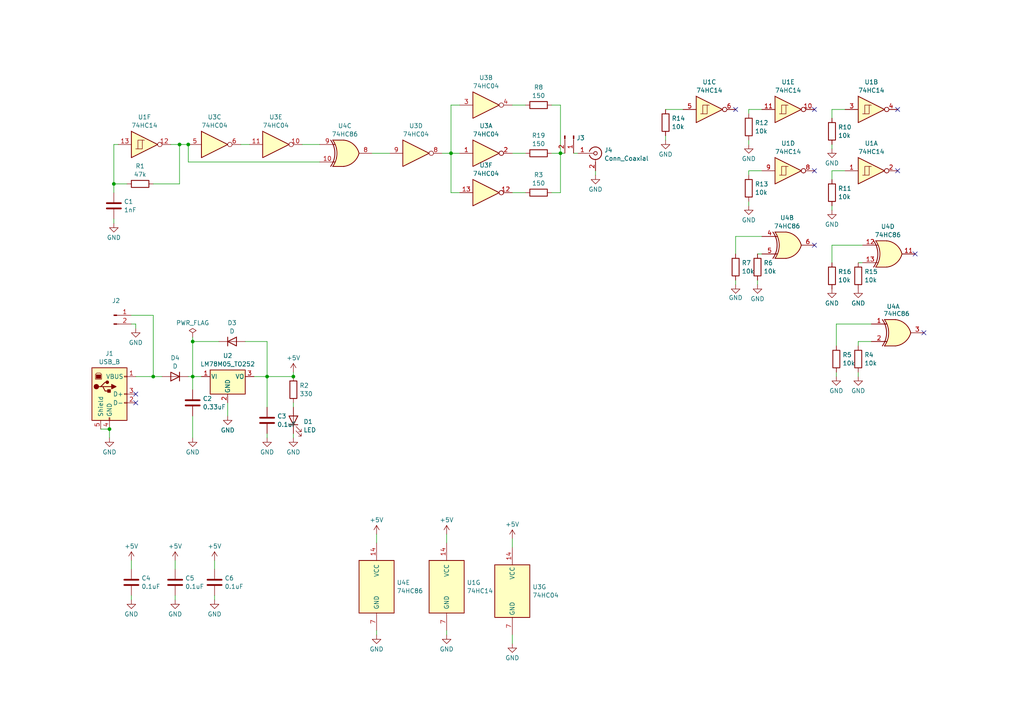
<source format=kicad_sch>
(kicad_sch
	(version 20231120)
	(generator "eeschema")
	(generator_version "8.0")
	(uuid "b8343c54-b6c0-4450-aa0f-a863c651a3ce")
	(paper "A4")
	(lib_symbols
		(symbol "74xx:74HC04"
			(exclude_from_sim no)
			(in_bom yes)
			(on_board yes)
			(property "Reference" "U"
				(at 0 1.27 0)
				(effects
					(font
						(size 1.27 1.27)
					)
				)
			)
			(property "Value" "74HC04"
				(at 0 -1.27 0)
				(effects
					(font
						(size 1.27 1.27)
					)
				)
			)
			(property "Footprint" ""
				(at 0 0 0)
				(effects
					(font
						(size 1.27 1.27)
					)
					(hide yes)
				)
			)
			(property "Datasheet" "https://assets.nexperia.com/documents/data-sheet/74HC_HCT04.pdf"
				(at 0 0 0)
				(effects
					(font
						(size 1.27 1.27)
					)
					(hide yes)
				)
			)
			(property "Description" "Hex Inverter"
				(at 0 0 0)
				(effects
					(font
						(size 1.27 1.27)
					)
					(hide yes)
				)
			)
			(property "ki_locked" ""
				(at 0 0 0)
				(effects
					(font
						(size 1.27 1.27)
					)
				)
			)
			(property "ki_keywords" "HCMOS not inv"
				(at 0 0 0)
				(effects
					(font
						(size 1.27 1.27)
					)
					(hide yes)
				)
			)
			(property "ki_fp_filters" "DIP*W7.62mm* SSOP?14* TSSOP?14*"
				(at 0 0 0)
				(effects
					(font
						(size 1.27 1.27)
					)
					(hide yes)
				)
			)
			(symbol "74HC04_1_0"
				(polyline
					(pts
						(xy -3.81 3.81) (xy -3.81 -3.81) (xy 3.81 0) (xy -3.81 3.81)
					)
					(stroke
						(width 0.254)
						(type default)
					)
					(fill
						(type background)
					)
				)
				(pin input line
					(at -7.62 0 0)
					(length 3.81)
					(name "~"
						(effects
							(font
								(size 1.27 1.27)
							)
						)
					)
					(number "1"
						(effects
							(font
								(size 1.27 1.27)
							)
						)
					)
				)
				(pin output inverted
					(at 7.62 0 180)
					(length 3.81)
					(name "~"
						(effects
							(font
								(size 1.27 1.27)
							)
						)
					)
					(number "2"
						(effects
							(font
								(size 1.27 1.27)
							)
						)
					)
				)
			)
			(symbol "74HC04_2_0"
				(polyline
					(pts
						(xy -3.81 3.81) (xy -3.81 -3.81) (xy 3.81 0) (xy -3.81 3.81)
					)
					(stroke
						(width 0.254)
						(type default)
					)
					(fill
						(type background)
					)
				)
				(pin input line
					(at -7.62 0 0)
					(length 3.81)
					(name "~"
						(effects
							(font
								(size 1.27 1.27)
							)
						)
					)
					(number "3"
						(effects
							(font
								(size 1.27 1.27)
							)
						)
					)
				)
				(pin output inverted
					(at 7.62 0 180)
					(length 3.81)
					(name "~"
						(effects
							(font
								(size 1.27 1.27)
							)
						)
					)
					(number "4"
						(effects
							(font
								(size 1.27 1.27)
							)
						)
					)
				)
			)
			(symbol "74HC04_3_0"
				(polyline
					(pts
						(xy -3.81 3.81) (xy -3.81 -3.81) (xy 3.81 0) (xy -3.81 3.81)
					)
					(stroke
						(width 0.254)
						(type default)
					)
					(fill
						(type background)
					)
				)
				(pin input line
					(at -7.62 0 0)
					(length 3.81)
					(name "~"
						(effects
							(font
								(size 1.27 1.27)
							)
						)
					)
					(number "5"
						(effects
							(font
								(size 1.27 1.27)
							)
						)
					)
				)
				(pin output inverted
					(at 7.62 0 180)
					(length 3.81)
					(name "~"
						(effects
							(font
								(size 1.27 1.27)
							)
						)
					)
					(number "6"
						(effects
							(font
								(size 1.27 1.27)
							)
						)
					)
				)
			)
			(symbol "74HC04_4_0"
				(polyline
					(pts
						(xy -3.81 3.81) (xy -3.81 -3.81) (xy 3.81 0) (xy -3.81 3.81)
					)
					(stroke
						(width 0.254)
						(type default)
					)
					(fill
						(type background)
					)
				)
				(pin output inverted
					(at 7.62 0 180)
					(length 3.81)
					(name "~"
						(effects
							(font
								(size 1.27 1.27)
							)
						)
					)
					(number "8"
						(effects
							(font
								(size 1.27 1.27)
							)
						)
					)
				)
				(pin input line
					(at -7.62 0 0)
					(length 3.81)
					(name "~"
						(effects
							(font
								(size 1.27 1.27)
							)
						)
					)
					(number "9"
						(effects
							(font
								(size 1.27 1.27)
							)
						)
					)
				)
			)
			(symbol "74HC04_5_0"
				(polyline
					(pts
						(xy -3.81 3.81) (xy -3.81 -3.81) (xy 3.81 0) (xy -3.81 3.81)
					)
					(stroke
						(width 0.254)
						(type default)
					)
					(fill
						(type background)
					)
				)
				(pin output inverted
					(at 7.62 0 180)
					(length 3.81)
					(name "~"
						(effects
							(font
								(size 1.27 1.27)
							)
						)
					)
					(number "10"
						(effects
							(font
								(size 1.27 1.27)
							)
						)
					)
				)
				(pin input line
					(at -7.62 0 0)
					(length 3.81)
					(name "~"
						(effects
							(font
								(size 1.27 1.27)
							)
						)
					)
					(number "11"
						(effects
							(font
								(size 1.27 1.27)
							)
						)
					)
				)
			)
			(symbol "74HC04_6_0"
				(polyline
					(pts
						(xy -3.81 3.81) (xy -3.81 -3.81) (xy 3.81 0) (xy -3.81 3.81)
					)
					(stroke
						(width 0.254)
						(type default)
					)
					(fill
						(type background)
					)
				)
				(pin output inverted
					(at 7.62 0 180)
					(length 3.81)
					(name "~"
						(effects
							(font
								(size 1.27 1.27)
							)
						)
					)
					(number "12"
						(effects
							(font
								(size 1.27 1.27)
							)
						)
					)
				)
				(pin input line
					(at -7.62 0 0)
					(length 3.81)
					(name "~"
						(effects
							(font
								(size 1.27 1.27)
							)
						)
					)
					(number "13"
						(effects
							(font
								(size 1.27 1.27)
							)
						)
					)
				)
			)
			(symbol "74HC04_7_0"
				(pin power_in line
					(at 0 12.7 270)
					(length 5.08)
					(name "VCC"
						(effects
							(font
								(size 1.27 1.27)
							)
						)
					)
					(number "14"
						(effects
							(font
								(size 1.27 1.27)
							)
						)
					)
				)
				(pin power_in line
					(at 0 -12.7 90)
					(length 5.08)
					(name "GND"
						(effects
							(font
								(size 1.27 1.27)
							)
						)
					)
					(number "7"
						(effects
							(font
								(size 1.27 1.27)
							)
						)
					)
				)
			)
			(symbol "74HC04_7_1"
				(rectangle
					(start -5.08 7.62)
					(end 5.08 -7.62)
					(stroke
						(width 0.254)
						(type default)
					)
					(fill
						(type background)
					)
				)
			)
		)
		(symbol "74xx:74HC14"
			(pin_names
				(offset 1.016)
			)
			(exclude_from_sim no)
			(in_bom yes)
			(on_board yes)
			(property "Reference" "U"
				(at 0 1.27 0)
				(effects
					(font
						(size 1.27 1.27)
					)
				)
			)
			(property "Value" "74HC14"
				(at 0 -1.27 0)
				(effects
					(font
						(size 1.27 1.27)
					)
				)
			)
			(property "Footprint" ""
				(at 0 0 0)
				(effects
					(font
						(size 1.27 1.27)
					)
					(hide yes)
				)
			)
			(property "Datasheet" "http://www.ti.com/lit/gpn/sn74HC14"
				(at 0 0 0)
				(effects
					(font
						(size 1.27 1.27)
					)
					(hide yes)
				)
			)
			(property "Description" "Hex inverter schmitt trigger"
				(at 0 0 0)
				(effects
					(font
						(size 1.27 1.27)
					)
					(hide yes)
				)
			)
			(property "ki_locked" ""
				(at 0 0 0)
				(effects
					(font
						(size 1.27 1.27)
					)
				)
			)
			(property "ki_keywords" "HCMOS not inverter"
				(at 0 0 0)
				(effects
					(font
						(size 1.27 1.27)
					)
					(hide yes)
				)
			)
			(property "ki_fp_filters" "DIP*W7.62mm*"
				(at 0 0 0)
				(effects
					(font
						(size 1.27 1.27)
					)
					(hide yes)
				)
			)
			(symbol "74HC14_1_0"
				(polyline
					(pts
						(xy -3.81 3.81) (xy -3.81 -3.81) (xy 3.81 0) (xy -3.81 3.81)
					)
					(stroke
						(width 0.254)
						(type default)
					)
					(fill
						(type background)
					)
				)
				(pin input line
					(at -7.62 0 0)
					(length 3.81)
					(name "~"
						(effects
							(font
								(size 1.27 1.27)
							)
						)
					)
					(number "1"
						(effects
							(font
								(size 1.27 1.27)
							)
						)
					)
				)
				(pin output inverted
					(at 7.62 0 180)
					(length 3.81)
					(name "~"
						(effects
							(font
								(size 1.27 1.27)
							)
						)
					)
					(number "2"
						(effects
							(font
								(size 1.27 1.27)
							)
						)
					)
				)
			)
			(symbol "74HC14_1_1"
				(polyline
					(pts
						(xy -1.905 -1.27) (xy -1.905 1.27) (xy -0.635 1.27)
					)
					(stroke
						(width 0)
						(type default)
					)
					(fill
						(type none)
					)
				)
				(polyline
					(pts
						(xy -2.54 -1.27) (xy -0.635 -1.27) (xy -0.635 1.27) (xy 0 1.27)
					)
					(stroke
						(width 0)
						(type default)
					)
					(fill
						(type none)
					)
				)
			)
			(symbol "74HC14_2_0"
				(polyline
					(pts
						(xy -3.81 3.81) (xy -3.81 -3.81) (xy 3.81 0) (xy -3.81 3.81)
					)
					(stroke
						(width 0.254)
						(type default)
					)
					(fill
						(type background)
					)
				)
				(pin input line
					(at -7.62 0 0)
					(length 3.81)
					(name "~"
						(effects
							(font
								(size 1.27 1.27)
							)
						)
					)
					(number "3"
						(effects
							(font
								(size 1.27 1.27)
							)
						)
					)
				)
				(pin output inverted
					(at 7.62 0 180)
					(length 3.81)
					(name "~"
						(effects
							(font
								(size 1.27 1.27)
							)
						)
					)
					(number "4"
						(effects
							(font
								(size 1.27 1.27)
							)
						)
					)
				)
			)
			(symbol "74HC14_2_1"
				(polyline
					(pts
						(xy -1.905 -1.27) (xy -1.905 1.27) (xy -0.635 1.27)
					)
					(stroke
						(width 0)
						(type default)
					)
					(fill
						(type none)
					)
				)
				(polyline
					(pts
						(xy -2.54 -1.27) (xy -0.635 -1.27) (xy -0.635 1.27) (xy 0 1.27)
					)
					(stroke
						(width 0)
						(type default)
					)
					(fill
						(type none)
					)
				)
			)
			(symbol "74HC14_3_0"
				(polyline
					(pts
						(xy -3.81 3.81) (xy -3.81 -3.81) (xy 3.81 0) (xy -3.81 3.81)
					)
					(stroke
						(width 0.254)
						(type default)
					)
					(fill
						(type background)
					)
				)
				(pin input line
					(at -7.62 0 0)
					(length 3.81)
					(name "~"
						(effects
							(font
								(size 1.27 1.27)
							)
						)
					)
					(number "5"
						(effects
							(font
								(size 1.27 1.27)
							)
						)
					)
				)
				(pin output inverted
					(at 7.62 0 180)
					(length 3.81)
					(name "~"
						(effects
							(font
								(size 1.27 1.27)
							)
						)
					)
					(number "6"
						(effects
							(font
								(size 1.27 1.27)
							)
						)
					)
				)
			)
			(symbol "74HC14_3_1"
				(polyline
					(pts
						(xy -1.905 -1.27) (xy -1.905 1.27) (xy -0.635 1.27)
					)
					(stroke
						(width 0)
						(type default)
					)
					(fill
						(type none)
					)
				)
				(polyline
					(pts
						(xy -2.54 -1.27) (xy -0.635 -1.27) (xy -0.635 1.27) (xy 0 1.27)
					)
					(stroke
						(width 0)
						(type default)
					)
					(fill
						(type none)
					)
				)
			)
			(symbol "74HC14_4_0"
				(polyline
					(pts
						(xy -3.81 3.81) (xy -3.81 -3.81) (xy 3.81 0) (xy -3.81 3.81)
					)
					(stroke
						(width 0.254)
						(type default)
					)
					(fill
						(type background)
					)
				)
				(pin output inverted
					(at 7.62 0 180)
					(length 3.81)
					(name "~"
						(effects
							(font
								(size 1.27 1.27)
							)
						)
					)
					(number "8"
						(effects
							(font
								(size 1.27 1.27)
							)
						)
					)
				)
				(pin input line
					(at -7.62 0 0)
					(length 3.81)
					(name "~"
						(effects
							(font
								(size 1.27 1.27)
							)
						)
					)
					(number "9"
						(effects
							(font
								(size 1.27 1.27)
							)
						)
					)
				)
			)
			(symbol "74HC14_4_1"
				(polyline
					(pts
						(xy -1.905 -1.27) (xy -1.905 1.27) (xy -0.635 1.27)
					)
					(stroke
						(width 0)
						(type default)
					)
					(fill
						(type none)
					)
				)
				(polyline
					(pts
						(xy -2.54 -1.27) (xy -0.635 -1.27) (xy -0.635 1.27) (xy 0 1.27)
					)
					(stroke
						(width 0)
						(type default)
					)
					(fill
						(type none)
					)
				)
			)
			(symbol "74HC14_5_0"
				(polyline
					(pts
						(xy -3.81 3.81) (xy -3.81 -3.81) (xy 3.81 0) (xy -3.81 3.81)
					)
					(stroke
						(width 0.254)
						(type default)
					)
					(fill
						(type background)
					)
				)
				(pin output inverted
					(at 7.62 0 180)
					(length 3.81)
					(name "~"
						(effects
							(font
								(size 1.27 1.27)
							)
						)
					)
					(number "10"
						(effects
							(font
								(size 1.27 1.27)
							)
						)
					)
				)
				(pin input line
					(at -7.62 0 0)
					(length 3.81)
					(name "~"
						(effects
							(font
								(size 1.27 1.27)
							)
						)
					)
					(number "11"
						(effects
							(font
								(size 1.27 1.27)
							)
						)
					)
				)
			)
			(symbol "74HC14_5_1"
				(polyline
					(pts
						(xy -1.905 -1.27) (xy -1.905 1.27) (xy -0.635 1.27)
					)
					(stroke
						(width 0)
						(type default)
					)
					(fill
						(type none)
					)
				)
				(polyline
					(pts
						(xy -2.54 -1.27) (xy -0.635 -1.27) (xy -0.635 1.27) (xy 0 1.27)
					)
					(stroke
						(width 0)
						(type default)
					)
					(fill
						(type none)
					)
				)
			)
			(symbol "74HC14_6_0"
				(polyline
					(pts
						(xy -3.81 3.81) (xy -3.81 -3.81) (xy 3.81 0) (xy -3.81 3.81)
					)
					(stroke
						(width 0.254)
						(type default)
					)
					(fill
						(type background)
					)
				)
				(pin output inverted
					(at 7.62 0 180)
					(length 3.81)
					(name "~"
						(effects
							(font
								(size 1.27 1.27)
							)
						)
					)
					(number "12"
						(effects
							(font
								(size 1.27 1.27)
							)
						)
					)
				)
				(pin input line
					(at -7.62 0 0)
					(length 3.81)
					(name "~"
						(effects
							(font
								(size 1.27 1.27)
							)
						)
					)
					(number "13"
						(effects
							(font
								(size 1.27 1.27)
							)
						)
					)
				)
			)
			(symbol "74HC14_6_1"
				(polyline
					(pts
						(xy -1.905 -1.27) (xy -1.905 1.27) (xy -0.635 1.27)
					)
					(stroke
						(width 0)
						(type default)
					)
					(fill
						(type none)
					)
				)
				(polyline
					(pts
						(xy -2.54 -1.27) (xy -0.635 -1.27) (xy -0.635 1.27) (xy 0 1.27)
					)
					(stroke
						(width 0)
						(type default)
					)
					(fill
						(type none)
					)
				)
			)
			(symbol "74HC14_7_0"
				(pin power_in line
					(at 0 12.7 270)
					(length 5.08)
					(name "VCC"
						(effects
							(font
								(size 1.27 1.27)
							)
						)
					)
					(number "14"
						(effects
							(font
								(size 1.27 1.27)
							)
						)
					)
				)
				(pin power_in line
					(at 0 -12.7 90)
					(length 5.08)
					(name "GND"
						(effects
							(font
								(size 1.27 1.27)
							)
						)
					)
					(number "7"
						(effects
							(font
								(size 1.27 1.27)
							)
						)
					)
				)
			)
			(symbol "74HC14_7_1"
				(rectangle
					(start -5.08 7.62)
					(end 5.08 -7.62)
					(stroke
						(width 0.254)
						(type default)
					)
					(fill
						(type background)
					)
				)
			)
		)
		(symbol "74xx:74HC86"
			(pin_names
				(offset 1.016)
			)
			(exclude_from_sim no)
			(in_bom yes)
			(on_board yes)
			(property "Reference" "U"
				(at 0 1.27 0)
				(effects
					(font
						(size 1.27 1.27)
					)
				)
			)
			(property "Value" "74HC86"
				(at 0 -1.27 0)
				(effects
					(font
						(size 1.27 1.27)
					)
				)
			)
			(property "Footprint" ""
				(at 0 0 0)
				(effects
					(font
						(size 1.27 1.27)
					)
					(hide yes)
				)
			)
			(property "Datasheet" "http://www.ti.com/lit/gpn/sn74HC86"
				(at 0 0 0)
				(effects
					(font
						(size 1.27 1.27)
					)
					(hide yes)
				)
			)
			(property "Description" "Quad 2-input XOR"
				(at 0 0 0)
				(effects
					(font
						(size 1.27 1.27)
					)
					(hide yes)
				)
			)
			(property "ki_locked" ""
				(at 0 0 0)
				(effects
					(font
						(size 1.27 1.27)
					)
				)
			)
			(property "ki_keywords" "TTL XOR2"
				(at 0 0 0)
				(effects
					(font
						(size 1.27 1.27)
					)
					(hide yes)
				)
			)
			(property "ki_fp_filters" "DIP*W7.62mm*"
				(at 0 0 0)
				(effects
					(font
						(size 1.27 1.27)
					)
					(hide yes)
				)
			)
			(symbol "74HC86_1_0"
				(arc
					(start -4.4196 -3.81)
					(mid -3.2033 0)
					(end -4.4196 3.81)
					(stroke
						(width 0.254)
						(type default)
					)
					(fill
						(type none)
					)
				)
				(arc
					(start -3.81 -3.81)
					(mid -2.589 0)
					(end -3.81 3.81)
					(stroke
						(width 0.254)
						(type default)
					)
					(fill
						(type none)
					)
				)
				(arc
					(start -0.6096 -3.81)
					(mid 2.1842 -2.5851)
					(end 3.81 0)
					(stroke
						(width 0.254)
						(type default)
					)
					(fill
						(type background)
					)
				)
				(polyline
					(pts
						(xy -3.81 -3.81) (xy -0.635 -3.81)
					)
					(stroke
						(width 0.254)
						(type default)
					)
					(fill
						(type background)
					)
				)
				(polyline
					(pts
						(xy -3.81 3.81) (xy -0.635 3.81)
					)
					(stroke
						(width 0.254)
						(type default)
					)
					(fill
						(type background)
					)
				)
				(polyline
					(pts
						(xy -0.635 3.81) (xy -3.81 3.81) (xy -3.81 3.81) (xy -3.556 3.4036) (xy -3.0226 2.2606) (xy -2.6924 1.0414)
						(xy -2.6162 -0.254) (xy -2.7686 -1.4986) (xy -3.175 -2.7178) (xy -3.81 -3.81) (xy -3.81 -3.81)
						(xy -0.635 -3.81)
					)
					(stroke
						(width -25.4)
						(type default)
					)
					(fill
						(type background)
					)
				)
				(arc
					(start 3.81 0)
					(mid 2.1915 2.5936)
					(end -0.6096 3.81)
					(stroke
						(width 0.254)
						(type default)
					)
					(fill
						(type background)
					)
				)
				(pin input line
					(at -7.62 2.54 0)
					(length 4.445)
					(name "~"
						(effects
							(font
								(size 1.27 1.27)
							)
						)
					)
					(number "1"
						(effects
							(font
								(size 1.27 1.27)
							)
						)
					)
				)
				(pin input line
					(at -7.62 -2.54 0)
					(length 4.445)
					(name "~"
						(effects
							(font
								(size 1.27 1.27)
							)
						)
					)
					(number "2"
						(effects
							(font
								(size 1.27 1.27)
							)
						)
					)
				)
				(pin output line
					(at 7.62 0 180)
					(length 3.81)
					(name "~"
						(effects
							(font
								(size 1.27 1.27)
							)
						)
					)
					(number "3"
						(effects
							(font
								(size 1.27 1.27)
							)
						)
					)
				)
			)
			(symbol "74HC86_1_1"
				(polyline
					(pts
						(xy -3.81 -2.54) (xy -3.175 -2.54)
					)
					(stroke
						(width 0.1524)
						(type default)
					)
					(fill
						(type none)
					)
				)
				(polyline
					(pts
						(xy -3.81 2.54) (xy -3.175 2.54)
					)
					(stroke
						(width 0.1524)
						(type default)
					)
					(fill
						(type none)
					)
				)
			)
			(symbol "74HC86_2_0"
				(arc
					(start -4.4196 -3.81)
					(mid -3.2033 0)
					(end -4.4196 3.81)
					(stroke
						(width 0.254)
						(type default)
					)
					(fill
						(type none)
					)
				)
				(arc
					(start -3.81 -3.81)
					(mid -2.589 0)
					(end -3.81 3.81)
					(stroke
						(width 0.254)
						(type default)
					)
					(fill
						(type none)
					)
				)
				(arc
					(start -0.6096 -3.81)
					(mid 2.1842 -2.5851)
					(end 3.81 0)
					(stroke
						(width 0.254)
						(type default)
					)
					(fill
						(type background)
					)
				)
				(polyline
					(pts
						(xy -3.81 -3.81) (xy -0.635 -3.81)
					)
					(stroke
						(width 0.254)
						(type default)
					)
					(fill
						(type background)
					)
				)
				(polyline
					(pts
						(xy -3.81 3.81) (xy -0.635 3.81)
					)
					(stroke
						(width 0.254)
						(type default)
					)
					(fill
						(type background)
					)
				)
				(polyline
					(pts
						(xy -0.635 3.81) (xy -3.81 3.81) (xy -3.81 3.81) (xy -3.556 3.4036) (xy -3.0226 2.2606) (xy -2.6924 1.0414)
						(xy -2.6162 -0.254) (xy -2.7686 -1.4986) (xy -3.175 -2.7178) (xy -3.81 -3.81) (xy -3.81 -3.81)
						(xy -0.635 -3.81)
					)
					(stroke
						(width -25.4)
						(type default)
					)
					(fill
						(type background)
					)
				)
				(arc
					(start 3.81 0)
					(mid 2.1915 2.5936)
					(end -0.6096 3.81)
					(stroke
						(width 0.254)
						(type default)
					)
					(fill
						(type background)
					)
				)
				(pin input line
					(at -7.62 2.54 0)
					(length 4.445)
					(name "~"
						(effects
							(font
								(size 1.27 1.27)
							)
						)
					)
					(number "4"
						(effects
							(font
								(size 1.27 1.27)
							)
						)
					)
				)
				(pin input line
					(at -7.62 -2.54 0)
					(length 4.445)
					(name "~"
						(effects
							(font
								(size 1.27 1.27)
							)
						)
					)
					(number "5"
						(effects
							(font
								(size 1.27 1.27)
							)
						)
					)
				)
				(pin output line
					(at 7.62 0 180)
					(length 3.81)
					(name "~"
						(effects
							(font
								(size 1.27 1.27)
							)
						)
					)
					(number "6"
						(effects
							(font
								(size 1.27 1.27)
							)
						)
					)
				)
			)
			(symbol "74HC86_2_1"
				(polyline
					(pts
						(xy -3.81 -2.54) (xy -3.175 -2.54)
					)
					(stroke
						(width 0.1524)
						(type default)
					)
					(fill
						(type none)
					)
				)
				(polyline
					(pts
						(xy -3.81 2.54) (xy -3.175 2.54)
					)
					(stroke
						(width 0.1524)
						(type default)
					)
					(fill
						(type none)
					)
				)
			)
			(symbol "74HC86_3_0"
				(arc
					(start -4.4196 -3.81)
					(mid -3.2033 0)
					(end -4.4196 3.81)
					(stroke
						(width 0.254)
						(type default)
					)
					(fill
						(type none)
					)
				)
				(arc
					(start -3.81 -3.81)
					(mid -2.589 0)
					(end -3.81 3.81)
					(stroke
						(width 0.254)
						(type default)
					)
					(fill
						(type none)
					)
				)
				(arc
					(start -0.6096 -3.81)
					(mid 2.1842 -2.5851)
					(end 3.81 0)
					(stroke
						(width 0.254)
						(type default)
					)
					(fill
						(type background)
					)
				)
				(polyline
					(pts
						(xy -3.81 -3.81) (xy -0.635 -3.81)
					)
					(stroke
						(width 0.254)
						(type default)
					)
					(fill
						(type background)
					)
				)
				(polyline
					(pts
						(xy -3.81 3.81) (xy -0.635 3.81)
					)
					(stroke
						(width 0.254)
						(type default)
					)
					(fill
						(type background)
					)
				)
				(polyline
					(pts
						(xy -0.635 3.81) (xy -3.81 3.81) (xy -3.81 3.81) (xy -3.556 3.4036) (xy -3.0226 2.2606) (xy -2.6924 1.0414)
						(xy -2.6162 -0.254) (xy -2.7686 -1.4986) (xy -3.175 -2.7178) (xy -3.81 -3.81) (xy -3.81 -3.81)
						(xy -0.635 -3.81)
					)
					(stroke
						(width -25.4)
						(type default)
					)
					(fill
						(type background)
					)
				)
				(arc
					(start 3.81 0)
					(mid 2.1915 2.5936)
					(end -0.6096 3.81)
					(stroke
						(width 0.254)
						(type default)
					)
					(fill
						(type background)
					)
				)
				(pin input line
					(at -7.62 -2.54 0)
					(length 4.445)
					(name "~"
						(effects
							(font
								(size 1.27 1.27)
							)
						)
					)
					(number "10"
						(effects
							(font
								(size 1.27 1.27)
							)
						)
					)
				)
				(pin output line
					(at 7.62 0 180)
					(length 3.81)
					(name "~"
						(effects
							(font
								(size 1.27 1.27)
							)
						)
					)
					(number "8"
						(effects
							(font
								(size 1.27 1.27)
							)
						)
					)
				)
				(pin input line
					(at -7.62 2.54 0)
					(length 4.445)
					(name "~"
						(effects
							(font
								(size 1.27 1.27)
							)
						)
					)
					(number "9"
						(effects
							(font
								(size 1.27 1.27)
							)
						)
					)
				)
			)
			(symbol "74HC86_3_1"
				(polyline
					(pts
						(xy -3.81 -2.54) (xy -3.175 -2.54)
					)
					(stroke
						(width 0.1524)
						(type default)
					)
					(fill
						(type none)
					)
				)
				(polyline
					(pts
						(xy -3.81 2.54) (xy -3.175 2.54)
					)
					(stroke
						(width 0.1524)
						(type default)
					)
					(fill
						(type none)
					)
				)
			)
			(symbol "74HC86_4_0"
				(arc
					(start -4.4196 -3.81)
					(mid -3.2033 0)
					(end -4.4196 3.81)
					(stroke
						(width 0.254)
						(type default)
					)
					(fill
						(type none)
					)
				)
				(arc
					(start -3.81 -3.81)
					(mid -2.589 0)
					(end -3.81 3.81)
					(stroke
						(width 0.254)
						(type default)
					)
					(fill
						(type none)
					)
				)
				(arc
					(start -0.6096 -3.81)
					(mid 2.1842 -2.5851)
					(end 3.81 0)
					(stroke
						(width 0.254)
						(type default)
					)
					(fill
						(type background)
					)
				)
				(polyline
					(pts
						(xy -3.81 -3.81) (xy -0.635 -3.81)
					)
					(stroke
						(width 0.254)
						(type default)
					)
					(fill
						(type background)
					)
				)
				(polyline
					(pts
						(xy -3.81 3.81) (xy -0.635 3.81)
					)
					(stroke
						(width 0.254)
						(type default)
					)
					(fill
						(type background)
					)
				)
				(polyline
					(pts
						(xy -0.635 3.81) (xy -3.81 3.81) (xy -3.81 3.81) (xy -3.556 3.4036) (xy -3.0226 2.2606) (xy -2.6924 1.0414)
						(xy -2.6162 -0.254) (xy -2.7686 -1.4986) (xy -3.175 -2.7178) (xy -3.81 -3.81) (xy -3.81 -3.81)
						(xy -0.635 -3.81)
					)
					(stroke
						(width -25.4)
						(type default)
					)
					(fill
						(type background)
					)
				)
				(arc
					(start 3.81 0)
					(mid 2.1915 2.5936)
					(end -0.6096 3.81)
					(stroke
						(width 0.254)
						(type default)
					)
					(fill
						(type background)
					)
				)
				(pin output line
					(at 7.62 0 180)
					(length 3.81)
					(name "~"
						(effects
							(font
								(size 1.27 1.27)
							)
						)
					)
					(number "11"
						(effects
							(font
								(size 1.27 1.27)
							)
						)
					)
				)
				(pin input line
					(at -7.62 2.54 0)
					(length 4.445)
					(name "~"
						(effects
							(font
								(size 1.27 1.27)
							)
						)
					)
					(number "12"
						(effects
							(font
								(size 1.27 1.27)
							)
						)
					)
				)
				(pin input line
					(at -7.62 -2.54 0)
					(length 4.445)
					(name "~"
						(effects
							(font
								(size 1.27 1.27)
							)
						)
					)
					(number "13"
						(effects
							(font
								(size 1.27 1.27)
							)
						)
					)
				)
			)
			(symbol "74HC86_4_1"
				(polyline
					(pts
						(xy -3.81 -2.54) (xy -3.175 -2.54)
					)
					(stroke
						(width 0.1524)
						(type default)
					)
					(fill
						(type none)
					)
				)
				(polyline
					(pts
						(xy -3.81 2.54) (xy -3.175 2.54)
					)
					(stroke
						(width 0.1524)
						(type default)
					)
					(fill
						(type none)
					)
				)
			)
			(symbol "74HC86_5_0"
				(pin power_in line
					(at 0 12.7 270)
					(length 5.08)
					(name "VCC"
						(effects
							(font
								(size 1.27 1.27)
							)
						)
					)
					(number "14"
						(effects
							(font
								(size 1.27 1.27)
							)
						)
					)
				)
				(pin power_in line
					(at 0 -12.7 90)
					(length 5.08)
					(name "GND"
						(effects
							(font
								(size 1.27 1.27)
							)
						)
					)
					(number "7"
						(effects
							(font
								(size 1.27 1.27)
							)
						)
					)
				)
			)
			(symbol "74HC86_5_1"
				(rectangle
					(start -5.08 7.62)
					(end 5.08 -7.62)
					(stroke
						(width 0.254)
						(type default)
					)
					(fill
						(type background)
					)
				)
			)
		)
		(symbol "Connector:Conn_01x02_Pin"
			(pin_names
				(offset 1.016) hide)
			(exclude_from_sim no)
			(in_bom yes)
			(on_board yes)
			(property "Reference" "J"
				(at 0 2.54 0)
				(effects
					(font
						(size 1.27 1.27)
					)
				)
			)
			(property "Value" "Conn_01x02_Pin"
				(at 0 -5.08 0)
				(effects
					(font
						(size 1.27 1.27)
					)
				)
			)
			(property "Footprint" ""
				(at 0 0 0)
				(effects
					(font
						(size 1.27 1.27)
					)
					(hide yes)
				)
			)
			(property "Datasheet" "~"
				(at 0 0 0)
				(effects
					(font
						(size 1.27 1.27)
					)
					(hide yes)
				)
			)
			(property "Description" "Generic connector, single row, 01x02, script generated"
				(at 0 0 0)
				(effects
					(font
						(size 1.27 1.27)
					)
					(hide yes)
				)
			)
			(property "ki_locked" ""
				(at 0 0 0)
				(effects
					(font
						(size 1.27 1.27)
					)
				)
			)
			(property "ki_keywords" "connector"
				(at 0 0 0)
				(effects
					(font
						(size 1.27 1.27)
					)
					(hide yes)
				)
			)
			(property "ki_fp_filters" "Connector*:*_1x??_*"
				(at 0 0 0)
				(effects
					(font
						(size 1.27 1.27)
					)
					(hide yes)
				)
			)
			(symbol "Conn_01x02_Pin_1_1"
				(polyline
					(pts
						(xy 1.27 -2.54) (xy 0.8636 -2.54)
					)
					(stroke
						(width 0.1524)
						(type default)
					)
					(fill
						(type none)
					)
				)
				(polyline
					(pts
						(xy 1.27 0) (xy 0.8636 0)
					)
					(stroke
						(width 0.1524)
						(type default)
					)
					(fill
						(type none)
					)
				)
				(rectangle
					(start 0.8636 -2.413)
					(end 0 -2.667)
					(stroke
						(width 0.1524)
						(type default)
					)
					(fill
						(type outline)
					)
				)
				(rectangle
					(start 0.8636 0.127)
					(end 0 -0.127)
					(stroke
						(width 0.1524)
						(type default)
					)
					(fill
						(type outline)
					)
				)
				(pin passive line
					(at 5.08 0 180)
					(length 3.81)
					(name "Pin_1"
						(effects
							(font
								(size 1.27 1.27)
							)
						)
					)
					(number "1"
						(effects
							(font
								(size 1.27 1.27)
							)
						)
					)
				)
				(pin passive line
					(at 5.08 -2.54 180)
					(length 3.81)
					(name "Pin_2"
						(effects
							(font
								(size 1.27 1.27)
							)
						)
					)
					(number "2"
						(effects
							(font
								(size 1.27 1.27)
							)
						)
					)
				)
			)
		)
		(symbol "Connector:Conn_Coaxial"
			(pin_names
				(offset 1.016) hide)
			(exclude_from_sim no)
			(in_bom yes)
			(on_board yes)
			(property "Reference" "J"
				(at 0.254 3.048 0)
				(effects
					(font
						(size 1.27 1.27)
					)
				)
			)
			(property "Value" "Conn_Coaxial"
				(at 2.921 0 90)
				(effects
					(font
						(size 1.27 1.27)
					)
				)
			)
			(property "Footprint" ""
				(at 0 0 0)
				(effects
					(font
						(size 1.27 1.27)
					)
					(hide yes)
				)
			)
			(property "Datasheet" " ~"
				(at 0 0 0)
				(effects
					(font
						(size 1.27 1.27)
					)
					(hide yes)
				)
			)
			(property "Description" "coaxial connector (BNC, SMA, SMB, SMC, Cinch/RCA, LEMO, ...)"
				(at 0 0 0)
				(effects
					(font
						(size 1.27 1.27)
					)
					(hide yes)
				)
			)
			(property "ki_keywords" "BNC SMA SMB SMC LEMO coaxial connector CINCH RCA"
				(at 0 0 0)
				(effects
					(font
						(size 1.27 1.27)
					)
					(hide yes)
				)
			)
			(property "ki_fp_filters" "*BNC* *SMA* *SMB* *SMC* *Cinch* *LEMO*"
				(at 0 0 0)
				(effects
					(font
						(size 1.27 1.27)
					)
					(hide yes)
				)
			)
			(symbol "Conn_Coaxial_0_1"
				(arc
					(start -1.778 -0.508)
					(mid 0.2311 -1.8066)
					(end 1.778 0)
					(stroke
						(width 0.254)
						(type default)
					)
					(fill
						(type none)
					)
				)
				(polyline
					(pts
						(xy -2.54 0) (xy -0.508 0)
					)
					(stroke
						(width 0)
						(type default)
					)
					(fill
						(type none)
					)
				)
				(polyline
					(pts
						(xy 0 -2.54) (xy 0 -1.778)
					)
					(stroke
						(width 0)
						(type default)
					)
					(fill
						(type none)
					)
				)
				(circle
					(center 0 0)
					(radius 0.508)
					(stroke
						(width 0.2032)
						(type default)
					)
					(fill
						(type none)
					)
				)
				(arc
					(start 1.778 0)
					(mid 0.2099 1.8101)
					(end -1.778 0.508)
					(stroke
						(width 0.254)
						(type default)
					)
					(fill
						(type none)
					)
				)
			)
			(symbol "Conn_Coaxial_1_1"
				(pin passive line
					(at -5.08 0 0)
					(length 2.54)
					(name "In"
						(effects
							(font
								(size 1.27 1.27)
							)
						)
					)
					(number "1"
						(effects
							(font
								(size 1.27 1.27)
							)
						)
					)
				)
				(pin passive line
					(at 0 -5.08 90)
					(length 2.54)
					(name "Ext"
						(effects
							(font
								(size 1.27 1.27)
							)
						)
					)
					(number "2"
						(effects
							(font
								(size 1.27 1.27)
							)
						)
					)
				)
			)
		)
		(symbol "Connector:USB_B"
			(pin_names
				(offset 1.016)
			)
			(exclude_from_sim no)
			(in_bom yes)
			(on_board yes)
			(property "Reference" "J"
				(at -5.08 11.43 0)
				(effects
					(font
						(size 1.27 1.27)
					)
					(justify left)
				)
			)
			(property "Value" "USB_B"
				(at -5.08 8.89 0)
				(effects
					(font
						(size 1.27 1.27)
					)
					(justify left)
				)
			)
			(property "Footprint" ""
				(at 3.81 -1.27 0)
				(effects
					(font
						(size 1.27 1.27)
					)
					(hide yes)
				)
			)
			(property "Datasheet" " ~"
				(at 3.81 -1.27 0)
				(effects
					(font
						(size 1.27 1.27)
					)
					(hide yes)
				)
			)
			(property "Description" "USB Type B connector"
				(at 0 0 0)
				(effects
					(font
						(size 1.27 1.27)
					)
					(hide yes)
				)
			)
			(property "ki_keywords" "connector USB"
				(at 0 0 0)
				(effects
					(font
						(size 1.27 1.27)
					)
					(hide yes)
				)
			)
			(property "ki_fp_filters" "USB*"
				(at 0 0 0)
				(effects
					(font
						(size 1.27 1.27)
					)
					(hide yes)
				)
			)
			(symbol "USB_B_0_1"
				(rectangle
					(start -5.08 -7.62)
					(end 5.08 7.62)
					(stroke
						(width 0.254)
						(type default)
					)
					(fill
						(type background)
					)
				)
				(circle
					(center -3.81 2.159)
					(radius 0.635)
					(stroke
						(width 0.254)
						(type default)
					)
					(fill
						(type outline)
					)
				)
				(rectangle
					(start -3.81 5.588)
					(end -2.54 4.572)
					(stroke
						(width 0)
						(type default)
					)
					(fill
						(type outline)
					)
				)
				(circle
					(center -0.635 3.429)
					(radius 0.381)
					(stroke
						(width 0.254)
						(type default)
					)
					(fill
						(type outline)
					)
				)
				(rectangle
					(start -0.127 -7.62)
					(end 0.127 -6.858)
					(stroke
						(width 0)
						(type default)
					)
					(fill
						(type none)
					)
				)
				(polyline
					(pts
						(xy -1.905 2.159) (xy 0.635 2.159)
					)
					(stroke
						(width 0.254)
						(type default)
					)
					(fill
						(type none)
					)
				)
				(polyline
					(pts
						(xy -3.175 2.159) (xy -2.54 2.159) (xy -1.27 3.429) (xy -0.635 3.429)
					)
					(stroke
						(width 0.254)
						(type default)
					)
					(fill
						(type none)
					)
				)
				(polyline
					(pts
						(xy -2.54 2.159) (xy -1.905 2.159) (xy -1.27 0.889) (xy 0 0.889)
					)
					(stroke
						(width 0.254)
						(type default)
					)
					(fill
						(type none)
					)
				)
				(polyline
					(pts
						(xy 0.635 2.794) (xy 0.635 1.524) (xy 1.905 2.159) (xy 0.635 2.794)
					)
					(stroke
						(width 0.254)
						(type default)
					)
					(fill
						(type outline)
					)
				)
				(polyline
					(pts
						(xy -4.064 4.318) (xy -2.286 4.318) (xy -2.286 5.715) (xy -2.667 6.096) (xy -3.683 6.096) (xy -4.064 5.715)
						(xy -4.064 4.318)
					)
					(stroke
						(width 0)
						(type default)
					)
					(fill
						(type none)
					)
				)
				(rectangle
					(start 0.254 1.27)
					(end -0.508 0.508)
					(stroke
						(width 0.254)
						(type default)
					)
					(fill
						(type outline)
					)
				)
				(rectangle
					(start 5.08 -2.667)
					(end 4.318 -2.413)
					(stroke
						(width 0)
						(type default)
					)
					(fill
						(type none)
					)
				)
				(rectangle
					(start 5.08 -0.127)
					(end 4.318 0.127)
					(stroke
						(width 0)
						(type default)
					)
					(fill
						(type none)
					)
				)
				(rectangle
					(start 5.08 4.953)
					(end 4.318 5.207)
					(stroke
						(width 0)
						(type default)
					)
					(fill
						(type none)
					)
				)
			)
			(symbol "USB_B_1_1"
				(pin power_out line
					(at 7.62 5.08 180)
					(length 2.54)
					(name "VBUS"
						(effects
							(font
								(size 1.27 1.27)
							)
						)
					)
					(number "1"
						(effects
							(font
								(size 1.27 1.27)
							)
						)
					)
				)
				(pin bidirectional line
					(at 7.62 -2.54 180)
					(length 2.54)
					(name "D-"
						(effects
							(font
								(size 1.27 1.27)
							)
						)
					)
					(number "2"
						(effects
							(font
								(size 1.27 1.27)
							)
						)
					)
				)
				(pin bidirectional line
					(at 7.62 0 180)
					(length 2.54)
					(name "D+"
						(effects
							(font
								(size 1.27 1.27)
							)
						)
					)
					(number "3"
						(effects
							(font
								(size 1.27 1.27)
							)
						)
					)
				)
				(pin power_out line
					(at 0 -10.16 90)
					(length 2.54)
					(name "GND"
						(effects
							(font
								(size 1.27 1.27)
							)
						)
					)
					(number "4"
						(effects
							(font
								(size 1.27 1.27)
							)
						)
					)
				)
				(pin passive line
					(at -2.54 -10.16 90)
					(length 2.54)
					(name "Shield"
						(effects
							(font
								(size 1.27 1.27)
							)
						)
					)
					(number "5"
						(effects
							(font
								(size 1.27 1.27)
							)
						)
					)
				)
			)
		)
		(symbol "Device:C"
			(pin_numbers hide)
			(pin_names
				(offset 0.254)
			)
			(exclude_from_sim no)
			(in_bom yes)
			(on_board yes)
			(property "Reference" "C"
				(at 0.635 2.54 0)
				(effects
					(font
						(size 1.27 1.27)
					)
					(justify left)
				)
			)
			(property "Value" "C"
				(at 0.635 -2.54 0)
				(effects
					(font
						(size 1.27 1.27)
					)
					(justify left)
				)
			)
			(property "Footprint" ""
				(at 0.9652 -3.81 0)
				(effects
					(font
						(size 1.27 1.27)
					)
					(hide yes)
				)
			)
			(property "Datasheet" "~"
				(at 0 0 0)
				(effects
					(font
						(size 1.27 1.27)
					)
					(hide yes)
				)
			)
			(property "Description" "Unpolarized capacitor"
				(at 0 0 0)
				(effects
					(font
						(size 1.27 1.27)
					)
					(hide yes)
				)
			)
			(property "ki_keywords" "cap capacitor"
				(at 0 0 0)
				(effects
					(font
						(size 1.27 1.27)
					)
					(hide yes)
				)
			)
			(property "ki_fp_filters" "C_*"
				(at 0 0 0)
				(effects
					(font
						(size 1.27 1.27)
					)
					(hide yes)
				)
			)
			(symbol "C_0_1"
				(polyline
					(pts
						(xy -2.032 -0.762) (xy 2.032 -0.762)
					)
					(stroke
						(width 0.508)
						(type default)
					)
					(fill
						(type none)
					)
				)
				(polyline
					(pts
						(xy -2.032 0.762) (xy 2.032 0.762)
					)
					(stroke
						(width 0.508)
						(type default)
					)
					(fill
						(type none)
					)
				)
			)
			(symbol "C_1_1"
				(pin passive line
					(at 0 3.81 270)
					(length 2.794)
					(name "~"
						(effects
							(font
								(size 1.27 1.27)
							)
						)
					)
					(number "1"
						(effects
							(font
								(size 1.27 1.27)
							)
						)
					)
				)
				(pin passive line
					(at 0 -3.81 90)
					(length 2.794)
					(name "~"
						(effects
							(font
								(size 1.27 1.27)
							)
						)
					)
					(number "2"
						(effects
							(font
								(size 1.27 1.27)
							)
						)
					)
				)
			)
		)
		(symbol "Device:D"
			(pin_numbers hide)
			(pin_names
				(offset 1.016) hide)
			(exclude_from_sim no)
			(in_bom yes)
			(on_board yes)
			(property "Reference" "D"
				(at 0 2.54 0)
				(effects
					(font
						(size 1.27 1.27)
					)
				)
			)
			(property "Value" "D"
				(at 0 -2.54 0)
				(effects
					(font
						(size 1.27 1.27)
					)
				)
			)
			(property "Footprint" ""
				(at 0 0 0)
				(effects
					(font
						(size 1.27 1.27)
					)
					(hide yes)
				)
			)
			(property "Datasheet" "~"
				(at 0 0 0)
				(effects
					(font
						(size 1.27 1.27)
					)
					(hide yes)
				)
			)
			(property "Description" "Diode"
				(at 0 0 0)
				(effects
					(font
						(size 1.27 1.27)
					)
					(hide yes)
				)
			)
			(property "Sim.Device" "D"
				(at 0 0 0)
				(effects
					(font
						(size 1.27 1.27)
					)
					(hide yes)
				)
			)
			(property "Sim.Pins" "1=K 2=A"
				(at 0 0 0)
				(effects
					(font
						(size 1.27 1.27)
					)
					(hide yes)
				)
			)
			(property "ki_keywords" "diode"
				(at 0 0 0)
				(effects
					(font
						(size 1.27 1.27)
					)
					(hide yes)
				)
			)
			(property "ki_fp_filters" "TO-???* *_Diode_* *SingleDiode* D_*"
				(at 0 0 0)
				(effects
					(font
						(size 1.27 1.27)
					)
					(hide yes)
				)
			)
			(symbol "D_0_1"
				(polyline
					(pts
						(xy -1.27 1.27) (xy -1.27 -1.27)
					)
					(stroke
						(width 0.254)
						(type default)
					)
					(fill
						(type none)
					)
				)
				(polyline
					(pts
						(xy 1.27 0) (xy -1.27 0)
					)
					(stroke
						(width 0)
						(type default)
					)
					(fill
						(type none)
					)
				)
				(polyline
					(pts
						(xy 1.27 1.27) (xy 1.27 -1.27) (xy -1.27 0) (xy 1.27 1.27)
					)
					(stroke
						(width 0.254)
						(type default)
					)
					(fill
						(type none)
					)
				)
			)
			(symbol "D_1_1"
				(pin passive line
					(at -3.81 0 0)
					(length 2.54)
					(name "K"
						(effects
							(font
								(size 1.27 1.27)
							)
						)
					)
					(number "1"
						(effects
							(font
								(size 1.27 1.27)
							)
						)
					)
				)
				(pin passive line
					(at 3.81 0 180)
					(length 2.54)
					(name "A"
						(effects
							(font
								(size 1.27 1.27)
							)
						)
					)
					(number "2"
						(effects
							(font
								(size 1.27 1.27)
							)
						)
					)
				)
			)
		)
		(symbol "Device:LED"
			(pin_numbers hide)
			(pin_names
				(offset 1.016) hide)
			(exclude_from_sim no)
			(in_bom yes)
			(on_board yes)
			(property "Reference" "D"
				(at 0 2.54 0)
				(effects
					(font
						(size 1.27 1.27)
					)
				)
			)
			(property "Value" "LED"
				(at 0 -2.54 0)
				(effects
					(font
						(size 1.27 1.27)
					)
				)
			)
			(property "Footprint" ""
				(at 0 0 0)
				(effects
					(font
						(size 1.27 1.27)
					)
					(hide yes)
				)
			)
			(property "Datasheet" "~"
				(at 0 0 0)
				(effects
					(font
						(size 1.27 1.27)
					)
					(hide yes)
				)
			)
			(property "Description" "Light emitting diode"
				(at 0 0 0)
				(effects
					(font
						(size 1.27 1.27)
					)
					(hide yes)
				)
			)
			(property "ki_keywords" "LED diode"
				(at 0 0 0)
				(effects
					(font
						(size 1.27 1.27)
					)
					(hide yes)
				)
			)
			(property "ki_fp_filters" "LED* LED_SMD:* LED_THT:*"
				(at 0 0 0)
				(effects
					(font
						(size 1.27 1.27)
					)
					(hide yes)
				)
			)
			(symbol "LED_0_1"
				(polyline
					(pts
						(xy -1.27 -1.27) (xy -1.27 1.27)
					)
					(stroke
						(width 0.254)
						(type default)
					)
					(fill
						(type none)
					)
				)
				(polyline
					(pts
						(xy -1.27 0) (xy 1.27 0)
					)
					(stroke
						(width 0)
						(type default)
					)
					(fill
						(type none)
					)
				)
				(polyline
					(pts
						(xy 1.27 -1.27) (xy 1.27 1.27) (xy -1.27 0) (xy 1.27 -1.27)
					)
					(stroke
						(width 0.254)
						(type default)
					)
					(fill
						(type none)
					)
				)
				(polyline
					(pts
						(xy -3.048 -0.762) (xy -4.572 -2.286) (xy -3.81 -2.286) (xy -4.572 -2.286) (xy -4.572 -1.524)
					)
					(stroke
						(width 0)
						(type default)
					)
					(fill
						(type none)
					)
				)
				(polyline
					(pts
						(xy -1.778 -0.762) (xy -3.302 -2.286) (xy -2.54 -2.286) (xy -3.302 -2.286) (xy -3.302 -1.524)
					)
					(stroke
						(width 0)
						(type default)
					)
					(fill
						(type none)
					)
				)
			)
			(symbol "LED_1_1"
				(pin passive line
					(at -3.81 0 0)
					(length 2.54)
					(name "K"
						(effects
							(font
								(size 1.27 1.27)
							)
						)
					)
					(number "1"
						(effects
							(font
								(size 1.27 1.27)
							)
						)
					)
				)
				(pin passive line
					(at 3.81 0 180)
					(length 2.54)
					(name "A"
						(effects
							(font
								(size 1.27 1.27)
							)
						)
					)
					(number "2"
						(effects
							(font
								(size 1.27 1.27)
							)
						)
					)
				)
			)
		)
		(symbol "Device:R"
			(pin_numbers hide)
			(pin_names
				(offset 0)
			)
			(exclude_from_sim no)
			(in_bom yes)
			(on_board yes)
			(property "Reference" "R"
				(at 2.032 0 90)
				(effects
					(font
						(size 1.27 1.27)
					)
				)
			)
			(property "Value" "R"
				(at 0 0 90)
				(effects
					(font
						(size 1.27 1.27)
					)
				)
			)
			(property "Footprint" ""
				(at -1.778 0 90)
				(effects
					(font
						(size 1.27 1.27)
					)
					(hide yes)
				)
			)
			(property "Datasheet" "~"
				(at 0 0 0)
				(effects
					(font
						(size 1.27 1.27)
					)
					(hide yes)
				)
			)
			(property "Description" "Resistor"
				(at 0 0 0)
				(effects
					(font
						(size 1.27 1.27)
					)
					(hide yes)
				)
			)
			(property "ki_keywords" "R res resistor"
				(at 0 0 0)
				(effects
					(font
						(size 1.27 1.27)
					)
					(hide yes)
				)
			)
			(property "ki_fp_filters" "R_*"
				(at 0 0 0)
				(effects
					(font
						(size 1.27 1.27)
					)
					(hide yes)
				)
			)
			(symbol "R_0_1"
				(rectangle
					(start -1.016 -2.54)
					(end 1.016 2.54)
					(stroke
						(width 0.254)
						(type default)
					)
					(fill
						(type none)
					)
				)
			)
			(symbol "R_1_1"
				(pin passive line
					(at 0 3.81 270)
					(length 1.27)
					(name "~"
						(effects
							(font
								(size 1.27 1.27)
							)
						)
					)
					(number "1"
						(effects
							(font
								(size 1.27 1.27)
							)
						)
					)
				)
				(pin passive line
					(at 0 -3.81 90)
					(length 1.27)
					(name "~"
						(effects
							(font
								(size 1.27 1.27)
							)
						)
					)
					(number "2"
						(effects
							(font
								(size 1.27 1.27)
							)
						)
					)
				)
			)
		)
		(symbol "Regulator_Linear:LM78M05_TO252"
			(pin_names
				(offset 0.254)
			)
			(exclude_from_sim no)
			(in_bom yes)
			(on_board yes)
			(property "Reference" "U"
				(at -3.81 3.175 0)
				(effects
					(font
						(size 1.27 1.27)
					)
				)
			)
			(property "Value" "LM78M05_TO252"
				(at 0 3.175 0)
				(effects
					(font
						(size 1.27 1.27)
					)
					(justify left)
				)
			)
			(property "Footprint" "Package_TO_SOT_SMD:TO-252-2"
				(at 0 5.715 0)
				(effects
					(font
						(size 1.27 1.27)
						(italic yes)
					)
					(hide yes)
				)
			)
			(property "Datasheet" "https://www.onsemi.com/pub/Collateral/MC78M00-D.PDF"
				(at 0 -1.27 0)
				(effects
					(font
						(size 1.27 1.27)
					)
					(hide yes)
				)
			)
			(property "Description" "Positive 500mA 35V Linear Regulator, Fixed Output 5V, TO-252 (D-PAK)"
				(at 0 0 0)
				(effects
					(font
						(size 1.27 1.27)
					)
					(hide yes)
				)
			)
			(property "ki_keywords" "Voltage Regulator 500mA Positive"
				(at 0 0 0)
				(effects
					(font
						(size 1.27 1.27)
					)
					(hide yes)
				)
			)
			(property "ki_fp_filters" "TO?252*"
				(at 0 0 0)
				(effects
					(font
						(size 1.27 1.27)
					)
					(hide yes)
				)
			)
			(symbol "LM78M05_TO252_0_1"
				(rectangle
					(start -5.08 1.905)
					(end 5.08 -5.08)
					(stroke
						(width 0.254)
						(type default)
					)
					(fill
						(type background)
					)
				)
			)
			(symbol "LM78M05_TO252_1_1"
				(pin power_in line
					(at -7.62 0 0)
					(length 2.54)
					(name "VI"
						(effects
							(font
								(size 1.27 1.27)
							)
						)
					)
					(number "1"
						(effects
							(font
								(size 1.27 1.27)
							)
						)
					)
				)
				(pin power_in line
					(at 0 -7.62 90)
					(length 2.54)
					(name "GND"
						(effects
							(font
								(size 1.27 1.27)
							)
						)
					)
					(number "2"
						(effects
							(font
								(size 1.27 1.27)
							)
						)
					)
				)
				(pin power_out line
					(at 7.62 0 180)
					(length 2.54)
					(name "VO"
						(effects
							(font
								(size 1.27 1.27)
							)
						)
					)
					(number "3"
						(effects
							(font
								(size 1.27 1.27)
							)
						)
					)
				)
			)
		)
		(symbol "power:+5V"
			(power)
			(pin_numbers hide)
			(pin_names
				(offset 0) hide)
			(exclude_from_sim no)
			(in_bom yes)
			(on_board yes)
			(property "Reference" "#PWR"
				(at 0 -3.81 0)
				(effects
					(font
						(size 1.27 1.27)
					)
					(hide yes)
				)
			)
			(property "Value" "+5V"
				(at 0 3.556 0)
				(effects
					(font
						(size 1.27 1.27)
					)
				)
			)
			(property "Footprint" ""
				(at 0 0 0)
				(effects
					(font
						(size 1.27 1.27)
					)
					(hide yes)
				)
			)
			(property "Datasheet" ""
				(at 0 0 0)
				(effects
					(font
						(size 1.27 1.27)
					)
					(hide yes)
				)
			)
			(property "Description" "Power symbol creates a global label with name \"+5V\""
				(at 0 0 0)
				(effects
					(font
						(size 1.27 1.27)
					)
					(hide yes)
				)
			)
			(property "ki_keywords" "global power"
				(at 0 0 0)
				(effects
					(font
						(size 1.27 1.27)
					)
					(hide yes)
				)
			)
			(symbol "+5V_0_1"
				(polyline
					(pts
						(xy -0.762 1.27) (xy 0 2.54)
					)
					(stroke
						(width 0)
						(type default)
					)
					(fill
						(type none)
					)
				)
				(polyline
					(pts
						(xy 0 0) (xy 0 2.54)
					)
					(stroke
						(width 0)
						(type default)
					)
					(fill
						(type none)
					)
				)
				(polyline
					(pts
						(xy 0 2.54) (xy 0.762 1.27)
					)
					(stroke
						(width 0)
						(type default)
					)
					(fill
						(type none)
					)
				)
			)
			(symbol "+5V_1_1"
				(pin power_in line
					(at 0 0 90)
					(length 0) hide
					(name "+5V"
						(effects
							(font
								(size 1.27 1.27)
							)
						)
					)
					(number "1"
						(effects
							(font
								(size 1.27 1.27)
							)
						)
					)
				)
			)
		)
		(symbol "power:GND"
			(power)
			(pin_numbers hide)
			(pin_names
				(offset 0) hide)
			(exclude_from_sim no)
			(in_bom yes)
			(on_board yes)
			(property "Reference" "#PWR"
				(at 0 -6.35 0)
				(effects
					(font
						(size 1.27 1.27)
					)
					(hide yes)
				)
			)
			(property "Value" "GND"
				(at 0 -3.81 0)
				(effects
					(font
						(size 1.27 1.27)
					)
				)
			)
			(property "Footprint" ""
				(at 0 0 0)
				(effects
					(font
						(size 1.27 1.27)
					)
					(hide yes)
				)
			)
			(property "Datasheet" ""
				(at 0 0 0)
				(effects
					(font
						(size 1.27 1.27)
					)
					(hide yes)
				)
			)
			(property "Description" "Power symbol creates a global label with name \"GND\" , ground"
				(at 0 0 0)
				(effects
					(font
						(size 1.27 1.27)
					)
					(hide yes)
				)
			)
			(property "ki_keywords" "global power"
				(at 0 0 0)
				(effects
					(font
						(size 1.27 1.27)
					)
					(hide yes)
				)
			)
			(symbol "GND_0_1"
				(polyline
					(pts
						(xy 0 0) (xy 0 -1.27) (xy 1.27 -1.27) (xy 0 -2.54) (xy -1.27 -1.27) (xy 0 -1.27)
					)
					(stroke
						(width 0)
						(type default)
					)
					(fill
						(type none)
					)
				)
			)
			(symbol "GND_1_1"
				(pin power_in line
					(at 0 0 270)
					(length 0) hide
					(name "GND"
						(effects
							(font
								(size 1.27 1.27)
							)
						)
					)
					(number "1"
						(effects
							(font
								(size 1.27 1.27)
							)
						)
					)
				)
			)
		)
		(symbol "power:PWR_FLAG"
			(power)
			(pin_numbers hide)
			(pin_names
				(offset 0) hide)
			(exclude_from_sim no)
			(in_bom yes)
			(on_board yes)
			(property "Reference" "#FLG"
				(at 0 1.905 0)
				(effects
					(font
						(size 1.27 1.27)
					)
					(hide yes)
				)
			)
			(property "Value" "PWR_FLAG"
				(at 0 3.81 0)
				(effects
					(font
						(size 1.27 1.27)
					)
				)
			)
			(property "Footprint" ""
				(at 0 0 0)
				(effects
					(font
						(size 1.27 1.27)
					)
					(hide yes)
				)
			)
			(property "Datasheet" "~"
				(at 0 0 0)
				(effects
					(font
						(size 1.27 1.27)
					)
					(hide yes)
				)
			)
			(property "Description" "Special symbol for telling ERC where power comes from"
				(at 0 0 0)
				(effects
					(font
						(size 1.27 1.27)
					)
					(hide yes)
				)
			)
			(property "ki_keywords" "flag power"
				(at 0 0 0)
				(effects
					(font
						(size 1.27 1.27)
					)
					(hide yes)
				)
			)
			(symbol "PWR_FLAG_0_0"
				(pin power_out line
					(at 0 0 90)
					(length 0)
					(name "pwr"
						(effects
							(font
								(size 1.27 1.27)
							)
						)
					)
					(number "1"
						(effects
							(font
								(size 1.27 1.27)
							)
						)
					)
				)
			)
			(symbol "PWR_FLAG_0_1"
				(polyline
					(pts
						(xy 0 0) (xy 0 1.27) (xy -1.016 1.905) (xy 0 2.54) (xy 1.016 1.905) (xy 0 1.27)
					)
					(stroke
						(width 0)
						(type default)
					)
					(fill
						(type none)
					)
				)
			)
		)
	)
	(junction
		(at 130.81 44.45)
		(diameter 0)
		(color 0 0 0 0)
		(uuid "01df4205-1ce6-41a8-80e5-3d6a0a01a967")
	)
	(junction
		(at 54.61 41.91)
		(diameter 0)
		(color 0 0 0 0)
		(uuid "1f7b91f5-4720-4281-ae99-51474d291599")
	)
	(junction
		(at 44.45 109.22)
		(diameter 0)
		(color 0 0 0 0)
		(uuid "47896fcb-c15e-4620-9313-9cd8a12265a6")
	)
	(junction
		(at 31.75 124.46)
		(diameter 0)
		(color 0 0 0 0)
		(uuid "63c36031-ebee-4f42-a018-428dc827a486")
	)
	(junction
		(at 33.02 53.34)
		(diameter 0)
		(color 0 0 0 0)
		(uuid "83ef1ab5-d885-4e2f-9be7-2f1aaccbb6e6")
	)
	(junction
		(at 55.88 99.06)
		(diameter 0)
		(color 0 0 0 0)
		(uuid "a3c202da-e379-44a6-992b-cd29896eafaa")
	)
	(junction
		(at 55.88 109.22)
		(diameter 0)
		(color 0 0 0 0)
		(uuid "d2278b09-695f-4438-bb82-9281c00bc8e6")
	)
	(junction
		(at 52.07 41.91)
		(diameter 0)
		(color 0 0 0 0)
		(uuid "d6a9f570-0a4d-4edf-ae89-f41085b895c4")
	)
	(junction
		(at 85.09 109.22)
		(diameter 0)
		(color 0 0 0 0)
		(uuid "dfefc0c9-b529-4762-9036-63d232377124")
	)
	(junction
		(at 77.47 109.22)
		(diameter 0)
		(color 0 0 0 0)
		(uuid "ed11d45a-1e17-47f9-b5d4-b22556acdd78")
	)
	(junction
		(at 162.56 44.45)
		(diameter 0)
		(color 0 0 0 0)
		(uuid "f7815d19-167c-425a-bed3-8dc0e43ea224")
	)
	(no_connect
		(at 260.35 31.75)
		(uuid "016cfff1-d0d3-4954-b1a8-2e8f9fceeca0")
	)
	(no_connect
		(at 236.22 31.75)
		(uuid "1f385edc-17e8-4792-8e08-1c43e04debff")
	)
	(no_connect
		(at 213.36 31.75)
		(uuid "3947b3d8-a969-4045-b6a4-ff9f4f6e4b8c")
	)
	(no_connect
		(at 39.37 116.84)
		(uuid "60a717d6-5f8d-4a57-9c86-c2d52fd2a9e4")
	)
	(no_connect
		(at 267.97 96.52)
		(uuid "6b7c3be3-a792-4840-a413-d40f42c2aa7d")
	)
	(no_connect
		(at 260.35 49.53)
		(uuid "7d44bc8f-fb3f-4b0e-86e9-18381cdb240f")
	)
	(no_connect
		(at 236.22 71.12)
		(uuid "8872b814-f1a2-479c-ab42-006dd6d1897e")
	)
	(no_connect
		(at 39.37 114.3)
		(uuid "8faba302-e327-47d3-9334-4d97e298d8ae")
	)
	(no_connect
		(at 236.22 49.53)
		(uuid "a2e8a6ec-5083-4794-8504-9a247c27958f")
	)
	(no_connect
		(at 265.43 73.66)
		(uuid "ceeac265-7967-4f83-ac45-3f664a18c505")
	)
	(wire
		(pts
			(xy 71.12 99.06) (xy 77.47 99.06)
		)
		(stroke
			(width 0)
			(type default)
		)
		(uuid "01d38217-56f8-443c-9e2b-effec5eaba42")
	)
	(wire
		(pts
			(xy 66.04 116.84) (xy 66.04 120.65)
		)
		(stroke
			(width 0)
			(type default)
		)
		(uuid "05774468-64cf-4a51-8ed1-90d0565619ee")
	)
	(wire
		(pts
			(xy 162.56 30.48) (xy 162.56 44.45)
		)
		(stroke
			(width 0)
			(type default)
		)
		(uuid "07f85e94-6cba-4527-9346-9a1deefa7a96")
	)
	(wire
		(pts
			(xy 85.09 107.95) (xy 85.09 109.22)
		)
		(stroke
			(width 0)
			(type default)
		)
		(uuid "084ee47f-7e28-4771-881c-87e9280078ee")
	)
	(wire
		(pts
			(xy 109.22 182.88) (xy 109.22 184.15)
		)
		(stroke
			(width 0)
			(type default)
		)
		(uuid "0eab0949-5c7f-4b56-87ba-4ae951b3e56f")
	)
	(wire
		(pts
			(xy 55.88 99.06) (xy 55.88 109.22)
		)
		(stroke
			(width 0)
			(type default)
		)
		(uuid "0fa37cbd-1e86-4244-be57-2118ee40382c")
	)
	(wire
		(pts
			(xy 55.88 109.22) (xy 55.88 113.03)
		)
		(stroke
			(width 0)
			(type default)
		)
		(uuid "1e7593ba-bacb-4369-8b55-7cbea152e618")
	)
	(wire
		(pts
			(xy 73.66 109.22) (xy 77.47 109.22)
		)
		(stroke
			(width 0)
			(type default)
		)
		(uuid "206d172e-64f5-49ed-9a02-92bda0a8f667")
	)
	(wire
		(pts
			(xy 245.11 31.75) (xy 241.3 31.75)
		)
		(stroke
			(width 0)
			(type default)
		)
		(uuid "2457a700-c12d-45be-b6e0-fe13aac0c9d1")
	)
	(wire
		(pts
			(xy 87.63 41.91) (xy 92.71 41.91)
		)
		(stroke
			(width 0)
			(type default)
		)
		(uuid "250fc1a2-8a96-4958-b5a1-d05d376aaa2f")
	)
	(wire
		(pts
			(xy 148.59 156.21) (xy 148.59 158.75)
		)
		(stroke
			(width 0)
			(type default)
		)
		(uuid "33ca464e-cda5-49c7-9542-b71ecd2da492")
	)
	(wire
		(pts
			(xy 55.88 120.65) (xy 55.88 127)
		)
		(stroke
			(width 0)
			(type default)
		)
		(uuid "34330baf-f056-4f02-86a0-38291d54c82e")
	)
	(wire
		(pts
			(xy 49.53 41.91) (xy 52.07 41.91)
		)
		(stroke
			(width 0)
			(type default)
		)
		(uuid "35e0f4a6-1483-4224-ad5e-bdd5cc9b0ecb")
	)
	(wire
		(pts
			(xy 44.45 53.34) (xy 52.07 53.34)
		)
		(stroke
			(width 0)
			(type default)
		)
		(uuid "39396e72-ecc1-4dc6-88a0-9e35285c6aae")
	)
	(wire
		(pts
			(xy 38.1 93.98) (xy 39.37 93.98)
		)
		(stroke
			(width 0)
			(type default)
		)
		(uuid "3989b5ba-9955-45e1-a377-f0171323e8d7")
	)
	(wire
		(pts
			(xy 248.92 107.95) (xy 248.92 109.22)
		)
		(stroke
			(width 0)
			(type default)
		)
		(uuid "39923334-d2b8-47ce-a9d7-0b896e857f31")
	)
	(wire
		(pts
			(xy 38.1 172.72) (xy 38.1 173.99)
		)
		(stroke
			(width 0)
			(type default)
		)
		(uuid "3ad4d622-a744-4fd8-b5e4-5296bc804b04")
	)
	(wire
		(pts
			(xy 54.61 109.22) (xy 55.88 109.22)
		)
		(stroke
			(width 0)
			(type default)
		)
		(uuid "41570a27-ce5d-45f3-84fd-df6d6b45dc33")
	)
	(wire
		(pts
			(xy 162.56 44.45) (xy 163.83 44.45)
		)
		(stroke
			(width 0)
			(type default)
		)
		(uuid "45e49e35-134c-4227-9eac-5cca874f2bec")
	)
	(wire
		(pts
			(xy 63.5 99.06) (xy 55.88 99.06)
		)
		(stroke
			(width 0)
			(type default)
		)
		(uuid "50fe31ac-952d-45fd-8894-a9fd367db6b1")
	)
	(wire
		(pts
			(xy 129.54 182.88) (xy 129.54 184.15)
		)
		(stroke
			(width 0)
			(type default)
		)
		(uuid "533c5aee-6ea8-4723-a232-230d06f84a80")
	)
	(wire
		(pts
			(xy 128.27 44.45) (xy 130.81 44.45)
		)
		(stroke
			(width 0)
			(type default)
		)
		(uuid "55c65cb3-8c7a-4b64-8eb1-991e77a9c1aa")
	)
	(wire
		(pts
			(xy 55.88 109.22) (xy 58.42 109.22)
		)
		(stroke
			(width 0)
			(type default)
		)
		(uuid "57864b1e-4375-4450-8893-b131a55c4b3c")
	)
	(wire
		(pts
			(xy 241.3 41.91) (xy 241.3 43.18)
		)
		(stroke
			(width 0)
			(type default)
		)
		(uuid "60f7da82-054f-4030-bc37-2c4cdbb69315")
	)
	(wire
		(pts
			(xy 33.02 53.34) (xy 33.02 55.88)
		)
		(stroke
			(width 0)
			(type default)
		)
		(uuid "6722e61b-7208-4323-bd57-f1b4e8308191")
	)
	(wire
		(pts
			(xy 130.81 44.45) (xy 133.35 44.45)
		)
		(stroke
			(width 0)
			(type default)
		)
		(uuid "696ee3db-a685-4b1a-bc94-163c57f34000")
	)
	(wire
		(pts
			(xy 193.04 39.37) (xy 193.04 40.64)
		)
		(stroke
			(width 0)
			(type default)
		)
		(uuid "6afce546-753c-4474-8e70-256cbda230b0")
	)
	(wire
		(pts
			(xy 241.3 49.53) (xy 241.3 52.07)
		)
		(stroke
			(width 0)
			(type default)
		)
		(uuid "6bb12732-0a47-4bcb-bb97-1b57cb66f850")
	)
	(wire
		(pts
			(xy 107.95 44.45) (xy 113.03 44.45)
		)
		(stroke
			(width 0)
			(type default)
		)
		(uuid "6c10b4c0-0438-44d4-9789-c28a24c89036")
	)
	(wire
		(pts
			(xy 219.71 81.28) (xy 219.71 82.55)
		)
		(stroke
			(width 0)
			(type default)
		)
		(uuid "7000bf29-58f2-414c-bfa0-03631449831e")
	)
	(wire
		(pts
			(xy 167.64 44.45) (xy 166.37 44.45)
		)
		(stroke
			(width 0)
			(type default)
		)
		(uuid "70d99931-5ae9-49a4-ac3f-ce65c7db6709")
	)
	(wire
		(pts
			(xy 44.45 91.44) (xy 44.45 109.22)
		)
		(stroke
			(width 0)
			(type default)
		)
		(uuid "710f4ed7-63b4-4476-adc2-0b6799f253c1")
	)
	(wire
		(pts
			(xy 193.04 31.75) (xy 198.12 31.75)
		)
		(stroke
			(width 0)
			(type default)
		)
		(uuid "713bd52f-f513-4c9a-8915-11d0886d0458")
	)
	(wire
		(pts
			(xy 33.02 53.34) (xy 36.83 53.34)
		)
		(stroke
			(width 0)
			(type default)
		)
		(uuid "714f824f-d4e7-4bc6-aa6d-b824a1a2d123")
	)
	(wire
		(pts
			(xy 162.56 55.88) (xy 162.56 44.45)
		)
		(stroke
			(width 0)
			(type default)
		)
		(uuid "777c9ebb-fc44-4252-b05d-2c2663d1477e")
	)
	(wire
		(pts
			(xy 217.17 49.53) (xy 217.17 50.8)
		)
		(stroke
			(width 0)
			(type default)
		)
		(uuid "7b193757-7d4a-473f-94df-fee90a9c7530")
	)
	(wire
		(pts
			(xy 38.1 91.44) (xy 44.45 91.44)
		)
		(stroke
			(width 0)
			(type default)
		)
		(uuid "7c824574-47ee-4fb7-9de2-b3eb8323ec74")
	)
	(wire
		(pts
			(xy 39.37 109.22) (xy 44.45 109.22)
		)
		(stroke
			(width 0)
			(type default)
		)
		(uuid "7f1a868b-4a49-437d-a8b0-dcb628c2b20b")
	)
	(wire
		(pts
			(xy 242.57 107.95) (xy 242.57 109.22)
		)
		(stroke
			(width 0)
			(type default)
		)
		(uuid "83899ca6-f80a-4bcc-9ce3-ac80efce838d")
	)
	(wire
		(pts
			(xy 241.3 71.12) (xy 241.3 76.2)
		)
		(stroke
			(width 0)
			(type default)
		)
		(uuid "83e1c2ab-9d4d-4580-babb-7ae7690ba0fb")
	)
	(wire
		(pts
			(xy 54.61 46.99) (xy 54.61 41.91)
		)
		(stroke
			(width 0)
			(type default)
		)
		(uuid "84bec6dc-352c-45e3-af1f-82a9787493a4")
	)
	(wire
		(pts
			(xy 77.47 109.22) (xy 77.47 118.11)
		)
		(stroke
			(width 0)
			(type default)
		)
		(uuid "877f8968-db49-4f34-981e-bb49887747c7")
	)
	(wire
		(pts
			(xy 148.59 184.15) (xy 148.59 186.69)
		)
		(stroke
			(width 0)
			(type default)
		)
		(uuid "8934cf82-784a-4aae-8e96-b1e3d9b00fc6")
	)
	(wire
		(pts
			(xy 50.8 172.72) (xy 50.8 173.99)
		)
		(stroke
			(width 0)
			(type default)
		)
		(uuid "89405e3a-1d02-49e9-828f-5db6ddae1315")
	)
	(wire
		(pts
			(xy 85.09 125.73) (xy 85.09 127)
		)
		(stroke
			(width 0)
			(type default)
		)
		(uuid "8c0b0f1c-92db-4104-9cc0-625ce995afa1")
	)
	(wire
		(pts
			(xy 245.11 49.53) (xy 241.3 49.53)
		)
		(stroke
			(width 0)
			(type default)
		)
		(uuid "8d105550-6031-4a58-bdc4-78021a48398b")
	)
	(wire
		(pts
			(xy 241.3 59.69) (xy 241.3 60.96)
		)
		(stroke
			(width 0)
			(type default)
		)
		(uuid "8f605478-1317-4941-8ac9-8c7da35c82fd")
	)
	(wire
		(pts
			(xy 213.36 81.28) (xy 213.36 82.55)
		)
		(stroke
			(width 0)
			(type default)
		)
		(uuid "9530dd93-e543-40d9-9c5d-6f907bdddd4a")
	)
	(wire
		(pts
			(xy 52.07 41.91) (xy 54.61 41.91)
		)
		(stroke
			(width 0)
			(type default)
		)
		(uuid "96d11eb2-cae2-4738-af11-be09684d6409")
	)
	(wire
		(pts
			(xy 217.17 40.64) (xy 217.17 41.91)
		)
		(stroke
			(width 0)
			(type default)
		)
		(uuid "97a0e6b6-3bb1-49fe-bdab-9b10c0b3fbe9")
	)
	(wire
		(pts
			(xy 62.23 172.72) (xy 62.23 173.99)
		)
		(stroke
			(width 0)
			(type default)
		)
		(uuid "9ae8da40-7ea6-47d2-b682-aa5f500f2398")
	)
	(wire
		(pts
			(xy 85.09 118.11) (xy 85.09 116.84)
		)
		(stroke
			(width 0)
			(type default)
		)
		(uuid "9faa919b-92a5-4618-8ddd-f81fbfefc9e6")
	)
	(wire
		(pts
			(xy 220.98 73.66) (xy 219.71 73.66)
		)
		(stroke
			(width 0)
			(type default)
		)
		(uuid "a08a7a60-fefe-4ef8-9c20-521676ef5ddb")
	)
	(wire
		(pts
			(xy 52.07 53.34) (xy 52.07 41.91)
		)
		(stroke
			(width 0)
			(type default)
		)
		(uuid "a499c3a3-a6ac-49fe-a414-47404eb830ca")
	)
	(wire
		(pts
			(xy 129.54 154.94) (xy 129.54 157.48)
		)
		(stroke
			(width 0)
			(type default)
		)
		(uuid "a5286cf2-ce96-4397-ae0b-0877c332a813")
	)
	(wire
		(pts
			(xy 29.21 124.46) (xy 31.75 124.46)
		)
		(stroke
			(width 0)
			(type default)
		)
		(uuid "a615f32e-a4c8-461a-84f1-dff8703aa113")
	)
	(wire
		(pts
			(xy 242.57 93.98) (xy 242.57 100.33)
		)
		(stroke
			(width 0)
			(type default)
		)
		(uuid "a896249c-d79c-493d-b892-2685837abc4f")
	)
	(wire
		(pts
			(xy 77.47 109.22) (xy 85.09 109.22)
		)
		(stroke
			(width 0)
			(type default)
		)
		(uuid "a907f5d3-0ec6-4ba4-ae63-3e9e5a5951d7")
	)
	(wire
		(pts
			(xy 55.88 97.79) (xy 55.88 99.06)
		)
		(stroke
			(width 0)
			(type default)
		)
		(uuid "a9fb3a47-0d66-49ad-b8b5-5976ae5a4ca0")
	)
	(wire
		(pts
			(xy 252.73 99.06) (xy 248.92 99.06)
		)
		(stroke
			(width 0)
			(type default)
		)
		(uuid "accf8b7e-2ef4-471e-ae32-c9e3379ed591")
	)
	(wire
		(pts
			(xy 62.23 162.56) (xy 62.23 165.1)
		)
		(stroke
			(width 0)
			(type default)
		)
		(uuid "af5a4580-78e9-4c39-b03c-2bc45e2d3fab")
	)
	(wire
		(pts
			(xy 33.02 41.91) (xy 34.29 41.91)
		)
		(stroke
			(width 0)
			(type default)
		)
		(uuid "b1cf34c6-6711-4c60-b85f-155b6cecfa6a")
	)
	(wire
		(pts
			(xy 77.47 125.73) (xy 77.47 127)
		)
		(stroke
			(width 0)
			(type default)
		)
		(uuid "b213eec9-5e54-4ccd-8402-c5a04873191e")
	)
	(wire
		(pts
			(xy 220.98 68.58) (xy 213.36 68.58)
		)
		(stroke
			(width 0)
			(type default)
		)
		(uuid "b3701be8-e30b-4e62-ba8c-41a2f29fbc04")
	)
	(wire
		(pts
			(xy 241.3 31.75) (xy 241.3 34.29)
		)
		(stroke
			(width 0)
			(type default)
		)
		(uuid "b69bc1c4-48c4-4584-b3ca-81250cb5ce3e")
	)
	(wire
		(pts
			(xy 162.56 44.45) (xy 160.02 44.45)
		)
		(stroke
			(width 0)
			(type default)
		)
		(uuid "b7be5b14-5ac0-49a9-ad90-e2682caa8318")
	)
	(wire
		(pts
			(xy 69.85 41.91) (xy 72.39 41.91)
		)
		(stroke
			(width 0)
			(type default)
		)
		(uuid "ba744909-be7a-4c5e-b02d-a6e5b0088b03")
	)
	(wire
		(pts
			(xy 50.8 162.56) (xy 50.8 165.1)
		)
		(stroke
			(width 0)
			(type default)
		)
		(uuid "bba9f104-70a3-4a5e-b290-c1c6d4045258")
	)
	(wire
		(pts
			(xy 44.45 109.22) (xy 46.99 109.22)
		)
		(stroke
			(width 0)
			(type default)
		)
		(uuid "be065721-4fbb-4bb2-b762-251ff4bb85b5")
	)
	(wire
		(pts
			(xy 248.92 99.06) (xy 248.92 100.33)
		)
		(stroke
			(width 0)
			(type default)
		)
		(uuid "c278d886-bbb8-4d8c-8044-14f320ef2884")
	)
	(wire
		(pts
			(xy 33.02 63.5) (xy 33.02 64.77)
		)
		(stroke
			(width 0)
			(type default)
		)
		(uuid "c67f29e2-49ac-46a8-b3a6-135f7b70ea88")
	)
	(wire
		(pts
			(xy 133.35 55.88) (xy 130.81 55.88)
		)
		(stroke
			(width 0)
			(type default)
		)
		(uuid "cb936bb6-a2b9-4b12-9e2f-2170bf635926")
	)
	(wire
		(pts
			(xy 220.98 31.75) (xy 217.17 31.75)
		)
		(stroke
			(width 0)
			(type default)
		)
		(uuid "cd82eef4-bd5b-40f8-bc1f-97af5e49df38")
	)
	(wire
		(pts
			(xy 220.98 49.53) (xy 217.17 49.53)
		)
		(stroke
			(width 0)
			(type default)
		)
		(uuid "d376b8fd-ba07-44c0-a7ae-1d0796316a00")
	)
	(wire
		(pts
			(xy 133.35 30.48) (xy 130.81 30.48)
		)
		(stroke
			(width 0)
			(type default)
		)
		(uuid "d3d89f42-e3fa-46cd-a469-c38048d707b9")
	)
	(wire
		(pts
			(xy 130.81 55.88) (xy 130.81 44.45)
		)
		(stroke
			(width 0)
			(type default)
		)
		(uuid "d3f249d4-9880-402e-83fc-2d19729bcced")
	)
	(wire
		(pts
			(xy 33.02 41.91) (xy 33.02 53.34)
		)
		(stroke
			(width 0)
			(type default)
		)
		(uuid "d3f3d328-2829-4bfe-93d7-27faa78d870d")
	)
	(wire
		(pts
			(xy 252.73 93.98) (xy 242.57 93.98)
		)
		(stroke
			(width 0)
			(type default)
		)
		(uuid "d53fc91b-faef-4ead-9aa0-bea3dcf91a81")
	)
	(wire
		(pts
			(xy 250.19 76.2) (xy 248.92 76.2)
		)
		(stroke
			(width 0)
			(type default)
		)
		(uuid "db582a64-c93a-41a1-8050-431158ee4302")
	)
	(wire
		(pts
			(xy 160.02 55.88) (xy 162.56 55.88)
		)
		(stroke
			(width 0)
			(type default)
		)
		(uuid "dba1d76f-0bab-4ed8-bdc7-7a2a847c03b9")
	)
	(wire
		(pts
			(xy 172.72 49.53) (xy 172.72 50.8)
		)
		(stroke
			(width 0)
			(type default)
		)
		(uuid "dc3b3bea-f2e6-47e6-a7ef-ab31b65e9140")
	)
	(wire
		(pts
			(xy 160.02 30.48) (xy 162.56 30.48)
		)
		(stroke
			(width 0)
			(type default)
		)
		(uuid "e1ee5bde-f5f6-429c-ba5c-968b92af478a")
	)
	(wire
		(pts
			(xy 77.47 99.06) (xy 77.47 109.22)
		)
		(stroke
			(width 0)
			(type default)
		)
		(uuid "e23b160b-d9ec-4b2f-bb21-bc9263f098e9")
	)
	(wire
		(pts
			(xy 148.59 55.88) (xy 152.4 55.88)
		)
		(stroke
			(width 0)
			(type default)
		)
		(uuid "e7d30b49-7288-47d1-94c8-608eb70e3391")
	)
	(wire
		(pts
			(xy 148.59 30.48) (xy 152.4 30.48)
		)
		(stroke
			(width 0)
			(type default)
		)
		(uuid "ed8f3827-edee-48df-91e4-1455d02f2335")
	)
	(wire
		(pts
			(xy 213.36 68.58) (xy 213.36 73.66)
		)
		(stroke
			(width 0)
			(type default)
		)
		(uuid "ef43f5bd-45b1-41d2-851d-e541e37db723")
	)
	(wire
		(pts
			(xy 217.17 31.75) (xy 217.17 33.02)
		)
		(stroke
			(width 0)
			(type default)
		)
		(uuid "efb63454-2d08-43dc-8bc3-374772cf82a3")
	)
	(wire
		(pts
			(xy 130.81 30.48) (xy 130.81 44.45)
		)
		(stroke
			(width 0)
			(type default)
		)
		(uuid "f3e1c1e9-0bf8-43a8-a3de-94b2c33f1b9e")
	)
	(wire
		(pts
			(xy 31.75 124.46) (xy 31.75 127)
		)
		(stroke
			(width 0)
			(type default)
		)
		(uuid "f5bd6c76-3c44-46a6-badc-2ee36d3f4e19")
	)
	(wire
		(pts
			(xy 250.19 71.12) (xy 241.3 71.12)
		)
		(stroke
			(width 0)
			(type default)
		)
		(uuid "f5fdc0ab-6f1e-4345-a4ab-8c78fd6c50a6")
	)
	(wire
		(pts
			(xy 38.1 162.56) (xy 38.1 165.1)
		)
		(stroke
			(width 0)
			(type default)
		)
		(uuid "f740e0a4-f0b5-4d65-9487-62ecfa847a04")
	)
	(wire
		(pts
			(xy 54.61 46.99) (xy 92.71 46.99)
		)
		(stroke
			(width 0)
			(type default)
		)
		(uuid "f844987a-a5cf-42cb-88f8-64f4ae8f8a27")
	)
	(wire
		(pts
			(xy 217.17 58.42) (xy 217.17 59.69)
		)
		(stroke
			(width 0)
			(type default)
		)
		(uuid "f9e99211-7211-4229-aefe-4976be0ee6dd")
	)
	(wire
		(pts
			(xy 148.59 44.45) (xy 152.4 44.45)
		)
		(stroke
			(width 0)
			(type default)
		)
		(uuid "fbc9ab6c-7397-475c-895f-e5ae9b695b85")
	)
	(wire
		(pts
			(xy 39.37 93.98) (xy 39.37 95.25)
		)
		(stroke
			(width 0)
			(type default)
		)
		(uuid "ff3ef6bf-61f5-470e-8741-c690f845045b")
	)
	(wire
		(pts
			(xy 109.22 154.94) (xy 109.22 157.48)
		)
		(stroke
			(width 0)
			(type default)
		)
		(uuid "ffe99cfd-fab6-4230-b7cc-5637c2c06465")
	)
	(symbol
		(lib_id "Device:R")
		(at 217.17 36.83 0)
		(unit 1)
		(exclude_from_sim no)
		(in_bom yes)
		(on_board yes)
		(dnp no)
		(fields_autoplaced yes)
		(uuid "05a29d5b-5f53-4c2e-a4b0-6905170fdd89")
		(property "Reference" "R12"
			(at 218.948 35.6179 0)
			(effects
				(font
					(size 1.27 1.27)
				)
				(justify left)
			)
		)
		(property "Value" "10k"
			(at 218.948 38.0421 0)
			(effects
				(font
					(size 1.27 1.27)
				)
				(justify left)
			)
		)
		(property "Footprint" "Resistor_SMD:R_1206_3216Metric"
			(at 215.392 36.83 90)
			(effects
				(font
					(size 1.27 1.27)
				)
				(hide yes)
			)
		)
		(property "Datasheet" "~"
			(at 217.17 36.83 0)
			(effects
				(font
					(size 1.27 1.27)
				)
				(hide yes)
			)
		)
		(property "Description" ""
			(at 217.17 36.83 0)
			(effects
				(font
					(size 1.27 1.27)
				)
				(hide yes)
			)
		)
		(pin "1"
			(uuid "dfcd7631-3780-4573-bebf-aff0fa4715d9")
		)
		(pin "2"
			(uuid "75c27239-b585-4816-9988-0f7b3ca01c6b")
		)
		(instances
			(project "Generator_Cyfrowka"
				(path "/b8343c54-b6c0-4450-aa0f-a863c651a3ce"
					(reference "R12")
					(unit 1)
				)
			)
		)
	)
	(symbol
		(lib_id "power:GND")
		(at 242.57 109.22 0)
		(unit 1)
		(exclude_from_sim no)
		(in_bom yes)
		(on_board yes)
		(dnp no)
		(fields_autoplaced yes)
		(uuid "06861c3e-4701-421a-aa87-7b7e9bf64401")
		(property "Reference" "#PWR029"
			(at 242.57 115.57 0)
			(effects
				(font
					(size 1.27 1.27)
				)
				(hide yes)
			)
		)
		(property "Value" "GND"
			(at 242.57 113.3531 0)
			(effects
				(font
					(size 1.27 1.27)
				)
			)
		)
		(property "Footprint" ""
			(at 242.57 109.22 0)
			(effects
				(font
					(size 1.27 1.27)
				)
				(hide yes)
			)
		)
		(property "Datasheet" ""
			(at 242.57 109.22 0)
			(effects
				(font
					(size 1.27 1.27)
				)
				(hide yes)
			)
		)
		(property "Description" ""
			(at 242.57 109.22 0)
			(effects
				(font
					(size 1.27 1.27)
				)
				(hide yes)
			)
		)
		(pin "1"
			(uuid "9a1ac487-a974-42d5-bfb3-f7729e03de83")
		)
		(instances
			(project "Generator_Cyfrowka"
				(path "/b8343c54-b6c0-4450-aa0f-a863c651a3ce"
					(reference "#PWR029")
					(unit 1)
				)
			)
		)
	)
	(symbol
		(lib_id "74xx:74HC86")
		(at 257.81 73.66 0)
		(unit 4)
		(exclude_from_sim no)
		(in_bom yes)
		(on_board yes)
		(dnp no)
		(fields_autoplaced yes)
		(uuid "0742eacf-af80-4991-bd68-2327abe813dc")
		(property "Reference" "U4"
			(at 257.5052 65.7057 0)
			(effects
				(font
					(size 1.27 1.27)
				)
			)
		)
		(property "Value" "74HC86"
			(at 257.5052 68.1299 0)
			(effects
				(font
					(size 1.27 1.27)
				)
			)
		)
		(property "Footprint" "Package_DIP:DIP-14_W7.62mm"
			(at 257.81 73.66 0)
			(effects
				(font
					(size 1.27 1.27)
				)
				(hide yes)
			)
		)
		(property "Datasheet" "http://www.ti.com/lit/gpn/sn74HC86"
			(at 257.81 73.66 0)
			(effects
				(font
					(size 1.27 1.27)
				)
				(hide yes)
			)
		)
		(property "Description" ""
			(at 257.81 73.66 0)
			(effects
				(font
					(size 1.27 1.27)
				)
				(hide yes)
			)
		)
		(pin "1"
			(uuid "71d3ee41-f321-45c6-90ec-d078d7083da3")
		)
		(pin "2"
			(uuid "a78c0cef-f7ec-4644-9d1e-4fed156a3627")
		)
		(pin "3"
			(uuid "c4e587a1-9f57-4663-bc2c-790cdd333c9e")
		)
		(pin "4"
			(uuid "27b133be-b741-4a79-b376-dc5a9dc19958")
		)
		(pin "5"
			(uuid "ca24c80b-6cab-4fe0-92ba-650d1c003ab0")
		)
		(pin "6"
			(uuid "f2718337-eace-43a2-9707-3fe6e73e1787")
		)
		(pin "10"
			(uuid "a90c354d-6690-49df-bf67-979cc69fa134")
		)
		(pin "8"
			(uuid "a36a06ac-2a8b-44bd-8d3b-2f829e2f79f2")
		)
		(pin "9"
			(uuid "81fae902-f2a2-4111-a6dc-bd5512b8a9dd")
		)
		(pin "11"
			(uuid "72e48e3f-fc0d-4e05-bcf1-d306bb81f75e")
		)
		(pin "12"
			(uuid "5644288f-ba7c-4091-a518-66100fae0334")
		)
		(pin "13"
			(uuid "134f58be-fadb-4f23-ac83-67f0d5b0ad68")
		)
		(pin "14"
			(uuid "28ce9ff5-bb0c-4adc-ba64-c3a91e248d1a")
		)
		(pin "7"
			(uuid "f445cb72-7aa4-4c7e-897f-986924ef1639")
		)
		(instances
			(project "Generator_Cyfrowka"
				(path "/b8343c54-b6c0-4450-aa0f-a863c651a3ce"
					(reference "U4")
					(unit 4)
				)
			)
		)
	)
	(symbol
		(lib_id "power:GND")
		(at 217.17 59.69 0)
		(unit 1)
		(exclude_from_sim no)
		(in_bom yes)
		(on_board yes)
		(dnp no)
		(fields_autoplaced yes)
		(uuid "0a707713-2f37-4f10-b53c-73ed7ca3b42b")
		(property "Reference" "#PWR037"
			(at 217.17 66.04 0)
			(effects
				(font
					(size 1.27 1.27)
				)
				(hide yes)
			)
		)
		(property "Value" "GND"
			(at 217.17 63.8231 0)
			(effects
				(font
					(size 1.27 1.27)
				)
			)
		)
		(property "Footprint" ""
			(at 217.17 59.69 0)
			(effects
				(font
					(size 1.27 1.27)
				)
				(hide yes)
			)
		)
		(property "Datasheet" ""
			(at 217.17 59.69 0)
			(effects
				(font
					(size 1.27 1.27)
				)
				(hide yes)
			)
		)
		(property "Description" ""
			(at 217.17 59.69 0)
			(effects
				(font
					(size 1.27 1.27)
				)
				(hide yes)
			)
		)
		(pin "1"
			(uuid "2a120b11-1fbb-4a4a-8842-ae28f97d8c3b")
		)
		(instances
			(project "Generator_Cyfrowka"
				(path "/b8343c54-b6c0-4450-aa0f-a863c651a3ce"
					(reference "#PWR037")
					(unit 1)
				)
			)
		)
	)
	(symbol
		(lib_id "power:GND")
		(at 129.54 184.15 0)
		(unit 1)
		(exclude_from_sim no)
		(in_bom yes)
		(on_board yes)
		(dnp no)
		(fields_autoplaced yes)
		(uuid "1136bd21-db3d-4789-95b7-6313486188ad")
		(property "Reference" "#PWR012"
			(at 129.54 190.5 0)
			(effects
				(font
					(size 1.27 1.27)
				)
				(hide yes)
			)
		)
		(property "Value" "GND"
			(at 129.54 188.2831 0)
			(effects
				(font
					(size 1.27 1.27)
				)
			)
		)
		(property "Footprint" ""
			(at 129.54 184.15 0)
			(effects
				(font
					(size 1.27 1.27)
				)
				(hide yes)
			)
		)
		(property "Datasheet" ""
			(at 129.54 184.15 0)
			(effects
				(font
					(size 1.27 1.27)
				)
				(hide yes)
			)
		)
		(property "Description" ""
			(at 129.54 184.15 0)
			(effects
				(font
					(size 1.27 1.27)
				)
				(hide yes)
			)
		)
		(pin "1"
			(uuid "be670ac6-9678-4b7a-83bc-2e43452f76b9")
		)
		(instances
			(project "Generator_Cyfrowka"
				(path "/b8343c54-b6c0-4450-aa0f-a863c651a3ce"
					(reference "#PWR012")
					(unit 1)
				)
			)
		)
	)
	(symbol
		(lib_id "Device:C")
		(at 50.8 168.91 0)
		(unit 1)
		(exclude_from_sim no)
		(in_bom yes)
		(on_board yes)
		(dnp no)
		(fields_autoplaced yes)
		(uuid "119a7dae-d109-4a83-b0ab-fee729593a8e")
		(property "Reference" "C5"
			(at 53.721 167.6979 0)
			(effects
				(font
					(size 1.27 1.27)
				)
				(justify left)
			)
		)
		(property "Value" "0.1uF"
			(at 53.721 170.1221 0)
			(effects
				(font
					(size 1.27 1.27)
				)
				(justify left)
			)
		)
		(property "Footprint" "Capacitor_SMD:C_1206_3216Metric"
			(at 51.7652 172.72 0)
			(effects
				(font
					(size 1.27 1.27)
				)
				(hide yes)
			)
		)
		(property "Datasheet" "~"
			(at 50.8 168.91 0)
			(effects
				(font
					(size 1.27 1.27)
				)
				(hide yes)
			)
		)
		(property "Description" ""
			(at 50.8 168.91 0)
			(effects
				(font
					(size 1.27 1.27)
				)
				(hide yes)
			)
		)
		(pin "1"
			(uuid "1ba0d42f-2129-4890-bfc7-aa2067d6b108")
		)
		(pin "2"
			(uuid "6e67e8c3-99ba-46b2-be9f-5578349b69eb")
		)
		(instances
			(project "Generator_Cyfrowka"
				(path "/b8343c54-b6c0-4450-aa0f-a863c651a3ce"
					(reference "C5")
					(unit 1)
				)
			)
		)
	)
	(symbol
		(lib_id "74xx:74HC14")
		(at 228.6 31.75 0)
		(unit 5)
		(exclude_from_sim no)
		(in_bom yes)
		(on_board yes)
		(dnp no)
		(fields_autoplaced yes)
		(uuid "12d8cd80-68c7-422f-b01c-8ab33cc38d4c")
		(property "Reference" "U1"
			(at 228.6 23.7957 0)
			(effects
				(font
					(size 1.27 1.27)
				)
			)
		)
		(property "Value" "74HC14"
			(at 228.6 26.2199 0)
			(effects
				(font
					(size 1.27 1.27)
				)
			)
		)
		(property "Footprint" "Package_DIP:DIP-14_W7.62mm"
			(at 228.6 31.75 0)
			(effects
				(font
					(size 1.27 1.27)
				)
				(hide yes)
			)
		)
		(property "Datasheet" "http://www.ti.com/lit/gpn/sn74HC14"
			(at 228.6 31.75 0)
			(effects
				(font
					(size 1.27 1.27)
				)
				(hide yes)
			)
		)
		(property "Description" ""
			(at 228.6 31.75 0)
			(effects
				(font
					(size 1.27 1.27)
				)
				(hide yes)
			)
		)
		(pin "1"
			(uuid "f49a57ff-f484-4a3b-b6ec-5f253b198dcb")
		)
		(pin "2"
			(uuid "cce9419e-0ad5-4fc6-8b5f-b090c6cf4679")
		)
		(pin "3"
			(uuid "4c0b31a0-d4db-4751-a77b-131b6f674d7c")
		)
		(pin "4"
			(uuid "54724dd2-50eb-47cb-b317-036bddbe86a3")
		)
		(pin "5"
			(uuid "2e048b91-372f-4bc4-a89e-979071d777b3")
		)
		(pin "6"
			(uuid "b60cdeea-515c-4434-b1c8-1d74661ed356")
		)
		(pin "8"
			(uuid "6e69a2c5-3344-4bec-86d8-a2c841797de1")
		)
		(pin "9"
			(uuid "fde21115-a87a-4982-9737-338289d16804")
		)
		(pin "10"
			(uuid "f41af7f8-5fad-4dc9-a08d-5d521c49ba7e")
		)
		(pin "11"
			(uuid "2adc586e-8315-461a-9156-a3484aa2750d")
		)
		(pin "12"
			(uuid "ddbfbbaa-0aa5-4079-aca3-e0fa659fce60")
		)
		(pin "13"
			(uuid "b02a39fc-e28e-4fa4-8214-d53b90df8ac7")
		)
		(pin "14"
			(uuid "49e4ab9c-d9c2-44c4-a1d8-24b69ea613e9")
		)
		(pin "7"
			(uuid "4bec25ec-8c07-40dd-add0-86deb708e2a8")
		)
		(instances
			(project "Generator_Cyfrowka"
				(path "/b8343c54-b6c0-4450-aa0f-a863c651a3ce"
					(reference "U1")
					(unit 5)
				)
			)
		)
	)
	(symbol
		(lib_id "74xx:74HC04")
		(at 120.65 44.45 0)
		(unit 4)
		(exclude_from_sim no)
		(in_bom yes)
		(on_board yes)
		(dnp no)
		(fields_autoplaced yes)
		(uuid "14b3f609-ba50-45ef-9e30-7c9f3d4d5f4d")
		(property "Reference" "U3"
			(at 120.65 36.4957 0)
			(effects
				(font
					(size 1.27 1.27)
				)
			)
		)
		(property "Value" "74HC04"
			(at 120.65 38.9199 0)
			(effects
				(font
					(size 1.27 1.27)
				)
			)
		)
		(property "Footprint" "Package_DIP:DIP-14_W7.62mm"
			(at 120.65 44.45 0)
			(effects
				(font
					(size 1.27 1.27)
				)
				(hide yes)
			)
		)
		(property "Datasheet" "https://assets.nexperia.com/documents/data-sheet/74HC_HCT04.pdf"
			(at 120.65 44.45 0)
			(effects
				(font
					(size 1.27 1.27)
				)
				(hide yes)
			)
		)
		(property "Description" ""
			(at 120.65 44.45 0)
			(effects
				(font
					(size 1.27 1.27)
				)
				(hide yes)
			)
		)
		(pin "1"
			(uuid "5c6785ac-9ab3-4e63-adb5-b5c4899d802a")
		)
		(pin "2"
			(uuid "d32eace5-81f7-4f1f-89d4-0ba8ab5df638")
		)
		(pin "3"
			(uuid "f239ed19-07fd-4a5e-a42a-ac5dacfc0140")
		)
		(pin "4"
			(uuid "9c050c68-51d8-4677-b309-8522eee0c33d")
		)
		(pin "5"
			(uuid "b7be2b8a-7e68-4245-8e95-10ca8446517a")
		)
		(pin "6"
			(uuid "6c272723-7651-4db3-a895-ff76d7a18510")
		)
		(pin "8"
			(uuid "078d81e1-3805-410f-928f-687908ef0fc4")
		)
		(pin "9"
			(uuid "efca7113-683d-49f9-83a9-f8c7107892c9")
		)
		(pin "10"
			(uuid "74dfa7d6-a338-486f-a529-bd89f384d420")
		)
		(pin "11"
			(uuid "a75269c7-171a-42e2-8a8d-09bfece131e1")
		)
		(pin "12"
			(uuid "924de3ee-05ee-4f89-96be-939adfce5d0d")
		)
		(pin "13"
			(uuid "8544b340-e4be-4ab4-b2bd-b1a086469a65")
		)
		(pin "14"
			(uuid "f42abd8c-2bd6-422b-a3af-46c23a6ea38c")
		)
		(pin "7"
			(uuid "90acf8ca-c5ba-4a0c-8c17-4e8d7f91e675")
		)
		(instances
			(project "Generator_Cyfrowka"
				(path "/b8343c54-b6c0-4450-aa0f-a863c651a3ce"
					(reference "U3")
					(unit 4)
				)
			)
		)
	)
	(symbol
		(lib_id "power:GND")
		(at 241.3 60.96 0)
		(unit 1)
		(exclude_from_sim no)
		(in_bom yes)
		(on_board yes)
		(dnp no)
		(fields_autoplaced yes)
		(uuid "16f0d0c7-2a31-4efe-95cd-03be225ca5cb")
		(property "Reference" "#PWR035"
			(at 241.3 67.31 0)
			(effects
				(font
					(size 1.27 1.27)
				)
				(hide yes)
			)
		)
		(property "Value" "GND"
			(at 241.3 65.0931 0)
			(effects
				(font
					(size 1.27 1.27)
				)
			)
		)
		(property "Footprint" ""
			(at 241.3 60.96 0)
			(effects
				(font
					(size 1.27 1.27)
				)
				(hide yes)
			)
		)
		(property "Datasheet" ""
			(at 241.3 60.96 0)
			(effects
				(font
					(size 1.27 1.27)
				)
				(hide yes)
			)
		)
		(property "Description" ""
			(at 241.3 60.96 0)
			(effects
				(font
					(size 1.27 1.27)
				)
				(hide yes)
			)
		)
		(pin "1"
			(uuid "84c5adce-415e-4717-bccb-dbb5b7e4d84e")
		)
		(instances
			(project "Generator_Cyfrowka"
				(path "/b8343c54-b6c0-4450-aa0f-a863c651a3ce"
					(reference "#PWR035")
					(unit 1)
				)
			)
		)
	)
	(symbol
		(lib_id "power:GND")
		(at 66.04 120.65 0)
		(unit 1)
		(exclude_from_sim no)
		(in_bom yes)
		(on_board yes)
		(dnp no)
		(fields_autoplaced yes)
		(uuid "1829f193-e3d1-4198-8a1c-2640eb903b81")
		(property "Reference" "#PWR05"
			(at 66.04 127 0)
			(effects
				(font
					(size 1.27 1.27)
				)
				(hide yes)
			)
		)
		(property "Value" "GND"
			(at 66.04 124.7831 0)
			(effects
				(font
					(size 1.27 1.27)
				)
			)
		)
		(property "Footprint" ""
			(at 66.04 120.65 0)
			(effects
				(font
					(size 1.27 1.27)
				)
				(hide yes)
			)
		)
		(property "Datasheet" ""
			(at 66.04 120.65 0)
			(effects
				(font
					(size 1.27 1.27)
				)
				(hide yes)
			)
		)
		(property "Description" ""
			(at 66.04 120.65 0)
			(effects
				(font
					(size 1.27 1.27)
				)
				(hide yes)
			)
		)
		(pin "1"
			(uuid "abdbab11-aaa0-4cb5-8f85-20ae6adee55d")
		)
		(instances
			(project "Generator_Cyfrowka"
				(path "/b8343c54-b6c0-4450-aa0f-a863c651a3ce"
					(reference "#PWR05")
					(unit 1)
				)
			)
		)
	)
	(symbol
		(lib_id "Device:C")
		(at 33.02 59.69 0)
		(unit 1)
		(exclude_from_sim no)
		(in_bom yes)
		(on_board yes)
		(dnp no)
		(fields_autoplaced yes)
		(uuid "187ebb62-c28a-4523-8417-e817e63dd546")
		(property "Reference" "C1"
			(at 35.941 58.4779 0)
			(effects
				(font
					(size 1.27 1.27)
				)
				(justify left)
			)
		)
		(property "Value" "1nF"
			(at 35.941 60.9021 0)
			(effects
				(font
					(size 1.27 1.27)
				)
				(justify left)
			)
		)
		(property "Footprint" "Capacitor_SMD:C_1206_3216Metric"
			(at 33.9852 63.5 0)
			(effects
				(font
					(size 1.27 1.27)
				)
				(hide yes)
			)
		)
		(property "Datasheet" "~"
			(at 33.02 59.69 0)
			(effects
				(font
					(size 1.27 1.27)
				)
				(hide yes)
			)
		)
		(property "Description" ""
			(at 33.02 59.69 0)
			(effects
				(font
					(size 1.27 1.27)
				)
				(hide yes)
			)
		)
		(pin "1"
			(uuid "3b0d3200-63fc-48f8-abdb-f2d5e85fa1d0")
		)
		(pin "2"
			(uuid "964b5515-f2b5-428a-8113-a62593cb519c")
		)
		(instances
			(project "Generator_Cyfrowka"
				(path "/b8343c54-b6c0-4450-aa0f-a863c651a3ce"
					(reference "C1")
					(unit 1)
				)
			)
		)
	)
	(symbol
		(lib_id "74xx:74HC04")
		(at 62.23 41.91 0)
		(unit 3)
		(exclude_from_sim no)
		(in_bom yes)
		(on_board yes)
		(dnp no)
		(fields_autoplaced yes)
		(uuid "1c5d6122-0e2c-4fec-9648-f5b7340e126a")
		(property "Reference" "U3"
			(at 62.23 33.9557 0)
			(effects
				(font
					(size 1.27 1.27)
				)
			)
		)
		(property "Value" "74HC04"
			(at 62.23 36.3799 0)
			(effects
				(font
					(size 1.27 1.27)
				)
			)
		)
		(property "Footprint" "Package_DIP:DIP-14_W7.62mm"
			(at 62.23 41.91 0)
			(effects
				(font
					(size 1.27 1.27)
				)
				(hide yes)
			)
		)
		(property "Datasheet" "https://assets.nexperia.com/documents/data-sheet/74HC_HCT04.pdf"
			(at 62.23 41.91 0)
			(effects
				(font
					(size 1.27 1.27)
				)
				(hide yes)
			)
		)
		(property "Description" ""
			(at 62.23 41.91 0)
			(effects
				(font
					(size 1.27 1.27)
				)
				(hide yes)
			)
		)
		(pin "1"
			(uuid "039228ab-656d-4cf5-8d51-107fe38ab8db")
		)
		(pin "2"
			(uuid "92155edd-fdfb-4585-9145-6efcd06aed1d")
		)
		(pin "3"
			(uuid "9b6ac59a-6014-4501-940f-04b37d7a75de")
		)
		(pin "4"
			(uuid "2f1ebdef-8378-439e-b6b2-e3286878e9da")
		)
		(pin "5"
			(uuid "c2277c21-015a-449b-b5ae-c09eb35090fb")
		)
		(pin "6"
			(uuid "5cd7c983-8d2a-4108-ab0f-a9ca7bcbeb82")
		)
		(pin "8"
			(uuid "51aad255-5125-49f6-8e58-79a3b8ce2cfc")
		)
		(pin "9"
			(uuid "3d68d325-5dc6-434c-9e0e-6a4336901067")
		)
		(pin "10"
			(uuid "b71cd285-6d93-4ead-a1e5-09234a36728d")
		)
		(pin "11"
			(uuid "9606aaec-b3f1-49ef-bde1-8c553049f0b7")
		)
		(pin "12"
			(uuid "a7f4365b-c263-4d42-ab32-bab7077f6812")
		)
		(pin "13"
			(uuid "c727e1ad-b745-4176-9867-37614a570fb3")
		)
		(pin "14"
			(uuid "8a2fb3e5-2514-4c1d-b75d-e0aa288f387a")
		)
		(pin "7"
			(uuid "08f6d2f3-bbfe-4961-8695-4f7c82386166")
		)
		(instances
			(project "Generator_Cyfrowka"
				(path "/b8343c54-b6c0-4450-aa0f-a863c651a3ce"
					(reference "U3")
					(unit 3)
				)
			)
		)
	)
	(symbol
		(lib_id "Device:R")
		(at 241.3 55.88 0)
		(unit 1)
		(exclude_from_sim no)
		(in_bom yes)
		(on_board yes)
		(dnp no)
		(fields_autoplaced yes)
		(uuid "24d9a8c9-906a-4e6c-8a26-39a2e67b0007")
		(property "Reference" "R11"
			(at 243.078 54.6679 0)
			(effects
				(font
					(size 1.27 1.27)
				)
				(justify left)
			)
		)
		(property "Value" "10k"
			(at 243.078 57.0921 0)
			(effects
				(font
					(size 1.27 1.27)
				)
				(justify left)
			)
		)
		(property "Footprint" "Resistor_SMD:R_1206_3216Metric"
			(at 239.522 55.88 90)
			(effects
				(font
					(size 1.27 1.27)
				)
				(hide yes)
			)
		)
		(property "Datasheet" "~"
			(at 241.3 55.88 0)
			(effects
				(font
					(size 1.27 1.27)
				)
				(hide yes)
			)
		)
		(property "Description" ""
			(at 241.3 55.88 0)
			(effects
				(font
					(size 1.27 1.27)
				)
				(hide yes)
			)
		)
		(pin "1"
			(uuid "e7720c45-4053-499a-ac2b-4d95209a3700")
		)
		(pin "2"
			(uuid "6a8960f6-155b-4888-9845-042ed122aa35")
		)
		(instances
			(project "Generator_Cyfrowka"
				(path "/b8343c54-b6c0-4450-aa0f-a863c651a3ce"
					(reference "R11")
					(unit 1)
				)
			)
		)
	)
	(symbol
		(lib_id "74xx:74HC14")
		(at 129.54 170.18 0)
		(unit 7)
		(exclude_from_sim no)
		(in_bom yes)
		(on_board yes)
		(dnp no)
		(fields_autoplaced yes)
		(uuid "26b5271f-8181-4ca0-9b81-62317c9d6d8c")
		(property "Reference" "U1"
			(at 135.382 168.9679 0)
			(effects
				(font
					(size 1.27 1.27)
				)
				(justify left)
			)
		)
		(property "Value" "74HC14"
			(at 135.382 171.3921 0)
			(effects
				(font
					(size 1.27 1.27)
				)
				(justify left)
			)
		)
		(property "Footprint" "Package_DIP:DIP-14_W7.62mm"
			(at 129.54 170.18 0)
			(effects
				(font
					(size 1.27 1.27)
				)
				(hide yes)
			)
		)
		(property "Datasheet" "http://www.ti.com/lit/gpn/sn74HC14"
			(at 129.54 170.18 0)
			(effects
				(font
					(size 1.27 1.27)
				)
				(hide yes)
			)
		)
		(property "Description" ""
			(at 129.54 170.18 0)
			(effects
				(font
					(size 1.27 1.27)
				)
				(hide yes)
			)
		)
		(pin "1"
			(uuid "7bf5e957-a6df-4892-8018-a62e7caf7692")
		)
		(pin "2"
			(uuid "3ff5ceaa-9881-4608-bf7f-24d8e0c4abeb")
		)
		(pin "3"
			(uuid "c8aa8510-ca56-4d00-8ecc-5332fec40833")
		)
		(pin "4"
			(uuid "df3f0c5b-09e9-4ab1-915a-2a5b5166c756")
		)
		(pin "5"
			(uuid "a763c22e-765f-41fa-9670-c07a84e48498")
		)
		(pin "6"
			(uuid "5a26af2b-9edd-41df-a4fd-aa98e2487cf8")
		)
		(pin "8"
			(uuid "2d8049b9-e4d1-4d8a-9204-079a423822cb")
		)
		(pin "9"
			(uuid "68b85cc9-7a23-4b5c-8a27-604a54b0b664")
		)
		(pin "10"
			(uuid "86825864-de91-4561-b547-b8890b5e35ff")
		)
		(pin "11"
			(uuid "0b045480-b2d8-4954-ba24-646bf10b27b3")
		)
		(pin "12"
			(uuid "f22140c2-47e6-4111-b9b9-62632753623c")
		)
		(pin "13"
			(uuid "b5dc3982-2bd6-4552-95a7-e2a4c2633ec8")
		)
		(pin "14"
			(uuid "0c238d49-35be-446c-99c2-c13c120c2771")
		)
		(pin "7"
			(uuid "88722b55-1ce6-4132-a650-403fde13fab1")
		)
		(instances
			(project "Generator_Cyfrowka"
				(path "/b8343c54-b6c0-4450-aa0f-a863c651a3ce"
					(reference "U1")
					(unit 7)
				)
			)
		)
	)
	(symbol
		(lib_id "power:GND")
		(at 55.88 127 0)
		(unit 1)
		(exclude_from_sim no)
		(in_bom yes)
		(on_board yes)
		(dnp no)
		(fields_autoplaced yes)
		(uuid "2c836258-8f1e-4778-b0ff-ad07401be14b")
		(property "Reference" "#PWR04"
			(at 55.88 133.35 0)
			(effects
				(font
					(size 1.27 1.27)
				)
				(hide yes)
			)
		)
		(property "Value" "GND"
			(at 55.88 131.1331 0)
			(effects
				(font
					(size 1.27 1.27)
				)
			)
		)
		(property "Footprint" ""
			(at 55.88 127 0)
			(effects
				(font
					(size 1.27 1.27)
				)
				(hide yes)
			)
		)
		(property "Datasheet" ""
			(at 55.88 127 0)
			(effects
				(font
					(size 1.27 1.27)
				)
				(hide yes)
			)
		)
		(property "Description" ""
			(at 55.88 127 0)
			(effects
				(font
					(size 1.27 1.27)
				)
				(hide yes)
			)
		)
		(pin "1"
			(uuid "ea679437-8191-4dd9-8514-562e39318618")
		)
		(instances
			(project "Generator_Cyfrowka"
				(path "/b8343c54-b6c0-4450-aa0f-a863c651a3ce"
					(reference "#PWR04")
					(unit 1)
				)
			)
		)
	)
	(symbol
		(lib_id "power:GND")
		(at 109.22 184.15 0)
		(unit 1)
		(exclude_from_sim no)
		(in_bom yes)
		(on_board yes)
		(dnp no)
		(fields_autoplaced yes)
		(uuid "321024e9-5f3d-4225-9aa3-c261e19c00f7")
		(property "Reference" "#PWR010"
			(at 109.22 190.5 0)
			(effects
				(font
					(size 1.27 1.27)
				)
				(hide yes)
			)
		)
		(property "Value" "GND"
			(at 109.22 188.2831 0)
			(effects
				(font
					(size 1.27 1.27)
				)
			)
		)
		(property "Footprint" ""
			(at 109.22 184.15 0)
			(effects
				(font
					(size 1.27 1.27)
				)
				(hide yes)
			)
		)
		(property "Datasheet" ""
			(at 109.22 184.15 0)
			(effects
				(font
					(size 1.27 1.27)
				)
				(hide yes)
			)
		)
		(property "Description" ""
			(at 109.22 184.15 0)
			(effects
				(font
					(size 1.27 1.27)
				)
				(hide yes)
			)
		)
		(pin "1"
			(uuid "4d9c2dac-4bf6-49db-8b3d-e8e6aafbb467")
		)
		(instances
			(project "Generator_Cyfrowka"
				(path "/b8343c54-b6c0-4450-aa0f-a863c651a3ce"
					(reference "#PWR010")
					(unit 1)
				)
			)
		)
	)
	(symbol
		(lib_id "Device:C")
		(at 62.23 168.91 0)
		(unit 1)
		(exclude_from_sim no)
		(in_bom yes)
		(on_board yes)
		(dnp no)
		(fields_autoplaced yes)
		(uuid "37e4b525-21f1-4f00-8732-d7a83f2c5f1c")
		(property "Reference" "C6"
			(at 65.151 167.6979 0)
			(effects
				(font
					(size 1.27 1.27)
				)
				(justify left)
			)
		)
		(property "Value" "0.1uF"
			(at 65.151 170.1221 0)
			(effects
				(font
					(size 1.27 1.27)
				)
				(justify left)
			)
		)
		(property "Footprint" "Capacitor_SMD:C_1206_3216Metric"
			(at 63.1952 172.72 0)
			(effects
				(font
					(size 1.27 1.27)
				)
				(hide yes)
			)
		)
		(property "Datasheet" "~"
			(at 62.23 168.91 0)
			(effects
				(font
					(size 1.27 1.27)
				)
				(hide yes)
			)
		)
		(property "Description" ""
			(at 62.23 168.91 0)
			(effects
				(font
					(size 1.27 1.27)
				)
				(hide yes)
			)
		)
		(pin "1"
			(uuid "f0e4a488-b996-4d52-8609-5bfa036f4e99")
		)
		(pin "2"
			(uuid "a156fcbc-fe0b-4b8a-a1dc-04ada7cde8c3")
		)
		(instances
			(project "Generator_Cyfrowka"
				(path "/b8343c54-b6c0-4450-aa0f-a863c651a3ce"
					(reference "C6")
					(unit 1)
				)
			)
		)
	)
	(symbol
		(lib_id "Device:R")
		(at 248.92 104.14 0)
		(unit 1)
		(exclude_from_sim no)
		(in_bom yes)
		(on_board yes)
		(dnp no)
		(fields_autoplaced yes)
		(uuid "39736bee-1112-4e5a-b422-5522519b07e0")
		(property "Reference" "R4"
			(at 250.698 102.9279 0)
			(effects
				(font
					(size 1.27 1.27)
				)
				(justify left)
			)
		)
		(property "Value" "10k"
			(at 250.698 105.3521 0)
			(effects
				(font
					(size 1.27 1.27)
				)
				(justify left)
			)
		)
		(property "Footprint" "Resistor_SMD:R_1206_3216Metric"
			(at 247.142 104.14 90)
			(effects
				(font
					(size 1.27 1.27)
				)
				(hide yes)
			)
		)
		(property "Datasheet" "~"
			(at 248.92 104.14 0)
			(effects
				(font
					(size 1.27 1.27)
				)
				(hide yes)
			)
		)
		(property "Description" ""
			(at 248.92 104.14 0)
			(effects
				(font
					(size 1.27 1.27)
				)
				(hide yes)
			)
		)
		(pin "1"
			(uuid "e4915787-6b76-4c0e-b16a-edb0b756eeeb")
		)
		(pin "2"
			(uuid "48c98e72-f28b-4269-9e90-3805750e7034")
		)
		(instances
			(project "Generator_Cyfrowka"
				(path "/b8343c54-b6c0-4450-aa0f-a863c651a3ce"
					(reference "R4")
					(unit 1)
				)
			)
		)
	)
	(symbol
		(lib_id "Device:R")
		(at 242.57 104.14 0)
		(unit 1)
		(exclude_from_sim no)
		(in_bom yes)
		(on_board yes)
		(dnp no)
		(fields_autoplaced yes)
		(uuid "3affcc42-a921-4e63-a6ee-8bbbf2276ded")
		(property "Reference" "R5"
			(at 244.348 102.9279 0)
			(effects
				(font
					(size 1.27 1.27)
				)
				(justify left)
			)
		)
		(property "Value" "10k"
			(at 244.348 105.3521 0)
			(effects
				(font
					(size 1.27 1.27)
				)
				(justify left)
			)
		)
		(property "Footprint" "Resistor_SMD:R_1206_3216Metric"
			(at 240.792 104.14 90)
			(effects
				(font
					(size 1.27 1.27)
				)
				(hide yes)
			)
		)
		(property "Datasheet" "~"
			(at 242.57 104.14 0)
			(effects
				(font
					(size 1.27 1.27)
				)
				(hide yes)
			)
		)
		(property "Description" ""
			(at 242.57 104.14 0)
			(effects
				(font
					(size 1.27 1.27)
				)
				(hide yes)
			)
		)
		(pin "1"
			(uuid "92808264-de16-441d-b7b2-f52ee70825d9")
		)
		(pin "2"
			(uuid "8e86d1d3-1d9f-4130-8979-587fe271bdd7")
		)
		(instances
			(project "Generator_Cyfrowka"
				(path "/b8343c54-b6c0-4450-aa0f-a863c651a3ce"
					(reference "R5")
					(unit 1)
				)
			)
		)
	)
	(symbol
		(lib_id "power:GND")
		(at 241.3 43.18 0)
		(unit 1)
		(exclude_from_sim no)
		(in_bom yes)
		(on_board yes)
		(dnp no)
		(fields_autoplaced yes)
		(uuid "4834e776-10c2-4204-b19c-459e53d796e0")
		(property "Reference" "#PWR034"
			(at 241.3 49.53 0)
			(effects
				(font
					(size 1.27 1.27)
				)
				(hide yes)
			)
		)
		(property "Value" "GND"
			(at 241.3 47.3131 0)
			(effects
				(font
					(size 1.27 1.27)
				)
			)
		)
		(property "Footprint" ""
			(at 241.3 43.18 0)
			(effects
				(font
					(size 1.27 1.27)
				)
				(hide yes)
			)
		)
		(property "Datasheet" ""
			(at 241.3 43.18 0)
			(effects
				(font
					(size 1.27 1.27)
				)
				(hide yes)
			)
		)
		(property "Description" ""
			(at 241.3 43.18 0)
			(effects
				(font
					(size 1.27 1.27)
				)
				(hide yes)
			)
		)
		(pin "1"
			(uuid "f2b3e809-8076-4afc-a5e7-5cb9382d56a7")
		)
		(instances
			(project "Generator_Cyfrowka"
				(path "/b8343c54-b6c0-4450-aa0f-a863c651a3ce"
					(reference "#PWR034")
					(unit 1)
				)
			)
		)
	)
	(symbol
		(lib_id "Connector:Conn_Coaxial")
		(at 172.72 44.45 0)
		(unit 1)
		(exclude_from_sim no)
		(in_bom yes)
		(on_board yes)
		(dnp no)
		(fields_autoplaced yes)
		(uuid "48ca20f3-e44e-494d-a8a4-7f992dd1b3b3")
		(property "Reference" "J4"
			(at 175.2601 43.5311 0)
			(effects
				(font
					(size 1.27 1.27)
				)
				(justify left)
			)
		)
		(property "Value" "Conn_Coaxial"
			(at 175.2601 45.9553 0)
			(effects
				(font
					(size 1.27 1.27)
				)
				(justify left)
			)
		)
		(property "Footprint" "Connector_Coaxial:BNC_Amphenol_B6252HB-NPP3G-50_Horizontal"
			(at 172.72 44.45 0)
			(effects
				(font
					(size 1.27 1.27)
				)
				(hide yes)
			)
		)
		(property "Datasheet" " ~"
			(at 172.72 44.45 0)
			(effects
				(font
					(size 1.27 1.27)
				)
				(hide yes)
			)
		)
		(property "Description" ""
			(at 172.72 44.45 0)
			(effects
				(font
					(size 1.27 1.27)
				)
				(hide yes)
			)
		)
		(pin "1"
			(uuid "6f7b3989-40a3-4bb7-b7df-19f7ad4b9d74")
		)
		(pin "2"
			(uuid "985ad7ac-88e0-443d-aea5-e4e6cf41376a")
		)
		(instances
			(project "Generator_Cyfrowka"
				(path "/b8343c54-b6c0-4450-aa0f-a863c651a3ce"
					(reference "J4")
					(unit 1)
				)
			)
		)
	)
	(symbol
		(lib_id "power:GND")
		(at 77.47 127 0)
		(unit 1)
		(exclude_from_sim no)
		(in_bom yes)
		(on_board yes)
		(dnp no)
		(fields_autoplaced yes)
		(uuid "49bc4363-70ca-484c-ad1d-12b7970ca252")
		(property "Reference" "#PWR06"
			(at 77.47 133.35 0)
			(effects
				(font
					(size 1.27 1.27)
				)
				(hide yes)
			)
		)
		(property "Value" "GND"
			(at 77.47 131.1331 0)
			(effects
				(font
					(size 1.27 1.27)
				)
			)
		)
		(property "Footprint" ""
			(at 77.47 127 0)
			(effects
				(font
					(size 1.27 1.27)
				)
				(hide yes)
			)
		)
		(property "Datasheet" ""
			(at 77.47 127 0)
			(effects
				(font
					(size 1.27 1.27)
				)
				(hide yes)
			)
		)
		(property "Description" ""
			(at 77.47 127 0)
			(effects
				(font
					(size 1.27 1.27)
				)
				(hide yes)
			)
		)
		(pin "1"
			(uuid "73542bd2-c57a-4daf-913a-260245b7a53d")
		)
		(instances
			(project "Generator_Cyfrowka"
				(path "/b8343c54-b6c0-4450-aa0f-a863c651a3ce"
					(reference "#PWR06")
					(unit 1)
				)
			)
		)
	)
	(symbol
		(lib_id "power:GND")
		(at 39.37 95.25 0)
		(unit 1)
		(exclude_from_sim no)
		(in_bom yes)
		(on_board yes)
		(dnp no)
		(fields_autoplaced yes)
		(uuid "4be46452-5635-4963-8629-8f9aa8bdc6e9")
		(property "Reference" "#PWR02"
			(at 39.37 101.6 0)
			(effects
				(font
					(size 1.27 1.27)
				)
				(hide yes)
			)
		)
		(property "Value" "GND"
			(at 39.37 99.3831 0)
			(effects
				(font
					(size 1.27 1.27)
				)
			)
		)
		(property "Footprint" ""
			(at 39.37 95.25 0)
			(effects
				(font
					(size 1.27 1.27)
				)
				(hide yes)
			)
		)
		(property "Datasheet" ""
			(at 39.37 95.25 0)
			(effects
				(font
					(size 1.27 1.27)
				)
				(hide yes)
			)
		)
		(property "Description" ""
			(at 39.37 95.25 0)
			(effects
				(font
					(size 1.27 1.27)
				)
				(hide yes)
			)
		)
		(pin "1"
			(uuid "0a024257-fd11-4345-bdf8-039d8f5988ce")
		)
		(instances
			(project "Generator_Cyfrowka"
				(path "/b8343c54-b6c0-4450-aa0f-a863c651a3ce"
					(reference "#PWR02")
					(unit 1)
				)
			)
		)
	)
	(symbol
		(lib_id "Device:C")
		(at 55.88 116.84 0)
		(unit 1)
		(exclude_from_sim no)
		(in_bom yes)
		(on_board yes)
		(dnp no)
		(fields_autoplaced yes)
		(uuid "4ee842e3-6c4d-4435-8c15-2586a68d5db4")
		(property "Reference" "C2"
			(at 58.801 115.6279 0)
			(effects
				(font
					(size 1.27 1.27)
				)
				(justify left)
			)
		)
		(property "Value" "0.33uF"
			(at 58.801 118.0521 0)
			(effects
				(font
					(size 1.27 1.27)
				)
				(justify left)
			)
		)
		(property "Footprint" "Capacitor_SMD:C_1206_3216Metric"
			(at 56.8452 120.65 0)
			(effects
				(font
					(size 1.27 1.27)
				)
				(hide yes)
			)
		)
		(property "Datasheet" "~"
			(at 55.88 116.84 0)
			(effects
				(font
					(size 1.27 1.27)
				)
				(hide yes)
			)
		)
		(property "Description" ""
			(at 55.88 116.84 0)
			(effects
				(font
					(size 1.27 1.27)
				)
				(hide yes)
			)
		)
		(pin "1"
			(uuid "b7f37049-2f6a-4e4c-b1ef-fc985b9deddf")
		)
		(pin "2"
			(uuid "7ba55ced-8cc2-4b8b-a9e9-3d282aeac6bb")
		)
		(instances
			(project "Generator_Cyfrowka"
				(path "/b8343c54-b6c0-4450-aa0f-a863c651a3ce"
					(reference "C2")
					(unit 1)
				)
			)
		)
	)
	(symbol
		(lib_id "74xx:74HC14")
		(at 252.73 31.75 0)
		(unit 2)
		(exclude_from_sim no)
		(in_bom yes)
		(on_board yes)
		(dnp no)
		(fields_autoplaced yes)
		(uuid "4ffc1afd-161e-45a0-a0e1-589ba4eb9bfa")
		(property "Reference" "U1"
			(at 252.73 23.7957 0)
			(effects
				(font
					(size 1.27 1.27)
				)
			)
		)
		(property "Value" "74HC14"
			(at 252.73 26.2199 0)
			(effects
				(font
					(size 1.27 1.27)
				)
			)
		)
		(property "Footprint" "Package_DIP:DIP-14_W7.62mm"
			(at 252.73 31.75 0)
			(effects
				(font
					(size 1.27 1.27)
				)
				(hide yes)
			)
		)
		(property "Datasheet" "http://www.ti.com/lit/gpn/sn74HC14"
			(at 252.73 31.75 0)
			(effects
				(font
					(size 1.27 1.27)
				)
				(hide yes)
			)
		)
		(property "Description" ""
			(at 252.73 31.75 0)
			(effects
				(font
					(size 1.27 1.27)
				)
				(hide yes)
			)
		)
		(pin "1"
			(uuid "62459a8b-5823-48f8-aee3-bda51ea6e510")
		)
		(pin "2"
			(uuid "0d2398eb-0e42-475d-ae87-eb60d43ba0f3")
		)
		(pin "3"
			(uuid "600ddc89-ccfb-4a5b-ac42-4e29b580f18d")
		)
		(pin "4"
			(uuid "67ab4bd8-8db7-4d2c-8cd7-a30febecfd12")
		)
		(pin "5"
			(uuid "91c99268-a024-420c-b92b-57c9bac0e18a")
		)
		(pin "6"
			(uuid "5e245cf7-8a4d-468f-a246-e1a6065e28de")
		)
		(pin "8"
			(uuid "5f8a7ac7-d970-4fb7-92fb-ba146c3d9f34")
		)
		(pin "9"
			(uuid "07e68227-03eb-4929-b830-a844a900f365")
		)
		(pin "10"
			(uuid "da690760-34d1-4776-a724-fca5fb471996")
		)
		(pin "11"
			(uuid "1356dfc4-d71d-4623-b9cd-320cc1d89586")
		)
		(pin "12"
			(uuid "c2898b9e-a9a6-4404-8857-cb13b87550fc")
		)
		(pin "13"
			(uuid "7b8a985a-0257-4161-85e8-66687f13e5bb")
		)
		(pin "14"
			(uuid "8d2cea9b-84a1-4906-a23c-64b73c18fcf7")
		)
		(pin "7"
			(uuid "90fe7b88-53ff-4030-a356-c6f031a1198c")
		)
		(instances
			(project "Generator_Cyfrowka"
				(path "/b8343c54-b6c0-4450-aa0f-a863c651a3ce"
					(reference "U1")
					(unit 2)
				)
			)
		)
	)
	(symbol
		(lib_id "power:GND")
		(at 50.8 173.99 0)
		(unit 1)
		(exclude_from_sim no)
		(in_bom yes)
		(on_board yes)
		(dnp no)
		(fields_autoplaced yes)
		(uuid "59a564c1-2ba1-4ade-83f5-75a89a456bf9")
		(property "Reference" "#PWR024"
			(at 50.8 180.34 0)
			(effects
				(font
					(size 1.27 1.27)
				)
				(hide yes)
			)
		)
		(property "Value" "GND"
			(at 50.8 178.1231 0)
			(effects
				(font
					(size 1.27 1.27)
				)
			)
		)
		(property "Footprint" ""
			(at 50.8 173.99 0)
			(effects
				(font
					(size 1.27 1.27)
				)
				(hide yes)
			)
		)
		(property "Datasheet" ""
			(at 50.8 173.99 0)
			(effects
				(font
					(size 1.27 1.27)
				)
				(hide yes)
			)
		)
		(property "Description" ""
			(at 50.8 173.99 0)
			(effects
				(font
					(size 1.27 1.27)
				)
				(hide yes)
			)
		)
		(pin "1"
			(uuid "468ca682-d233-48ca-92c6-26e2fa362ecb")
		)
		(instances
			(project "Generator_Cyfrowka"
				(path "/b8343c54-b6c0-4450-aa0f-a863c651a3ce"
					(reference "#PWR024")
					(unit 1)
				)
			)
		)
	)
	(symbol
		(lib_id "power:GND")
		(at 38.1 173.99 0)
		(unit 1)
		(exclude_from_sim no)
		(in_bom yes)
		(on_board yes)
		(dnp no)
		(fields_autoplaced yes)
		(uuid "5a4dd42b-320a-48f7-a8c9-ecc0e7dc2a71")
		(property "Reference" "#PWR021"
			(at 38.1 180.34 0)
			(effects
				(font
					(size 1.27 1.27)
				)
				(hide yes)
			)
		)
		(property "Value" "GND"
			(at 38.1 178.1231 0)
			(effects
				(font
					(size 1.27 1.27)
				)
			)
		)
		(property "Footprint" ""
			(at 38.1 173.99 0)
			(effects
				(font
					(size 1.27 1.27)
				)
				(hide yes)
			)
		)
		(property "Datasheet" ""
			(at 38.1 173.99 0)
			(effects
				(font
					(size 1.27 1.27)
				)
				(hide yes)
			)
		)
		(property "Description" ""
			(at 38.1 173.99 0)
			(effects
				(font
					(size 1.27 1.27)
				)
				(hide yes)
			)
		)
		(pin "1"
			(uuid "154457bc-b12a-45ec-bcd5-207ad5847cd5")
		)
		(instances
			(project "Generator_Cyfrowka"
				(path "/b8343c54-b6c0-4450-aa0f-a863c651a3ce"
					(reference "#PWR021")
					(unit 1)
				)
			)
		)
	)
	(symbol
		(lib_id "power:GND")
		(at 241.3 83.82 0)
		(unit 1)
		(exclude_from_sim no)
		(in_bom yes)
		(on_board yes)
		(dnp no)
		(fields_autoplaced yes)
		(uuid "5ea62ef5-95bd-4351-8b1c-08a7bb56a96a")
		(property "Reference" "#PWR017"
			(at 241.3 90.17 0)
			(effects
				(font
					(size 1.27 1.27)
				)
				(hide yes)
			)
		)
		(property "Value" "GND"
			(at 241.3 87.9531 0)
			(effects
				(font
					(size 1.27 1.27)
				)
			)
		)
		(property "Footprint" ""
			(at 241.3 83.82 0)
			(effects
				(font
					(size 1.27 1.27)
				)
				(hide yes)
			)
		)
		(property "Datasheet" ""
			(at 241.3 83.82 0)
			(effects
				(font
					(size 1.27 1.27)
				)
				(hide yes)
			)
		)
		(property "Description" ""
			(at 241.3 83.82 0)
			(effects
				(font
					(size 1.27 1.27)
				)
				(hide yes)
			)
		)
		(pin "1"
			(uuid "edc2991f-64e9-4769-849d-421ab80afb83")
		)
		(instances
			(project "Generator_Cyfrowka"
				(path "/b8343c54-b6c0-4450-aa0f-a863c651a3ce"
					(reference "#PWR017")
					(unit 1)
				)
			)
		)
	)
	(symbol
		(lib_id "Device:D")
		(at 50.8 109.22 180)
		(unit 1)
		(exclude_from_sim no)
		(in_bom yes)
		(on_board yes)
		(dnp no)
		(fields_autoplaced yes)
		(uuid "5ea755f8-f480-4d35-88a6-96f44a45eb7b")
		(property "Reference" "D4"
			(at 50.8 103.8057 0)
			(effects
				(font
					(size 1.27 1.27)
				)
			)
		)
		(property "Value" "D"
			(at 50.8 106.2299 0)
			(effects
				(font
					(size 1.27 1.27)
				)
			)
		)
		(property "Footprint" "Diode_SMD:D_1206_3216Metric"
			(at 50.8 109.22 0)
			(effects
				(font
					(size 1.27 1.27)
				)
				(hide yes)
			)
		)
		(property "Datasheet" "~"
			(at 50.8 109.22 0)
			(effects
				(font
					(size 1.27 1.27)
				)
				(hide yes)
			)
		)
		(property "Description" ""
			(at 50.8 109.22 0)
			(effects
				(font
					(size 1.27 1.27)
				)
				(hide yes)
			)
		)
		(property "Sim.Device" "D"
			(at 50.8 109.22 0)
			(effects
				(font
					(size 1.27 1.27)
				)
				(hide yes)
			)
		)
		(property "Sim.Pins" "1=K 2=A"
			(at 50.8 109.22 0)
			(effects
				(font
					(size 1.27 1.27)
				)
				(hide yes)
			)
		)
		(pin "1"
			(uuid "798527d4-2b3b-41ac-bb1d-8a124f800e3a")
		)
		(pin "2"
			(uuid "e8d41251-486b-4c18-8f6b-edc8b5d090fa")
		)
		(instances
			(project "Generator_Cyfrowka"
				(path "/b8343c54-b6c0-4450-aa0f-a863c651a3ce"
					(reference "D4")
					(unit 1)
				)
			)
		)
	)
	(symbol
		(lib_id "Device:R")
		(at 40.64 53.34 90)
		(unit 1)
		(exclude_from_sim no)
		(in_bom yes)
		(on_board yes)
		(dnp no)
		(fields_autoplaced yes)
		(uuid "66cd3319-7978-4b2d-af2b-49147c412322")
		(property "Reference" "R1"
			(at 40.64 48.1797 90)
			(effects
				(font
					(size 1.27 1.27)
				)
			)
		)
		(property "Value" "47k"
			(at 40.64 50.6039 90)
			(effects
				(font
					(size 1.27 1.27)
				)
			)
		)
		(property "Footprint" "Resistor_SMD:R_1206_3216Metric"
			(at 40.64 55.118 90)
			(effects
				(font
					(size 1.27 1.27)
				)
				(hide yes)
			)
		)
		(property "Datasheet" "~"
			(at 40.64 53.34 0)
			(effects
				(font
					(size 1.27 1.27)
				)
				(hide yes)
			)
		)
		(property "Description" ""
			(at 40.64 53.34 0)
			(effects
				(font
					(size 1.27 1.27)
				)
				(hide yes)
			)
		)
		(pin "1"
			(uuid "afd1fb73-9060-40da-877e-a9c269868cf3")
		)
		(pin "2"
			(uuid "1c32b117-5fec-4d56-8b7e-1706ab2abe72")
		)
		(instances
			(project "Generator_Cyfrowka"
				(path "/b8343c54-b6c0-4450-aa0f-a863c651a3ce"
					(reference "R1")
					(unit 1)
				)
			)
		)
	)
	(symbol
		(lib_id "74xx:74HC04")
		(at 140.97 30.48 0)
		(unit 2)
		(exclude_from_sim no)
		(in_bom yes)
		(on_board yes)
		(dnp no)
		(fields_autoplaced yes)
		(uuid "671ad92e-d907-4902-8d16-5f4682a5931b")
		(property "Reference" "U3"
			(at 140.97 22.5257 0)
			(effects
				(font
					(size 1.27 1.27)
				)
			)
		)
		(property "Value" "74HC04"
			(at 140.97 24.9499 0)
			(effects
				(font
					(size 1.27 1.27)
				)
			)
		)
		(property "Footprint" "Package_DIP:DIP-14_W7.62mm"
			(at 140.97 30.48 0)
			(effects
				(font
					(size 1.27 1.27)
				)
				(hide yes)
			)
		)
		(property "Datasheet" "https://assets.nexperia.com/documents/data-sheet/74HC_HCT04.pdf"
			(at 140.97 30.48 0)
			(effects
				(font
					(size 1.27 1.27)
				)
				(hide yes)
			)
		)
		(property "Description" ""
			(at 140.97 30.48 0)
			(effects
				(font
					(size 1.27 1.27)
				)
				(hide yes)
			)
		)
		(pin "1"
			(uuid "31035505-533d-4700-b3fb-c6b570bd6c98")
		)
		(pin "2"
			(uuid "051d5e57-d31b-405c-a9d3-4b0f699d40e2")
		)
		(pin "3"
			(uuid "206c92c4-0959-4d2a-bf69-1587d4002f3d")
		)
		(pin "4"
			(uuid "dd73f98f-ed2a-4b0d-a302-84e1f46ca56f")
		)
		(pin "5"
			(uuid "04ad7b45-15d7-40fb-ac47-a79b856b39c3")
		)
		(pin "6"
			(uuid "e68679d7-3c4b-4010-93da-2fc3bf644193")
		)
		(pin "8"
			(uuid "77b91d3f-f800-4a3c-bc65-45eb8fdfbe7a")
		)
		(pin "9"
			(uuid "db634171-a5d8-469e-ad0a-e8eb78443d53")
		)
		(pin "10"
			(uuid "1aa4cd65-0a9c-46bc-815b-a6637d249361")
		)
		(pin "11"
			(uuid "5206743b-6f21-4628-9ffa-ddb4a2dd94db")
		)
		(pin "12"
			(uuid "ff3c34b3-fe01-493b-afba-efb1250f3f1f")
		)
		(pin "13"
			(uuid "ce0f28eb-9c02-4d19-bfef-8059b6325324")
		)
		(pin "14"
			(uuid "953805a3-fa09-4404-859f-a9f39fb63396")
		)
		(pin "7"
			(uuid "2e53d797-4080-4ef8-a9b4-1104106d4a70")
		)
		(instances
			(project "Generator_Cyfrowka"
				(path "/b8343c54-b6c0-4450-aa0f-a863c651a3ce"
					(reference "U3")
					(unit 2)
				)
			)
		)
	)
	(symbol
		(lib_id "power:+5V")
		(at 129.54 154.94 0)
		(unit 1)
		(exclude_from_sim no)
		(in_bom yes)
		(on_board yes)
		(dnp no)
		(fields_autoplaced yes)
		(uuid "6c14fcbd-23f7-4f69-a267-a1ed0e56084b")
		(property "Reference" "#PWR011"
			(at 129.54 158.75 0)
			(effects
				(font
					(size 1.27 1.27)
				)
				(hide yes)
			)
		)
		(property "Value" "+5V"
			(at 129.54 150.8069 0)
			(effects
				(font
					(size 1.27 1.27)
				)
			)
		)
		(property "Footprint" ""
			(at 129.54 154.94 0)
			(effects
				(font
					(size 1.27 1.27)
				)
				(hide yes)
			)
		)
		(property "Datasheet" ""
			(at 129.54 154.94 0)
			(effects
				(font
					(size 1.27 1.27)
				)
				(hide yes)
			)
		)
		(property "Description" ""
			(at 129.54 154.94 0)
			(effects
				(font
					(size 1.27 1.27)
				)
				(hide yes)
			)
		)
		(pin "1"
			(uuid "9be6c4c1-a024-4bb7-9418-c49ede7d67fd")
		)
		(instances
			(project "Generator_Cyfrowka"
				(path "/b8343c54-b6c0-4450-aa0f-a863c651a3ce"
					(reference "#PWR011")
					(unit 1)
				)
			)
		)
	)
	(symbol
		(lib_id "Device:R")
		(at 193.04 35.56 0)
		(unit 1)
		(exclude_from_sim no)
		(in_bom yes)
		(on_board yes)
		(dnp no)
		(fields_autoplaced yes)
		(uuid "6c4a2dfd-d9eb-4fa2-be36-1e8f5cfe8840")
		(property "Reference" "R14"
			(at 194.818 34.3479 0)
			(effects
				(font
					(size 1.27 1.27)
				)
				(justify left)
			)
		)
		(property "Value" "10k"
			(at 194.818 36.7721 0)
			(effects
				(font
					(size 1.27 1.27)
				)
				(justify left)
			)
		)
		(property "Footprint" "Resistor_SMD:R_1206_3216Metric"
			(at 191.262 35.56 90)
			(effects
				(font
					(size 1.27 1.27)
				)
				(hide yes)
			)
		)
		(property "Datasheet" "~"
			(at 193.04 35.56 0)
			(effects
				(font
					(size 1.27 1.27)
				)
				(hide yes)
			)
		)
		(property "Description" ""
			(at 193.04 35.56 0)
			(effects
				(font
					(size 1.27 1.27)
				)
				(hide yes)
			)
		)
		(pin "1"
			(uuid "8766f13d-c76d-4e4b-abae-d7151c08be0b")
		)
		(pin "2"
			(uuid "b3ec30fa-da84-4453-b7b4-b17b00d5df0b")
		)
		(instances
			(project "Generator_Cyfrowka"
				(path "/b8343c54-b6c0-4450-aa0f-a863c651a3ce"
					(reference "R14")
					(unit 1)
				)
			)
		)
	)
	(symbol
		(lib_id "Device:C")
		(at 38.1 168.91 0)
		(unit 1)
		(exclude_from_sim no)
		(in_bom yes)
		(on_board yes)
		(dnp no)
		(fields_autoplaced yes)
		(uuid "6dc89959-e5cd-453c-a7e8-cf90abd9900a")
		(property "Reference" "C4"
			(at 41.021 167.6979 0)
			(effects
				(font
					(size 1.27 1.27)
				)
				(justify left)
			)
		)
		(property "Value" "0.1uF"
			(at 41.021 170.1221 0)
			(effects
				(font
					(size 1.27 1.27)
				)
				(justify left)
			)
		)
		(property "Footprint" "Capacitor_SMD:C_1206_3216Metric"
			(at 39.0652 172.72 0)
			(effects
				(font
					(size 1.27 1.27)
				)
				(hide yes)
			)
		)
		(property "Datasheet" "~"
			(at 38.1 168.91 0)
			(effects
				(font
					(size 1.27 1.27)
				)
				(hide yes)
			)
		)
		(property "Description" ""
			(at 38.1 168.91 0)
			(effects
				(font
					(size 1.27 1.27)
				)
				(hide yes)
			)
		)
		(pin "1"
			(uuid "da9238fa-d760-4348-a065-aae090372fd3")
		)
		(pin "2"
			(uuid "39e0cdd5-c4b8-490f-80ac-e349c151b1ae")
		)
		(instances
			(project "Generator_Cyfrowka"
				(path "/b8343c54-b6c0-4450-aa0f-a863c651a3ce"
					(reference "C4")
					(unit 1)
				)
			)
		)
	)
	(symbol
		(lib_id "Regulator_Linear:LM78M05_TO252")
		(at 66.04 109.22 0)
		(unit 1)
		(exclude_from_sim no)
		(in_bom yes)
		(on_board yes)
		(dnp no)
		(fields_autoplaced yes)
		(uuid "73310628-8592-4c92-bfff-0de6351a99a4")
		(property "Reference" "U2"
			(at 66.04 103.1707 0)
			(effects
				(font
					(size 1.27 1.27)
				)
			)
		)
		(property "Value" "LM78M05_TO252"
			(at 66.04 105.5949 0)
			(effects
				(font
					(size 1.27 1.27)
				)
			)
		)
		(property "Footprint" "Package_TO_SOT_SMD:TO-252-2"
			(at 66.04 103.505 0)
			(effects
				(font
					(size 1.27 1.27)
					(italic yes)
				)
				(hide yes)
			)
		)
		(property "Datasheet" "https://www.onsemi.com/pub/Collateral/MC78M00-D.PDF"
			(at 66.04 110.49 0)
			(effects
				(font
					(size 1.27 1.27)
				)
				(hide yes)
			)
		)
		(property "Description" ""
			(at 66.04 109.22 0)
			(effects
				(font
					(size 1.27 1.27)
				)
				(hide yes)
			)
		)
		(pin "1"
			(uuid "2ba78572-1612-4611-a9a9-37ef7f7dfb18")
		)
		(pin "2"
			(uuid "15a0ee2a-37f9-491e-b345-3f1323ea1c6b")
		)
		(pin "3"
			(uuid "c867b089-11ce-4021-a5d8-c4f5cd207adc")
		)
		(instances
			(project "Generator_Cyfrowka"
				(path "/b8343c54-b6c0-4450-aa0f-a863c651a3ce"
					(reference "U2")
					(unit 1)
				)
			)
		)
	)
	(symbol
		(lib_id "power:+5V")
		(at 62.23 162.56 0)
		(unit 1)
		(exclude_from_sim no)
		(in_bom yes)
		(on_board yes)
		(dnp no)
		(fields_autoplaced yes)
		(uuid "73a77131-4633-4164-aa05-99ecc6d9b6d6")
		(property "Reference" "#PWR025"
			(at 62.23 166.37 0)
			(effects
				(font
					(size 1.27 1.27)
				)
				(hide yes)
			)
		)
		(property "Value" "+5V"
			(at 62.23 158.4269 0)
			(effects
				(font
					(size 1.27 1.27)
				)
			)
		)
		(property "Footprint" ""
			(at 62.23 162.56 0)
			(effects
				(font
					(size 1.27 1.27)
				)
				(hide yes)
			)
		)
		(property "Datasheet" ""
			(at 62.23 162.56 0)
			(effects
				(font
					(size 1.27 1.27)
				)
				(hide yes)
			)
		)
		(property "Description" ""
			(at 62.23 162.56 0)
			(effects
				(font
					(size 1.27 1.27)
				)
				(hide yes)
			)
		)
		(pin "1"
			(uuid "68723057-bedc-4307-8d2f-155e81c3b844")
		)
		(instances
			(project "Generator_Cyfrowka"
				(path "/b8343c54-b6c0-4450-aa0f-a863c651a3ce"
					(reference "#PWR025")
					(unit 1)
				)
			)
		)
	)
	(symbol
		(lib_id "Connector:USB_B")
		(at 31.75 114.3 0)
		(unit 1)
		(exclude_from_sim no)
		(in_bom yes)
		(on_board yes)
		(dnp no)
		(fields_autoplaced yes)
		(uuid "77d5ba52-598e-45ba-b20d-41e7a96f700e")
		(property "Reference" "J1"
			(at 31.75 102.5357 0)
			(effects
				(font
					(size 1.27 1.27)
				)
			)
		)
		(property "Value" "USB_B"
			(at 31.75 104.9599 0)
			(effects
				(font
					(size 1.27 1.27)
				)
			)
		)
		(property "Footprint" "Connector_USB:USB_B_Lumberg_2411_02_Horizontal"
			(at 35.56 115.57 0)
			(effects
				(font
					(size 1.27 1.27)
				)
				(hide yes)
			)
		)
		(property "Datasheet" " ~"
			(at 35.56 115.57 0)
			(effects
				(font
					(size 1.27 1.27)
				)
				(hide yes)
			)
		)
		(property "Description" ""
			(at 31.75 114.3 0)
			(effects
				(font
					(size 1.27 1.27)
				)
				(hide yes)
			)
		)
		(pin "1"
			(uuid "d3d1cea5-2cba-426e-bbf1-a1998632751a")
		)
		(pin "2"
			(uuid "c66913e5-45f6-43b3-978d-f46a3eedbeee")
		)
		(pin "3"
			(uuid "8ef6af54-3644-484e-9bca-281df05e5bb8")
		)
		(pin "4"
			(uuid "0e936e59-d91d-495f-9853-6a561dd6c42c")
		)
		(pin "5"
			(uuid "238f6719-7a55-48b0-8339-5c9b06c25332")
		)
		(instances
			(project "Generator_Cyfrowka"
				(path "/b8343c54-b6c0-4450-aa0f-a863c651a3ce"
					(reference "J1")
					(unit 1)
				)
			)
		)
	)
	(symbol
		(lib_id "power:GND")
		(at 219.71 82.55 0)
		(unit 1)
		(exclude_from_sim no)
		(in_bom yes)
		(on_board yes)
		(dnp no)
		(fields_autoplaced yes)
		(uuid "7bca8257-ebb2-4100-845e-3a00e4c68072")
		(property "Reference" "#PWR030"
			(at 219.71 88.9 0)
			(effects
				(font
					(size 1.27 1.27)
				)
				(hide yes)
			)
		)
		(property "Value" "GND"
			(at 219.71 86.6831 0)
			(effects
				(font
					(size 1.27 1.27)
				)
			)
		)
		(property "Footprint" ""
			(at 219.71 82.55 0)
			(effects
				(font
					(size 1.27 1.27)
				)
				(hide yes)
			)
		)
		(property "Datasheet" ""
			(at 219.71 82.55 0)
			(effects
				(font
					(size 1.27 1.27)
				)
				(hide yes)
			)
		)
		(property "Description" ""
			(at 219.71 82.55 0)
			(effects
				(font
					(size 1.27 1.27)
				)
				(hide yes)
			)
		)
		(pin "1"
			(uuid "5eeeda63-f294-43b8-b827-3de1b2906249")
		)
		(instances
			(project "Generator_Cyfrowka"
				(path "/b8343c54-b6c0-4450-aa0f-a863c651a3ce"
					(reference "#PWR030")
					(unit 1)
				)
			)
		)
	)
	(symbol
		(lib_id "74xx:74HC86")
		(at 100.33 44.45 0)
		(unit 3)
		(exclude_from_sim no)
		(in_bom yes)
		(on_board yes)
		(dnp no)
		(fields_autoplaced yes)
		(uuid "848b55c7-9258-4021-af77-9175e9aca5fa")
		(property "Reference" "U4"
			(at 100.0252 36.4957 0)
			(effects
				(font
					(size 1.27 1.27)
				)
			)
		)
		(property "Value" "74HC86"
			(at 100.0252 38.9199 0)
			(effects
				(font
					(size 1.27 1.27)
				)
			)
		)
		(property "Footprint" "Package_DIP:DIP-14_W7.62mm"
			(at 100.33 44.45 0)
			(effects
				(font
					(size 1.27 1.27)
				)
				(hide yes)
			)
		)
		(property "Datasheet" "http://www.ti.com/lit/gpn/sn74HC86"
			(at 100.33 44.45 0)
			(effects
				(font
					(size 1.27 1.27)
				)
				(hide yes)
			)
		)
		(property "Description" ""
			(at 100.33 44.45 0)
			(effects
				(font
					(size 1.27 1.27)
				)
				(hide yes)
			)
		)
		(pin "1"
			(uuid "9429ec49-177b-42e1-9634-32f8cd05572d")
		)
		(pin "2"
			(uuid "5e79196c-2da7-422d-aa28-9d5704cf2154")
		)
		(pin "3"
			(uuid "023d5a9d-e998-4fb5-a360-76acaa19d634")
		)
		(pin "4"
			(uuid "831d3eeb-bb5c-4e41-82af-8dd81292c36a")
		)
		(pin "5"
			(uuid "3387842f-a3c5-48b0-bf2c-da9ba60dc1e3")
		)
		(pin "6"
			(uuid "5c4117bc-09cf-4641-8f67-153aaf42dcba")
		)
		(pin "10"
			(uuid "3572e037-dea1-4d40-96e9-f2291ed76936")
		)
		(pin "8"
			(uuid "e02aa2e8-95df-40c3-be47-259542ddc1be")
		)
		(pin "9"
			(uuid "d71eb9f9-3e12-4e32-a0cf-abc015277b1a")
		)
		(pin "11"
			(uuid "e0482efc-ea5f-4797-9dad-cef60894b365")
		)
		(pin "12"
			(uuid "016d36a5-9bf2-4fd3-a068-94474bc87ef6")
		)
		(pin "13"
			(uuid "ae85c244-8f5b-4b39-aac0-c83fb02fb84e")
		)
		(pin "14"
			(uuid "97f43e8a-7933-4b89-8ca9-8ba4e64e3f34")
		)
		(pin "7"
			(uuid "a3ae26c0-342f-4ec4-8dc0-36270ade855c")
		)
		(instances
			(project "Generator_Cyfrowka"
				(path "/b8343c54-b6c0-4450-aa0f-a863c651a3ce"
					(reference "U4")
					(unit 3)
				)
			)
		)
	)
	(symbol
		(lib_id "power:GND")
		(at 248.92 109.22 0)
		(unit 1)
		(exclude_from_sim no)
		(in_bom yes)
		(on_board yes)
		(dnp no)
		(fields_autoplaced yes)
		(uuid "863cea59-fed1-4b2d-a7f2-67e5623a9a99")
		(property "Reference" "#PWR028"
			(at 248.92 115.57 0)
			(effects
				(font
					(size 1.27 1.27)
				)
				(hide yes)
			)
		)
		(property "Value" "GND"
			(at 248.92 113.3531 0)
			(effects
				(font
					(size 1.27 1.27)
				)
			)
		)
		(property "Footprint" ""
			(at 248.92 109.22 0)
			(effects
				(font
					(size 1.27 1.27)
				)
				(hide yes)
			)
		)
		(property "Datasheet" ""
			(at 248.92 109.22 0)
			(effects
				(font
					(size 1.27 1.27)
				)
				(hide yes)
			)
		)
		(property "Description" ""
			(at 248.92 109.22 0)
			(effects
				(font
					(size 1.27 1.27)
				)
				(hide yes)
			)
		)
		(pin "1"
			(uuid "dc817495-ffbe-4af7-8eba-9f15e7b333ba")
		)
		(instances
			(project "Generator_Cyfrowka"
				(path "/b8343c54-b6c0-4450-aa0f-a863c651a3ce"
					(reference "#PWR028")
					(unit 1)
				)
			)
		)
	)
	(symbol
		(lib_id "Device:LED")
		(at 85.09 121.92 90)
		(unit 1)
		(exclude_from_sim no)
		(in_bom yes)
		(on_board yes)
		(dnp no)
		(fields_autoplaced yes)
		(uuid "945a92e2-04d2-47de-be2e-4df8d454105b")
		(property "Reference" "D1"
			(at 88.011 122.2954 90)
			(effects
				(font
					(size 1.27 1.27)
				)
				(justify right)
			)
		)
		(property "Value" "LED"
			(at 88.011 124.7196 90)
			(effects
				(font
					(size 1.27 1.27)
				)
				(justify right)
			)
		)
		(property "Footprint" "LED_SMD:LED_1206_3216Metric"
			(at 85.09 121.92 0)
			(effects
				(font
					(size 1.27 1.27)
				)
				(hide yes)
			)
		)
		(property "Datasheet" "~"
			(at 85.09 121.92 0)
			(effects
				(font
					(size 1.27 1.27)
				)
				(hide yes)
			)
		)
		(property "Description" ""
			(at 85.09 121.92 0)
			(effects
				(font
					(size 1.27 1.27)
				)
				(hide yes)
			)
		)
		(pin "1"
			(uuid "5aac184f-7eb2-4e0a-a7ac-96a524c003f8")
		)
		(pin "2"
			(uuid "08a68cfb-92e6-4012-b606-4671aa0e5154")
		)
		(instances
			(project "Generator_Cyfrowka"
				(path "/b8343c54-b6c0-4450-aa0f-a863c651a3ce"
					(reference "D1")
					(unit 1)
				)
			)
		)
	)
	(symbol
		(lib_id "Device:C")
		(at 77.47 121.92 0)
		(unit 1)
		(exclude_from_sim no)
		(in_bom yes)
		(on_board yes)
		(dnp no)
		(fields_autoplaced yes)
		(uuid "94e900dd-7a19-461a-b92f-6f35e03c777b")
		(property "Reference" "C3"
			(at 80.391 120.7079 0)
			(effects
				(font
					(size 1.27 1.27)
				)
				(justify left)
			)
		)
		(property "Value" "0.1uF"
			(at 80.391 123.1321 0)
			(effects
				(font
					(size 1.27 1.27)
				)
				(justify left)
			)
		)
		(property "Footprint" "Capacitor_SMD:C_1206_3216Metric"
			(at 78.4352 125.73 0)
			(effects
				(font
					(size 1.27 1.27)
				)
				(hide yes)
			)
		)
		(property "Datasheet" "~"
			(at 77.47 121.92 0)
			(effects
				(font
					(size 1.27 1.27)
				)
				(hide yes)
			)
		)
		(property "Description" ""
			(at 77.47 121.92 0)
			(effects
				(font
					(size 1.27 1.27)
				)
				(hide yes)
			)
		)
		(pin "1"
			(uuid "78f6631d-1595-4124-b9c1-1d638ca80a5b")
		)
		(pin "2"
			(uuid "8d8cab0b-172f-4c03-bff3-20d60f4ab23b")
		)
		(instances
			(project "Generator_Cyfrowka"
				(path "/b8343c54-b6c0-4450-aa0f-a863c651a3ce"
					(reference "C3")
					(unit 1)
				)
			)
		)
	)
	(symbol
		(lib_id "power:GND")
		(at 217.17 41.91 0)
		(unit 1)
		(exclude_from_sim no)
		(in_bom yes)
		(on_board yes)
		(dnp no)
		(fields_autoplaced yes)
		(uuid "9959d143-c02a-4f9f-b99e-741058d3098f")
		(property "Reference" "#PWR036"
			(at 217.17 48.26 0)
			(effects
				(font
					(size 1.27 1.27)
				)
				(hide yes)
			)
		)
		(property "Value" "GND"
			(at 217.17 46.0431 0)
			(effects
				(font
					(size 1.27 1.27)
				)
			)
		)
		(property "Footprint" ""
			(at 217.17 41.91 0)
			(effects
				(font
					(size 1.27 1.27)
				)
				(hide yes)
			)
		)
		(property "Datasheet" ""
			(at 217.17 41.91 0)
			(effects
				(font
					(size 1.27 1.27)
				)
				(hide yes)
			)
		)
		(property "Description" ""
			(at 217.17 41.91 0)
			(effects
				(font
					(size 1.27 1.27)
				)
				(hide yes)
			)
		)
		(pin "1"
			(uuid "63097fca-86db-4ce3-812d-e13dac415ae2")
		)
		(instances
			(project "Generator_Cyfrowka"
				(path "/b8343c54-b6c0-4450-aa0f-a863c651a3ce"
					(reference "#PWR036")
					(unit 1)
				)
			)
		)
	)
	(symbol
		(lib_id "Device:R")
		(at 219.71 77.47 0)
		(unit 1)
		(exclude_from_sim no)
		(in_bom yes)
		(on_board yes)
		(dnp no)
		(fields_autoplaced yes)
		(uuid "9b035028-d161-4290-a2ef-11e996a25172")
		(property "Reference" "R6"
			(at 221.488 76.2579 0)
			(effects
				(font
					(size 1.27 1.27)
				)
				(justify left)
			)
		)
		(property "Value" "10k"
			(at 221.488 78.6821 0)
			(effects
				(font
					(size 1.27 1.27)
				)
				(justify left)
			)
		)
		(property "Footprint" "Resistor_SMD:R_1206_3216Metric"
			(at 217.932 77.47 90)
			(effects
				(font
					(size 1.27 1.27)
				)
				(hide yes)
			)
		)
		(property "Datasheet" "~"
			(at 219.71 77.47 0)
			(effects
				(font
					(size 1.27 1.27)
				)
				(hide yes)
			)
		)
		(property "Description" ""
			(at 219.71 77.47 0)
			(effects
				(font
					(size 1.27 1.27)
				)
				(hide yes)
			)
		)
		(pin "1"
			(uuid "c02e368c-114e-4dc2-973e-caa13255a98e")
		)
		(pin "2"
			(uuid "5ebeecd7-d9e6-4e95-89a1-36a84445ac80")
		)
		(instances
			(project "Generator_Cyfrowka"
				(path "/b8343c54-b6c0-4450-aa0f-a863c651a3ce"
					(reference "R6")
					(unit 1)
				)
			)
		)
	)
	(symbol
		(lib_id "power:+5V")
		(at 148.59 156.21 0)
		(unit 1)
		(exclude_from_sim no)
		(in_bom yes)
		(on_board yes)
		(dnp no)
		(fields_autoplaced yes)
		(uuid "9bbd86c3-5f42-4b4d-b032-28889a13daa1")
		(property "Reference" "#PWR014"
			(at 148.59 160.02 0)
			(effects
				(font
					(size 1.27 1.27)
				)
				(hide yes)
			)
		)
		(property "Value" "+5V"
			(at 148.59 152.0769 0)
			(effects
				(font
					(size 1.27 1.27)
				)
			)
		)
		(property "Footprint" ""
			(at 148.59 156.21 0)
			(effects
				(font
					(size 1.27 1.27)
				)
				(hide yes)
			)
		)
		(property "Datasheet" ""
			(at 148.59 156.21 0)
			(effects
				(font
					(size 1.27 1.27)
				)
				(hide yes)
			)
		)
		(property "Description" ""
			(at 148.59 156.21 0)
			(effects
				(font
					(size 1.27 1.27)
				)
				(hide yes)
			)
		)
		(pin "1"
			(uuid "25800835-696d-496b-a70c-a6dde00ed4ea")
		)
		(instances
			(project "Generator_Cyfrowka"
				(path "/b8343c54-b6c0-4450-aa0f-a863c651a3ce"
					(reference "#PWR014")
					(unit 1)
				)
			)
		)
	)
	(symbol
		(lib_id "power:PWR_FLAG")
		(at 55.88 97.79 0)
		(unit 1)
		(exclude_from_sim no)
		(in_bom yes)
		(on_board yes)
		(dnp no)
		(fields_autoplaced yes)
		(uuid "9deaa245-705d-48a7-9798-7770b1af4a63")
		(property "Reference" "#FLG03"
			(at 55.88 95.885 0)
			(effects
				(font
					(size 1.27 1.27)
				)
				(hide yes)
			)
		)
		(property "Value" "PWR_FLAG"
			(at 55.88 93.6569 0)
			(effects
				(font
					(size 1.27 1.27)
				)
			)
		)
		(property "Footprint" ""
			(at 55.88 97.79 0)
			(effects
				(font
					(size 1.27 1.27)
				)
				(hide yes)
			)
		)
		(property "Datasheet" "~"
			(at 55.88 97.79 0)
			(effects
				(font
					(size 1.27 1.27)
				)
				(hide yes)
			)
		)
		(property "Description" ""
			(at 55.88 97.79 0)
			(effects
				(font
					(size 1.27 1.27)
				)
				(hide yes)
			)
		)
		(pin "1"
			(uuid "9da06e3a-7252-4f6c-b192-2d32b23e6da9")
		)
		(instances
			(project "Generator_Cyfrowka"
				(path "/b8343c54-b6c0-4450-aa0f-a863c651a3ce"
					(reference "#FLG03")
					(unit 1)
				)
			)
		)
	)
	(symbol
		(lib_id "74xx:74HC14")
		(at 228.6 49.53 0)
		(unit 4)
		(exclude_from_sim no)
		(in_bom yes)
		(on_board yes)
		(dnp no)
		(fields_autoplaced yes)
		(uuid "9e4ee383-45d8-4d8f-bd92-a10aa15edbba")
		(property "Reference" "U1"
			(at 228.6 41.5757 0)
			(effects
				(font
					(size 1.27 1.27)
				)
			)
		)
		(property "Value" "74HC14"
			(at 228.6 43.9999 0)
			(effects
				(font
					(size 1.27 1.27)
				)
			)
		)
		(property "Footprint" "Package_DIP:DIP-14_W7.62mm"
			(at 228.6 49.53 0)
			(effects
				(font
					(size 1.27 1.27)
				)
				(hide yes)
			)
		)
		(property "Datasheet" "http://www.ti.com/lit/gpn/sn74HC14"
			(at 228.6 49.53 0)
			(effects
				(font
					(size 1.27 1.27)
				)
				(hide yes)
			)
		)
		(property "Description" ""
			(at 228.6 49.53 0)
			(effects
				(font
					(size 1.27 1.27)
				)
				(hide yes)
			)
		)
		(pin "1"
			(uuid "b2d14dc5-5451-426e-a7f4-585d6a96570a")
		)
		(pin "2"
			(uuid "159b1667-a57c-40d6-b959-18ce1bb7affa")
		)
		(pin "3"
			(uuid "0d54ef6f-7098-49a4-9201-e847f15e2dd8")
		)
		(pin "4"
			(uuid "eccc463d-693b-42f2-b727-a36ddfbb9caa")
		)
		(pin "5"
			(uuid "13e173c7-1602-40dd-9937-6e2ef758a3e4")
		)
		(pin "6"
			(uuid "b6617b7b-56cd-4f60-900b-db293f3500a3")
		)
		(pin "8"
			(uuid "fa104efb-1046-43fe-befd-2ef0704fb5da")
		)
		(pin "9"
			(uuid "3df5ec5f-d4a8-4da0-9f23-badabacae045")
		)
		(pin "10"
			(uuid "552679f4-4119-4cef-93f0-2e7cac9b26cc")
		)
		(pin "11"
			(uuid "d36df9e4-a938-46db-a836-cd8b78469011")
		)
		(pin "12"
			(uuid "daac4df2-b26d-4265-8e44-a5d9965d86bb")
		)
		(pin "13"
			(uuid "7ba02666-8551-47cb-854b-51cf53076f3f")
		)
		(pin "14"
			(uuid "ec75bda3-e3e9-4288-a6e7-6dd8756844c4")
		)
		(pin "7"
			(uuid "51603e95-cebb-4756-b552-7df27d3d6912")
		)
		(instances
			(project "Generator_Cyfrowka"
				(path "/b8343c54-b6c0-4450-aa0f-a863c651a3ce"
					(reference "U1")
					(unit 4)
				)
			)
		)
	)
	(symbol
		(lib_id "Device:R")
		(at 241.3 80.01 0)
		(unit 1)
		(exclude_from_sim no)
		(in_bom yes)
		(on_board yes)
		(dnp no)
		(fields_autoplaced yes)
		(uuid "a19713c5-1987-4b5f-9666-976e5a5c5c44")
		(property "Reference" "R16"
			(at 243.078 78.7979 0)
			(effects
				(font
					(size 1.27 1.27)
				)
				(justify left)
			)
		)
		(property "Value" "10k"
			(at 243.078 81.2221 0)
			(effects
				(font
					(size 1.27 1.27)
				)
				(justify left)
			)
		)
		(property "Footprint" "Resistor_SMD:R_1206_3216Metric"
			(at 239.522 80.01 90)
			(effects
				(font
					(size 1.27 1.27)
				)
				(hide yes)
			)
		)
		(property "Datasheet" "~"
			(at 241.3 80.01 0)
			(effects
				(font
					(size 1.27 1.27)
				)
				(hide yes)
			)
		)
		(property "Description" ""
			(at 241.3 80.01 0)
			(effects
				(font
					(size 1.27 1.27)
				)
				(hide yes)
			)
		)
		(pin "1"
			(uuid "11ef8966-cbdd-4b53-8eb4-ef8be3f86636")
		)
		(pin "2"
			(uuid "86f0a0dc-5e6f-4611-a705-7b20b212ee25")
		)
		(instances
			(project "Generator_Cyfrowka"
				(path "/b8343c54-b6c0-4450-aa0f-a863c651a3ce"
					(reference "R16")
					(unit 1)
				)
			)
		)
	)
	(symbol
		(lib_id "power:GND")
		(at 85.09 127 0)
		(unit 1)
		(exclude_from_sim no)
		(in_bom yes)
		(on_board yes)
		(dnp no)
		(fields_autoplaced yes)
		(uuid "a3851b64-07e6-4c59-adf8-a069d613daaa")
		(property "Reference" "#PWR08"
			(at 85.09 133.35 0)
			(effects
				(font
					(size 1.27 1.27)
				)
				(hide yes)
			)
		)
		(property "Value" "GND"
			(at 85.09 131.1331 0)
			(effects
				(font
					(size 1.27 1.27)
				)
			)
		)
		(property "Footprint" ""
			(at 85.09 127 0)
			(effects
				(font
					(size 1.27 1.27)
				)
				(hide yes)
			)
		)
		(property "Datasheet" ""
			(at 85.09 127 0)
			(effects
				(font
					(size 1.27 1.27)
				)
				(hide yes)
			)
		)
		(property "Description" ""
			(at 85.09 127 0)
			(effects
				(font
					(size 1.27 1.27)
				)
				(hide yes)
			)
		)
		(pin "1"
			(uuid "8b67484b-eaf1-4975-a250-9bdcbf4130d7")
		)
		(instances
			(project "Generator_Cyfrowka"
				(path "/b8343c54-b6c0-4450-aa0f-a863c651a3ce"
					(reference "#PWR08")
					(unit 1)
				)
			)
		)
	)
	(symbol
		(lib_id "power:GND")
		(at 31.75 127 0)
		(unit 1)
		(exclude_from_sim no)
		(in_bom yes)
		(on_board yes)
		(dnp no)
		(fields_autoplaced yes)
		(uuid "a421f427-5784-4ae7-b878-961c302c42a7")
		(property "Reference" "#PWR01"
			(at 31.75 133.35 0)
			(effects
				(font
					(size 1.27 1.27)
				)
				(hide yes)
			)
		)
		(property "Value" "GND"
			(at 31.75 131.1331 0)
			(effects
				(font
					(size 1.27 1.27)
				)
			)
		)
		(property "Footprint" ""
			(at 31.75 127 0)
			(effects
				(font
					(size 1.27 1.27)
				)
				(hide yes)
			)
		)
		(property "Datasheet" ""
			(at 31.75 127 0)
			(effects
				(font
					(size 1.27 1.27)
				)
				(hide yes)
			)
		)
		(property "Description" ""
			(at 31.75 127 0)
			(effects
				(font
					(size 1.27 1.27)
				)
				(hide yes)
			)
		)
		(pin "1"
			(uuid "029dfd3a-1bd4-4090-830d-4426cdaa9038")
		)
		(instances
			(project "Generator_Cyfrowka"
				(path "/b8343c54-b6c0-4450-aa0f-a863c651a3ce"
					(reference "#PWR01")
					(unit 1)
				)
			)
		)
	)
	(symbol
		(lib_id "power:+5V")
		(at 109.22 154.94 0)
		(unit 1)
		(exclude_from_sim no)
		(in_bom yes)
		(on_board yes)
		(dnp no)
		(fields_autoplaced yes)
		(uuid "a4a1c1e5-f161-468c-b7fd-ea0d537259cb")
		(property "Reference" "#PWR09"
			(at 109.22 158.75 0)
			(effects
				(font
					(size 1.27 1.27)
				)
				(hide yes)
			)
		)
		(property "Value" "+5V"
			(at 109.22 150.8069 0)
			(effects
				(font
					(size 1.27 1.27)
				)
			)
		)
		(property "Footprint" ""
			(at 109.22 154.94 0)
			(effects
				(font
					(size 1.27 1.27)
				)
				(hide yes)
			)
		)
		(property "Datasheet" ""
			(at 109.22 154.94 0)
			(effects
				(font
					(size 1.27 1.27)
				)
				(hide yes)
			)
		)
		(property "Description" ""
			(at 109.22 154.94 0)
			(effects
				(font
					(size 1.27 1.27)
				)
				(hide yes)
			)
		)
		(pin "1"
			(uuid "e9d2b815-7914-43e1-a5d8-98f128dd23cb")
		)
		(instances
			(project "Generator_Cyfrowka"
				(path "/b8343c54-b6c0-4450-aa0f-a863c651a3ce"
					(reference "#PWR09")
					(unit 1)
				)
			)
		)
	)
	(symbol
		(lib_id "power:GND")
		(at 193.04 40.64 0)
		(unit 1)
		(exclude_from_sim no)
		(in_bom yes)
		(on_board yes)
		(dnp no)
		(fields_autoplaced yes)
		(uuid "a5e69356-7207-4ce1-93bc-2d178a8b9f5e")
		(property "Reference" "#PWR038"
			(at 193.04 46.99 0)
			(effects
				(font
					(size 1.27 1.27)
				)
				(hide yes)
			)
		)
		(property "Value" "GND"
			(at 193.04 44.7731 0)
			(effects
				(font
					(size 1.27 1.27)
				)
			)
		)
		(property "Footprint" ""
			(at 193.04 40.64 0)
			(effects
				(font
					(size 1.27 1.27)
				)
				(hide yes)
			)
		)
		(property "Datasheet" ""
			(at 193.04 40.64 0)
			(effects
				(font
					(size 1.27 1.27)
				)
				(hide yes)
			)
		)
		(property "Description" ""
			(at 193.04 40.64 0)
			(effects
				(font
					(size 1.27 1.27)
				)
				(hide yes)
			)
		)
		(pin "1"
			(uuid "590c13da-7ee3-4a9d-81d2-f9b47a0b9a16")
		)
		(instances
			(project "Generator_Cyfrowka"
				(path "/b8343c54-b6c0-4450-aa0f-a863c651a3ce"
					(reference "#PWR038")
					(unit 1)
				)
			)
		)
	)
	(symbol
		(lib_id "power:+5V")
		(at 85.09 107.95 0)
		(unit 1)
		(exclude_from_sim no)
		(in_bom yes)
		(on_board yes)
		(dnp no)
		(fields_autoplaced yes)
		(uuid "ace46431-ceb3-4ada-99f4-af0c8cfce007")
		(property "Reference" "#PWR07"
			(at 85.09 111.76 0)
			(effects
				(font
					(size 1.27 1.27)
				)
				(hide yes)
			)
		)
		(property "Value" "+5V"
			(at 85.09 103.8169 0)
			(effects
				(font
					(size 1.27 1.27)
				)
			)
		)
		(property "Footprint" ""
			(at 85.09 107.95 0)
			(effects
				(font
					(size 1.27 1.27)
				)
				(hide yes)
			)
		)
		(property "Datasheet" ""
			(at 85.09 107.95 0)
			(effects
				(font
					(size 1.27 1.27)
				)
				(hide yes)
			)
		)
		(property "Description" ""
			(at 85.09 107.95 0)
			(effects
				(font
					(size 1.27 1.27)
				)
				(hide yes)
			)
		)
		(pin "1"
			(uuid "9762af5c-3ee7-46ef-95bb-b531573fc0e5")
		)
		(instances
			(project "Generator_Cyfrowka"
				(path "/b8343c54-b6c0-4450-aa0f-a863c651a3ce"
					(reference "#PWR07")
					(unit 1)
				)
			)
		)
	)
	(symbol
		(lib_id "Device:R")
		(at 213.36 77.47 0)
		(unit 1)
		(exclude_from_sim no)
		(in_bom yes)
		(on_board yes)
		(dnp no)
		(fields_autoplaced yes)
		(uuid "ae769956-64a4-4b13-934a-4abe3bb53a9f")
		(property "Reference" "R7"
			(at 215.138 76.2579 0)
			(effects
				(font
					(size 1.27 1.27)
				)
				(justify left)
			)
		)
		(property "Value" "10k"
			(at 215.138 78.6821 0)
			(effects
				(font
					(size 1.27 1.27)
				)
				(justify left)
			)
		)
		(property "Footprint" "Resistor_SMD:R_1206_3216Metric"
			(at 211.582 77.47 90)
			(effects
				(font
					(size 1.27 1.27)
				)
				(hide yes)
			)
		)
		(property "Datasheet" "~"
			(at 213.36 77.47 0)
			(effects
				(font
					(size 1.27 1.27)
				)
				(hide yes)
			)
		)
		(property "Description" ""
			(at 213.36 77.47 0)
			(effects
				(font
					(size 1.27 1.27)
				)
				(hide yes)
			)
		)
		(pin "1"
			(uuid "bde1503d-aae1-4a53-9a5b-7d92feb4e041")
		)
		(pin "2"
			(uuid "c03a654b-dbf2-4831-81a2-72b528cef778")
		)
		(instances
			(project "Generator_Cyfrowka"
				(path "/b8343c54-b6c0-4450-aa0f-a863c651a3ce"
					(reference "R7")
					(unit 1)
				)
			)
		)
	)
	(symbol
		(lib_id "power:GND")
		(at 213.36 82.55 0)
		(unit 1)
		(exclude_from_sim no)
		(in_bom yes)
		(on_board yes)
		(dnp no)
		(uuid "b530a868-06b1-42b6-84a3-ddd9dff1c1fb")
		(property "Reference" "#PWR031"
			(at 213.36 88.9 0)
			(effects
				(font
					(size 1.27 1.27)
				)
				(hide yes)
			)
		)
		(property "Value" "GND"
			(at 213.36 86.36 0)
			(effects
				(font
					(size 1.27 1.27)
				)
			)
		)
		(property "Footprint" ""
			(at 213.36 82.55 0)
			(effects
				(font
					(size 1.27 1.27)
				)
				(hide yes)
			)
		)
		(property "Datasheet" ""
			(at 213.36 82.55 0)
			(effects
				(font
					(size 1.27 1.27)
				)
				(hide yes)
			)
		)
		(property "Description" ""
			(at 213.36 82.55 0)
			(effects
				(font
					(size 1.27 1.27)
				)
				(hide yes)
			)
		)
		(pin "1"
			(uuid "47b7e666-9252-44f1-b84c-b66c98596740")
		)
		(instances
			(project "Generator_Cyfrowka"
				(path "/b8343c54-b6c0-4450-aa0f-a863c651a3ce"
					(reference "#PWR031")
					(unit 1)
				)
			)
		)
	)
	(symbol
		(lib_id "power:GND")
		(at 33.02 64.77 0)
		(unit 1)
		(exclude_from_sim no)
		(in_bom yes)
		(on_board yes)
		(dnp no)
		(fields_autoplaced yes)
		(uuid "b8a76f03-1926-4100-8845-566a4036f7ac")
		(property "Reference" "#PWR03"
			(at 33.02 71.12 0)
			(effects
				(font
					(size 1.27 1.27)
				)
				(hide yes)
			)
		)
		(property "Value" "GND"
			(at 33.02 68.9031 0)
			(effects
				(font
					(size 1.27 1.27)
				)
			)
		)
		(property "Footprint" ""
			(at 33.02 64.77 0)
			(effects
				(font
					(size 1.27 1.27)
				)
				(hide yes)
			)
		)
		(property "Datasheet" ""
			(at 33.02 64.77 0)
			(effects
				(font
					(size 1.27 1.27)
				)
				(hide yes)
			)
		)
		(property "Description" ""
			(at 33.02 64.77 0)
			(effects
				(font
					(size 1.27 1.27)
				)
				(hide yes)
			)
		)
		(pin "1"
			(uuid "8123956c-9cce-4ddd-a0be-924055ffd2b4")
		)
		(instances
			(project "Generator_Cyfrowka"
				(path "/b8343c54-b6c0-4450-aa0f-a863c651a3ce"
					(reference "#PWR03")
					(unit 1)
				)
			)
		)
	)
	(symbol
		(lib_id "74xx:74HC86")
		(at 228.6 71.12 0)
		(unit 2)
		(exclude_from_sim no)
		(in_bom yes)
		(on_board yes)
		(dnp no)
		(fields_autoplaced yes)
		(uuid "bceb1ea6-6faa-44cd-88a1-5e4c044ac91c")
		(property "Reference" "U4"
			(at 228.2952 63.1657 0)
			(effects
				(font
					(size 1.27 1.27)
				)
			)
		)
		(property "Value" "74HC86"
			(at 228.2952 65.5899 0)
			(effects
				(font
					(size 1.27 1.27)
				)
			)
		)
		(property "Footprint" "Package_DIP:DIP-14_W7.62mm"
			(at 228.6 71.12 0)
			(effects
				(font
					(size 1.27 1.27)
				)
				(hide yes)
			)
		)
		(property "Datasheet" "http://www.ti.com/lit/gpn/sn74HC86"
			(at 228.6 71.12 0)
			(effects
				(font
					(size 1.27 1.27)
				)
				(hide yes)
			)
		)
		(property "Description" ""
			(at 228.6 71.12 0)
			(effects
				(font
					(size 1.27 1.27)
				)
				(hide yes)
			)
		)
		(pin "1"
			(uuid "f9c614d3-b674-49fd-8077-ecf5ea65f845")
		)
		(pin "2"
			(uuid "12b6f370-7eac-4d55-89ed-8d1f4a6daf61")
		)
		(pin "3"
			(uuid "7384d029-0846-4fd3-9182-9d3056b5f3ed")
		)
		(pin "4"
			(uuid "b5b55e67-8912-469c-8413-2295a1e54f06")
		)
		(pin "5"
			(uuid "247b0f87-3473-4c75-b55a-adfd0d3a8f3a")
		)
		(pin "6"
			(uuid "48a642e4-2f5d-41fb-a9a5-527c4daedafc")
		)
		(pin "10"
			(uuid "d8c351cf-9736-4629-987b-6de9f0aae0ab")
		)
		(pin "8"
			(uuid "4cd67731-4023-4dca-b619-7ed195f8bc5f")
		)
		(pin "9"
			(uuid "4bd1282e-c679-483d-928b-79998c2a81bd")
		)
		(pin "11"
			(uuid "47aeb658-ff0c-43f5-9865-dd546f848534")
		)
		(pin "12"
			(uuid "27893521-bdf7-473a-add9-0001cd5987b4")
		)
		(pin "13"
			(uuid "aa69b984-c316-4019-b3ec-a9fe160a0d55")
		)
		(pin "14"
			(uuid "9d59164b-91a3-4e46-a5f4-d496114ca7f0")
		)
		(pin "7"
			(uuid "cf19489f-5f2b-4103-aff4-a15b8441c57e")
		)
		(instances
			(project "Generator_Cyfrowka"
				(path "/b8343c54-b6c0-4450-aa0f-a863c651a3ce"
					(reference "U4")
					(unit 2)
				)
			)
		)
	)
	(symbol
		(lib_id "power:GND")
		(at 172.72 50.8 0)
		(unit 1)
		(exclude_from_sim no)
		(in_bom yes)
		(on_board yes)
		(dnp no)
		(fields_autoplaced yes)
		(uuid "c14d7926-24aa-46c5-8783-defc745be436")
		(property "Reference" "#PWR013"
			(at 172.72 57.15 0)
			(effects
				(font
					(size 1.27 1.27)
				)
				(hide yes)
			)
		)
		(property "Value" "GND"
			(at 172.72 54.9331 0)
			(effects
				(font
					(size 1.27 1.27)
				)
			)
		)
		(property "Footprint" ""
			(at 172.72 50.8 0)
			(effects
				(font
					(size 1.27 1.27)
				)
				(hide yes)
			)
		)
		(property "Datasheet" ""
			(at 172.72 50.8 0)
			(effects
				(font
					(size 1.27 1.27)
				)
				(hide yes)
			)
		)
		(property "Description" ""
			(at 172.72 50.8 0)
			(effects
				(font
					(size 1.27 1.27)
				)
				(hide yes)
			)
		)
		(pin "1"
			(uuid "50fbaed2-5384-4868-8c96-5984be6d1467")
		)
		(instances
			(project "Generator_Cyfrowka"
				(path "/b8343c54-b6c0-4450-aa0f-a863c651a3ce"
					(reference "#PWR013")
					(unit 1)
				)
			)
		)
	)
	(symbol
		(lib_id "74xx:74HC04")
		(at 140.97 44.45 0)
		(unit 1)
		(exclude_from_sim no)
		(in_bom yes)
		(on_board yes)
		(dnp no)
		(fields_autoplaced yes)
		(uuid "c19761a2-7d7a-4df8-aeca-531cc5795094")
		(property "Reference" "U3"
			(at 140.97 36.4957 0)
			(effects
				(font
					(size 1.27 1.27)
				)
			)
		)
		(property "Value" "74HC04"
			(at 140.97 38.9199 0)
			(effects
				(font
					(size 1.27 1.27)
				)
			)
		)
		(property "Footprint" "Package_DIP:DIP-14_W7.62mm"
			(at 140.97 44.45 0)
			(effects
				(font
					(size 1.27 1.27)
				)
				(hide yes)
			)
		)
		(property "Datasheet" "https://assets.nexperia.com/documents/data-sheet/74HC_HCT04.pdf"
			(at 140.97 44.45 0)
			(effects
				(font
					(size 1.27 1.27)
				)
				(hide yes)
			)
		)
		(property "Description" ""
			(at 140.97 44.45 0)
			(effects
				(font
					(size 1.27 1.27)
				)
				(hide yes)
			)
		)
		(pin "1"
			(uuid "a8fab58d-64f1-427c-906e-f99f77ad9bdf")
		)
		(pin "2"
			(uuid "44f202a4-7557-4718-87f8-0c4054d5b282")
		)
		(pin "3"
			(uuid "5940f504-1de3-4a30-b4d2-715920503690")
		)
		(pin "4"
			(uuid "97eb722f-eea1-4a8e-9b85-7d690e60014f")
		)
		(pin "5"
			(uuid "099100db-d255-481e-b6a2-5cdcc74c2852")
		)
		(pin "6"
			(uuid "ec8f17d1-9cfa-4716-828c-884ca8e705a8")
		)
		(pin "8"
			(uuid "d2d394ab-9169-4440-ae82-9f8eb2148c3a")
		)
		(pin "9"
			(uuid "d3094472-8e3f-4a2d-97cb-f1ba52a17367")
		)
		(pin "10"
			(uuid "3077fde1-19ae-4a96-970c-3e329063a54b")
		)
		(pin "11"
			(uuid "d0c6d05f-bb49-4d77-9cc2-e29f6ee4c2e4")
		)
		(pin "12"
			(uuid "20f2efce-0b87-4de7-9dc7-3f028993e52b")
		)
		(pin "13"
			(uuid "129822ef-5b13-43a1-91b6-edda20ccb3ac")
		)
		(pin "14"
			(uuid "877e5f42-3cef-4505-9790-cb806ba05b8e")
		)
		(pin "7"
			(uuid "0bb93d37-b933-446b-9df8-227d24c92a82")
		)
		(instances
			(project "Generator_Cyfrowka"
				(path "/b8343c54-b6c0-4450-aa0f-a863c651a3ce"
					(reference "U3")
					(unit 1)
				)
			)
		)
	)
	(symbol
		(lib_id "power:GND")
		(at 62.23 173.99 0)
		(unit 1)
		(exclude_from_sim no)
		(in_bom yes)
		(on_board yes)
		(dnp no)
		(fields_autoplaced yes)
		(uuid "c2981ec1-c3eb-4a33-93aa-8727b44960eb")
		(property "Reference" "#PWR026"
			(at 62.23 180.34 0)
			(effects
				(font
					(size 1.27 1.27)
				)
				(hide yes)
			)
		)
		(property "Value" "GND"
			(at 62.23 178.1231 0)
			(effects
				(font
					(size 1.27 1.27)
				)
			)
		)
		(property "Footprint" ""
			(at 62.23 173.99 0)
			(effects
				(font
					(size 1.27 1.27)
				)
				(hide yes)
			)
		)
		(property "Datasheet" ""
			(at 62.23 173.99 0)
			(effects
				(font
					(size 1.27 1.27)
				)
				(hide yes)
			)
		)
		(property "Description" ""
			(at 62.23 173.99 0)
			(effects
				(font
					(size 1.27 1.27)
				)
				(hide yes)
			)
		)
		(pin "1"
			(uuid "514142fa-2f88-45f2-81ad-80f20fc3aae3")
		)
		(instances
			(project "Generator_Cyfrowka"
				(path "/b8343c54-b6c0-4450-aa0f-a863c651a3ce"
					(reference "#PWR026")
					(unit 1)
				)
			)
		)
	)
	(symbol
		(lib_id "Device:R")
		(at 248.92 80.01 0)
		(unit 1)
		(exclude_from_sim no)
		(in_bom yes)
		(on_board yes)
		(dnp no)
		(fields_autoplaced yes)
		(uuid "c4d2b0a7-ab8b-4653-ba12-02375cf01061")
		(property "Reference" "R15"
			(at 250.698 78.7979 0)
			(effects
				(font
					(size 1.27 1.27)
				)
				(justify left)
			)
		)
		(property "Value" "10k"
			(at 250.698 81.2221 0)
			(effects
				(font
					(size 1.27 1.27)
				)
				(justify left)
			)
		)
		(property "Footprint" "Resistor_SMD:R_1206_3216Metric"
			(at 247.142 80.01 90)
			(effects
				(font
					(size 1.27 1.27)
				)
				(hide yes)
			)
		)
		(property "Datasheet" "~"
			(at 248.92 80.01 0)
			(effects
				(font
					(size 1.27 1.27)
				)
				(hide yes)
			)
		)
		(property "Description" ""
			(at 248.92 80.01 0)
			(effects
				(font
					(size 1.27 1.27)
				)
				(hide yes)
			)
		)
		(pin "1"
			(uuid "f2295acf-dfaf-4ab4-a8a4-b2fe55c03d8d")
		)
		(pin "2"
			(uuid "428e0f2d-480c-45f3-ab0f-9fae88a6ba17")
		)
		(instances
			(project "Generator_Cyfrowka"
				(path "/b8343c54-b6c0-4450-aa0f-a863c651a3ce"
					(reference "R15")
					(unit 1)
				)
			)
		)
	)
	(symbol
		(lib_id "Device:R")
		(at 156.21 30.48 90)
		(unit 1)
		(exclude_from_sim no)
		(in_bom yes)
		(on_board yes)
		(dnp no)
		(fields_autoplaced yes)
		(uuid "c6ee6e53-1df4-453d-80ce-81e22c08e4a8")
		(property "Reference" "R8"
			(at 156.21 25.3197 90)
			(effects
				(font
					(size 1.27 1.27)
				)
			)
		)
		(property "Value" "150"
			(at 156.21 27.7439 90)
			(effects
				(font
					(size 1.27 1.27)
				)
			)
		)
		(property "Footprint" "Resistor_SMD:R_1206_3216Metric"
			(at 156.21 32.258 90)
			(effects
				(font
					(size 1.27 1.27)
				)
				(hide yes)
			)
		)
		(property "Datasheet" "~"
			(at 156.21 30.48 0)
			(effects
				(font
					(size 1.27 1.27)
				)
				(hide yes)
			)
		)
		(property "Description" ""
			(at 156.21 30.48 0)
			(effects
				(font
					(size 1.27 1.27)
				)
				(hide yes)
			)
		)
		(pin "1"
			(uuid "91af17d3-0dc0-42d5-b194-639cd36493e3")
		)
		(pin "2"
			(uuid "43833e0a-8c58-4ce4-9aa7-bfac247d2206")
		)
		(instances
			(project "Generator_Cyfrowka"
				(path "/b8343c54-b6c0-4450-aa0f-a863c651a3ce"
					(reference "R8")
					(unit 1)
				)
			)
		)
	)
	(symbol
		(lib_id "Device:R")
		(at 217.17 54.61 0)
		(unit 1)
		(exclude_from_sim no)
		(in_bom yes)
		(on_board yes)
		(dnp no)
		(fields_autoplaced yes)
		(uuid "c7fd1ca8-dc09-4b9e-9da3-e3f756efd16d")
		(property "Reference" "R13"
			(at 218.948 53.3979 0)
			(effects
				(font
					(size 1.27 1.27)
				)
				(justify left)
			)
		)
		(property "Value" "10k"
			(at 218.948 55.8221 0)
			(effects
				(font
					(size 1.27 1.27)
				)
				(justify left)
			)
		)
		(property "Footprint" "Resistor_SMD:R_1206_3216Metric"
			(at 215.392 54.61 90)
			(effects
				(font
					(size 1.27 1.27)
				)
				(hide yes)
			)
		)
		(property "Datasheet" "~"
			(at 217.17 54.61 0)
			(effects
				(font
					(size 1.27 1.27)
				)
				(hide yes)
			)
		)
		(property "Description" ""
			(at 217.17 54.61 0)
			(effects
				(font
					(size 1.27 1.27)
				)
				(hide yes)
			)
		)
		(pin "1"
			(uuid "08718a6d-8dac-42e1-96b0-8ee4f22f3461")
		)
		(pin "2"
			(uuid "457b3b2b-ce95-48d2-8df0-8186a452cf47")
		)
		(instances
			(project "Generator_Cyfrowka"
				(path "/b8343c54-b6c0-4450-aa0f-a863c651a3ce"
					(reference "R13")
					(unit 1)
				)
			)
		)
	)
	(symbol
		(lib_id "Device:R")
		(at 156.21 55.88 90)
		(unit 1)
		(exclude_from_sim no)
		(in_bom yes)
		(on_board yes)
		(dnp no)
		(fields_autoplaced yes)
		(uuid "caad14e6-d761-48be-8c37-60086021d371")
		(property "Reference" "R3"
			(at 156.21 50.7197 90)
			(effects
				(font
					(size 1.27 1.27)
				)
			)
		)
		(property "Value" "150"
			(at 156.21 53.1439 90)
			(effects
				(font
					(size 1.27 1.27)
				)
			)
		)
		(property "Footprint" "Resistor_SMD:R_1206_3216Metric"
			(at 156.21 57.658 90)
			(effects
				(font
					(size 1.27 1.27)
				)
				(hide yes)
			)
		)
		(property "Datasheet" "~"
			(at 156.21 55.88 0)
			(effects
				(font
					(size 1.27 1.27)
				)
				(hide yes)
			)
		)
		(property "Description" ""
			(at 156.21 55.88 0)
			(effects
				(font
					(size 1.27 1.27)
				)
				(hide yes)
			)
		)
		(pin "1"
			(uuid "6759a4f7-a1b2-4d4a-b4d4-cba0ae25cc11")
		)
		(pin "2"
			(uuid "8e713344-1f6e-4919-8220-9050a3a7ddf6")
		)
		(instances
			(project "Generator_Cyfrowka"
				(path "/b8343c54-b6c0-4450-aa0f-a863c651a3ce"
					(reference "R3")
					(unit 1)
				)
			)
		)
	)
	(symbol
		(lib_id "74xx:74HC04")
		(at 80.01 41.91 0)
		(unit 5)
		(exclude_from_sim no)
		(in_bom yes)
		(on_board yes)
		(dnp no)
		(fields_autoplaced yes)
		(uuid "ced2e11f-ef71-4e1c-8bcd-a51e6803e6da")
		(property "Reference" "U3"
			(at 80.01 33.9557 0)
			(effects
				(font
					(size 1.27 1.27)
				)
			)
		)
		(property "Value" "74HC04"
			(at 80.01 36.3799 0)
			(effects
				(font
					(size 1.27 1.27)
				)
			)
		)
		(property "Footprint" "Package_DIP:DIP-14_W7.62mm"
			(at 80.01 41.91 0)
			(effects
				(font
					(size 1.27 1.27)
				)
				(hide yes)
			)
		)
		(property "Datasheet" "https://assets.nexperia.com/documents/data-sheet/74HC_HCT04.pdf"
			(at 80.01 41.91 0)
			(effects
				(font
					(size 1.27 1.27)
				)
				(hide yes)
			)
		)
		(property "Description" ""
			(at 80.01 41.91 0)
			(effects
				(font
					(size 1.27 1.27)
				)
				(hide yes)
			)
		)
		(pin "1"
			(uuid "cea6b5f7-6b17-4d6d-be63-694825c9383e")
		)
		(pin "2"
			(uuid "1d49ba8c-5eff-4cfc-b2fd-486ea61072e0")
		)
		(pin "3"
			(uuid "90f9cf66-c7e6-42f1-8de8-32b44a1358fa")
		)
		(pin "4"
			(uuid "e10044d0-60cc-4d09-933f-37d2f3832bf1")
		)
		(pin "5"
			(uuid "30896864-ea65-480c-9eff-4e6cf8169a0e")
		)
		(pin "6"
			(uuid "69552133-df4d-4726-978e-6e43456540ae")
		)
		(pin "8"
			(uuid "8786c403-1592-4487-85db-35f97ba506d4")
		)
		(pin "9"
			(uuid "df8e65a6-ae6d-4efb-bada-bca123f03495")
		)
		(pin "10"
			(uuid "84f1835b-c31f-46e9-99ad-d079f6774492")
		)
		(pin "11"
			(uuid "77b0f500-e8ba-4898-9515-30887eafc9e3")
		)
		(pin "12"
			(uuid "f840f1e2-03cb-4ecb-9380-0b290ed5b736")
		)
		(pin "13"
			(uuid "0a3b6730-9a78-49ae-baf6-a04302c3c241")
		)
		(pin "14"
			(uuid "da1fce37-312b-4af3-b612-b867a34ea74b")
		)
		(pin "7"
			(uuid "e03e2d3c-f3f1-4fa3-8762-cf25b4c34a19")
		)
		(instances
			(project "Generator_Cyfrowka"
				(path "/b8343c54-b6c0-4450-aa0f-a863c651a3ce"
					(reference "U3")
					(unit 5)
				)
			)
		)
	)
	(symbol
		(lib_id "74xx:74HC86")
		(at 260.35 96.52 0)
		(unit 1)
		(exclude_from_sim no)
		(in_bom yes)
		(on_board yes)
		(dnp no)
		(uuid "d93eb9fd-0cab-45fd-9dcb-0996888d23c6")
		(property "Reference" "U4"
			(at 259.08 88.9 0)
			(effects
				(font
					(size 1.27 1.27)
				)
			)
		)
		(property "Value" "74HC86"
			(at 260.0452 90.9899 0)
			(effects
				(font
					(size 1.27 1.27)
				)
			)
		)
		(property "Footprint" "Package_DIP:DIP-14_W7.62mm"
			(at 260.35 96.52 0)
			(effects
				(font
					(size 1.27 1.27)
				)
				(hide yes)
			)
		)
		(property "Datasheet" "http://www.ti.com/lit/gpn/sn74HC86"
			(at 260.35 96.52 0)
			(effects
				(font
					(size 1.27 1.27)
				)
				(hide yes)
			)
		)
		(property "Description" ""
			(at 260.35 96.52 0)
			(effects
				(font
					(size 1.27 1.27)
				)
				(hide yes)
			)
		)
		(pin "1"
			(uuid "ad1b02d6-6cbe-492d-a69e-04bff0bb48aa")
		)
		(pin "2"
			(uuid "d93ddcb2-f627-4ba2-b361-68fab1375add")
		)
		(pin "3"
			(uuid "f6c1d673-cd49-4a20-96c9-bebe7950649d")
		)
		(pin "4"
			(uuid "962f0ddc-5a17-41fb-a0c2-0a1291bc2067")
		)
		(pin "5"
			(uuid "196699e1-5aa8-4392-b83a-b22c3c819383")
		)
		(pin "6"
			(uuid "24a62f72-75a8-475d-9cf9-2188580a067e")
		)
		(pin "10"
			(uuid "498ac7ce-7d64-4ffd-8ecc-278cf7a6f795")
		)
		(pin "8"
			(uuid "07a1f715-8398-4fe1-91b4-5e891e4a2230")
		)
		(pin "9"
			(uuid "207204ac-0f80-43d5-b2b2-e2fac245f0ba")
		)
		(pin "11"
			(uuid "84d035be-03a6-470b-8370-254ff4214412")
		)
		(pin "12"
			(uuid "a9c508c3-9205-4f29-a704-c2f35842209a")
		)
		(pin "13"
			(uuid "24d1aa67-d8dc-4258-81a6-8437598d1443")
		)
		(pin "14"
			(uuid "e1e1b999-3cff-497a-b522-ca71a74d53c2")
		)
		(pin "7"
			(uuid "89ca9c69-813b-49b2-a70a-7e2ec58ec95e")
		)
		(instances
			(project "Generator_Cyfrowka"
				(path "/b8343c54-b6c0-4450-aa0f-a863c651a3ce"
					(reference "U4")
					(unit 1)
				)
			)
		)
	)
	(symbol
		(lib_id "Connector:Conn_01x02_Pin")
		(at 33.02 91.44 0)
		(unit 1)
		(exclude_from_sim no)
		(in_bom yes)
		(on_board yes)
		(dnp no)
		(fields_autoplaced yes)
		(uuid "ddddf467-45c3-4c0c-8b64-42144fcb5130")
		(property "Reference" "J2"
			(at 33.655 87.2195 0)
			(effects
				(font
					(size 1.27 1.27)
				)
			)
		)
		(property "Value" "Conn_01x02_Pin"
			(at 33.655 89.6437 0)
			(effects
				(font
					(size 1.27 1.27)
				)
				(hide yes)
			)
		)
		(property "Footprint" "Connector_PinHeader_2.54mm:PinHeader_1x02_P2.54mm_Vertical"
			(at 33.02 91.44 0)
			(effects
				(font
					(size 1.27 1.27)
				)
				(hide yes)
			)
		)
		(property "Datasheet" "~"
			(at 33.02 91.44 0)
			(effects
				(font
					(size 1.27 1.27)
				)
				(hide yes)
			)
		)
		(property "Description" ""
			(at 33.02 91.44 0)
			(effects
				(font
					(size 1.27 1.27)
				)
				(hide yes)
			)
		)
		(pin "1"
			(uuid "46544124-a721-4e38-8eef-7f6a60719ba2")
		)
		(pin "2"
			(uuid "6c6b9cec-3be6-4713-90e5-2ff7ede03a37")
		)
		(instances
			(project "Generator_Cyfrowka"
				(path "/b8343c54-b6c0-4450-aa0f-a863c651a3ce"
					(reference "J2")
					(unit 1)
				)
			)
		)
	)
	(symbol
		(lib_id "74xx:74HC14")
		(at 41.91 41.91 0)
		(unit 6)
		(exclude_from_sim no)
		(in_bom yes)
		(on_board yes)
		(dnp no)
		(fields_autoplaced yes)
		(uuid "e2911ec1-cf6a-4d7a-83df-32463689e181")
		(property "Reference" "U1"
			(at 41.91 33.9557 0)
			(effects
				(font
					(size 1.27 1.27)
				)
			)
		)
		(property "Value" "74HC14"
			(at 41.91 36.3799 0)
			(effects
				(font
					(size 1.27 1.27)
				)
			)
		)
		(property "Footprint" "Package_DIP:DIP-14_W7.62mm"
			(at 41.91 41.91 0)
			(effects
				(font
					(size 1.27 1.27)
				)
				(hide yes)
			)
		)
		(property "Datasheet" "http://www.ti.com/lit/gpn/sn74HC14"
			(at 41.91 41.91 0)
			(effects
				(font
					(size 1.27 1.27)
				)
				(hide yes)
			)
		)
		(property "Description" ""
			(at 41.91 41.91 0)
			(effects
				(font
					(size 1.27 1.27)
				)
				(hide yes)
			)
		)
		(pin "1"
			(uuid "d698e3e5-25d2-413d-9cf3-b5d28b5ae02d")
		)
		(pin "2"
			(uuid "78ad5c6f-3b73-4bda-b624-db9ead7961b1")
		)
		(pin "3"
			(uuid "266badc3-9894-4a02-8c23-255aaa9a9c45")
		)
		(pin "4"
			(uuid "2b9b991a-f289-4e54-893e-2f95ebdb4e13")
		)
		(pin "5"
			(uuid "a6333ad3-d6ff-45ac-a37c-22eaff6b5c95")
		)
		(pin "6"
			(uuid "7785f7e6-c032-45a7-accb-b07130197050")
		)
		(pin "8"
			(uuid "4bb51327-1eab-4674-86d9-57d546cfcf40")
		)
		(pin "9"
			(uuid "1feda4f7-023f-4307-95a7-800d8f3ed29e")
		)
		(pin "10"
			(uuid "40ee1765-5949-4b58-8f87-eda31155d72e")
		)
		(pin "11"
			(uuid "076a3120-e54d-4c19-b2cb-65f5cb0b6324")
		)
		(pin "12"
			(uuid "865c9eba-31cf-4ed7-915c-86100128298a")
		)
		(pin "13"
			(uuid "4c56f34c-3002-408e-a6e6-90145d687672")
		)
		(pin "14"
			(uuid "b29a82e1-b244-4cfc-9347-3073a589b22c")
		)
		(pin "7"
			(uuid "a0d9df50-e91b-47d9-a4db-77fda8d0372a")
		)
		(instances
			(project "Generator_Cyfrowka"
				(path "/b8343c54-b6c0-4450-aa0f-a863c651a3ce"
					(reference "U1")
					(unit 6)
				)
			)
		)
	)
	(symbol
		(lib_id "74xx:74HC04")
		(at 140.97 55.88 0)
		(unit 6)
		(exclude_from_sim no)
		(in_bom yes)
		(on_board yes)
		(dnp no)
		(fields_autoplaced yes)
		(uuid "e2b40260-04ee-4211-a24f-7c8f5cc79f6c")
		(property "Reference" "U3"
			(at 140.97 47.9257 0)
			(effects
				(font
					(size 1.27 1.27)
				)
			)
		)
		(property "Value" "74HC04"
			(at 140.97 50.3499 0)
			(effects
				(font
					(size 1.27 1.27)
				)
			)
		)
		(property "Footprint" "Package_DIP:DIP-14_W7.62mm"
			(at 140.97 55.88 0)
			(effects
				(font
					(size 1.27 1.27)
				)
				(hide yes)
			)
		)
		(property "Datasheet" "https://assets.nexperia.com/documents/data-sheet/74HC_HCT04.pdf"
			(at 140.97 55.88 0)
			(effects
				(font
					(size 1.27 1.27)
				)
				(hide yes)
			)
		)
		(property "Description" ""
			(at 140.97 55.88 0)
			(effects
				(font
					(size 1.27 1.27)
				)
				(hide yes)
			)
		)
		(pin "1"
			(uuid "a3caa5e1-d934-479f-bc07-507319d7c07a")
		)
		(pin "2"
			(uuid "2b32dcf2-ad7f-4ef5-a4d2-c3a25d630ad7")
		)
		(pin "3"
			(uuid "4fe24469-9d65-425a-a8b5-0ca12aebb16a")
		)
		(pin "4"
			(uuid "9fa1565d-d226-4bc6-ab17-d1b3415b1be2")
		)
		(pin "5"
			(uuid "eca5c71a-64b8-4a58-b5f1-d1b653d4d810")
		)
		(pin "6"
			(uuid "c183978d-f4ba-42bd-9c4f-1f356522c3ad")
		)
		(pin "8"
			(uuid "b83d421e-2a0b-4290-83a8-59a3b120891c")
		)
		(pin "9"
			(uuid "c59c4c0e-620f-487a-977a-c4012ea83415")
		)
		(pin "10"
			(uuid "9b1d5579-9c07-4f9e-ad5e-be547fc06b83")
		)
		(pin "11"
			(uuid "f9085656-2a41-47aa-9c0a-c2cb420b0786")
		)
		(pin "12"
			(uuid "4622424f-2f59-4d85-a300-979175b3e782")
		)
		(pin "13"
			(uuid "2680b9b2-779b-4298-adeb-4079b2f616d9")
		)
		(pin "14"
			(uuid "29dc7fbd-ba99-4d9c-a86d-377a10b368c9")
		)
		(pin "7"
			(uuid "a5b03277-d0cc-4427-b3d4-b5ca9b027d66")
		)
		(instances
			(project "Generator_Cyfrowka"
				(path "/b8343c54-b6c0-4450-aa0f-a863c651a3ce"
					(reference "U3")
					(unit 6)
				)
			)
		)
	)
	(symbol
		(lib_id "Device:R")
		(at 241.3 38.1 0)
		(unit 1)
		(exclude_from_sim no)
		(in_bom yes)
		(on_board yes)
		(dnp no)
		(fields_autoplaced yes)
		(uuid "e32a97e4-30ad-4193-8b32-dfa8d3518497")
		(property "Reference" "R10"
			(at 243.078 36.8879 0)
			(effects
				(font
					(size 1.27 1.27)
				)
				(justify left)
			)
		)
		(property "Value" "10k"
			(at 243.078 39.3121 0)
			(effects
				(font
					(size 1.27 1.27)
				)
				(justify left)
			)
		)
		(property "Footprint" "Resistor_SMD:R_1206_3216Metric"
			(at 239.522 38.1 90)
			(effects
				(font
					(size 1.27 1.27)
				)
				(hide yes)
			)
		)
		(property "Datasheet" "~"
			(at 241.3 38.1 0)
			(effects
				(font
					(size 1.27 1.27)
				)
				(hide yes)
			)
		)
		(property "Description" ""
			(at 241.3 38.1 0)
			(effects
				(font
					(size 1.27 1.27)
				)
				(hide yes)
			)
		)
		(pin "1"
			(uuid "21e25155-50f5-4c36-82e6-03f73255fe18")
		)
		(pin "2"
			(uuid "99c29320-5e53-4c36-8558-a711bfe8978e")
		)
		(instances
			(project "Generator_Cyfrowka"
				(path "/b8343c54-b6c0-4450-aa0f-a863c651a3ce"
					(reference "R10")
					(unit 1)
				)
			)
		)
	)
	(symbol
		(lib_id "power:GND")
		(at 148.59 186.69 0)
		(unit 1)
		(exclude_from_sim no)
		(in_bom yes)
		(on_board yes)
		(dnp no)
		(fields_autoplaced yes)
		(uuid "e634eb00-e79c-47ee-8e34-14eff8265b8b")
		(property "Reference" "#PWR015"
			(at 148.59 193.04 0)
			(effects
				(font
					(size 1.27 1.27)
				)
				(hide yes)
			)
		)
		(property "Value" "GND"
			(at 148.59 190.8231 0)
			(effects
				(font
					(size 1.27 1.27)
				)
			)
		)
		(property "Footprint" ""
			(at 148.59 186.69 0)
			(effects
				(font
					(size 1.27 1.27)
				)
				(hide yes)
			)
		)
		(property "Datasheet" ""
			(at 148.59 186.69 0)
			(effects
				(font
					(size 1.27 1.27)
				)
				(hide yes)
			)
		)
		(property "Description" ""
			(at 148.59 186.69 0)
			(effects
				(font
					(size 1.27 1.27)
				)
				(hide yes)
			)
		)
		(pin "1"
			(uuid "faf454f2-fb33-4d5d-a4d1-4f3791878b49")
		)
		(instances
			(project "Generator_Cyfrowka"
				(path "/b8343c54-b6c0-4450-aa0f-a863c651a3ce"
					(reference "#PWR015")
					(unit 1)
				)
			)
		)
	)
	(symbol
		(lib_id "Device:R")
		(at 156.21 44.45 90)
		(unit 1)
		(exclude_from_sim no)
		(in_bom yes)
		(on_board yes)
		(dnp no)
		(fields_autoplaced yes)
		(uuid "eceb8e5c-cc77-430c-bf0a-46b1ee6a74a6")
		(property "Reference" "R19"
			(at 156.21 39.2897 90)
			(effects
				(font
					(size 1.27 1.27)
				)
			)
		)
		(property "Value" "150"
			(at 156.21 41.7139 90)
			(effects
				(font
					(size 1.27 1.27)
				)
			)
		)
		(property "Footprint" "Resistor_SMD:R_1206_3216Metric"
			(at 156.21 46.228 90)
			(effects
				(font
					(size 1.27 1.27)
				)
				(hide yes)
			)
		)
		(property "Datasheet" "~"
			(at 156.21 44.45 0)
			(effects
				(font
					(size 1.27 1.27)
				)
				(hide yes)
			)
		)
		(property "Description" ""
			(at 156.21 44.45 0)
			(effects
				(font
					(size 1.27 1.27)
				)
				(hide yes)
			)
		)
		(pin "1"
			(uuid "4adbf790-e0fa-41ab-b80e-5d3a673ea394")
		)
		(pin "2"
			(uuid "e2bed3a0-70f6-41e9-a45c-1283733ba62b")
		)
		(instances
			(project "Generator_Cyfrowka"
				(path "/b8343c54-b6c0-4450-aa0f-a863c651a3ce"
					(reference "R19")
					(unit 1)
				)
			)
		)
	)
	(symbol
		(lib_id "74xx:74HC14")
		(at 252.73 49.53 0)
		(unit 1)
		(exclude_from_sim no)
		(in_bom yes)
		(on_board yes)
		(dnp no)
		(fields_autoplaced yes)
		(uuid "ecefe51d-921b-491b-88fd-046eeb173a6f")
		(property "Reference" "U1"
			(at 252.73 41.5757 0)
			(effects
				(font
					(size 1.27 1.27)
				)
			)
		)
		(property "Value" "74HC14"
			(at 252.73 43.9999 0)
			(effects
				(font
					(size 1.27 1.27)
				)
			)
		)
		(property "Footprint" "Package_DIP:DIP-14_W7.62mm"
			(at 252.73 49.53 0)
			(effects
				(font
					(size 1.27 1.27)
				)
				(hide yes)
			)
		)
		(property "Datasheet" "http://www.ti.com/lit/gpn/sn74HC14"
			(at 252.73 49.53 0)
			(effects
				(font
					(size 1.27 1.27)
				)
				(hide yes)
			)
		)
		(property "Description" ""
			(at 252.73 49.53 0)
			(effects
				(font
					(size 1.27 1.27)
				)
				(hide yes)
			)
		)
		(pin "1"
			(uuid "703e8ad5-9c50-4135-aac1-8da057d6e36b")
		)
		(pin "2"
			(uuid "85a9f851-b7c6-469e-923b-9796a863d954")
		)
		(pin "3"
			(uuid "a130c0bc-c140-4bb6-bd24-2acd7c9cac6b")
		)
		(pin "4"
			(uuid "f248123b-e39c-4245-9e8d-935382807944")
		)
		(pin "5"
			(uuid "c955b728-7f72-4af1-a90b-f236d89dddd2")
		)
		(pin "6"
			(uuid "cd1e84e6-afa4-4628-a419-30e6db6bcc2d")
		)
		(pin "8"
			(uuid "b11200df-80b5-4620-8222-d8400d50c5b4")
		)
		(pin "9"
			(uuid "66afb66a-2704-4ea9-bad2-91030fea067f")
		)
		(pin "10"
			(uuid "5f3f96ed-cdeb-49e7-96dc-98b0c0bc3ace")
		)
		(pin "11"
			(uuid "aba3d366-2bf5-4918-8ba1-be8d7672c10d")
		)
		(pin "12"
			(uuid "477b3d5d-8394-4fa8-93ac-89ee5838ed11")
		)
		(pin "13"
			(uuid "2a6c287a-b051-431f-8063-78f591f78ffd")
		)
		(pin "14"
			(uuid "014bc59a-284a-4e68-9d89-347d7d5f6227")
		)
		(pin "7"
			(uuid "9ab99a99-8866-4c98-bdf3-ce93308733ad")
		)
		(instances
			(project "Generator_Cyfrowka"
				(path "/b8343c54-b6c0-4450-aa0f-a863c651a3ce"
					(reference "U1")
					(unit 1)
				)
			)
		)
	)
	(symbol
		(lib_id "74xx:74HC04")
		(at 148.59 171.45 0)
		(unit 7)
		(exclude_from_sim no)
		(in_bom yes)
		(on_board yes)
		(dnp no)
		(fields_autoplaced yes)
		(uuid "f0f095fe-b947-4373-8c88-4800e75068d7")
		(property "Reference" "U3"
			(at 154.432 170.2379 0)
			(effects
				(font
					(size 1.27 1.27)
				)
				(justify left)
			)
		)
		(property "Value" "74HC04"
			(at 154.432 172.6621 0)
			(effects
				(font
					(size 1.27 1.27)
				)
				(justify left)
			)
		)
		(property "Footprint" "Package_DIP:DIP-14_W7.62mm"
			(at 148.59 171.45 0)
			(effects
				(font
					(size 1.27 1.27)
				)
				(hide yes)
			)
		)
		(property "Datasheet" "https://assets.nexperia.com/documents/data-sheet/74HC_HCT04.pdf"
			(at 148.59 171.45 0)
			(effects
				(font
					(size 1.27 1.27)
				)
				(hide yes)
			)
		)
		(property "Description" ""
			(at 148.59 171.45 0)
			(effects
				(font
					(size 1.27 1.27)
				)
				(hide yes)
			)
		)
		(pin "1"
			(uuid "2cb916b8-df0b-4671-835e-de16d7cbbd94")
		)
		(pin "2"
			(uuid "2e53c89d-80ec-49b6-a15d-30b633cd68c4")
		)
		(pin "3"
			(uuid "dbeebc72-c3bc-4c8b-9c06-ddccaabb5f4b")
		)
		(pin "4"
			(uuid "f3ccd267-b8e0-4365-86de-748e8d78fac8")
		)
		(pin "5"
			(uuid "438e1a05-b712-4c38-9a04-1a712a04e3c5")
		)
		(pin "6"
			(uuid "d05f5486-fa33-4675-b6ff-045ea41c37e0")
		)
		(pin "8"
			(uuid "15f5c0d8-85ca-4ae3-a4e1-69529f40915f")
		)
		(pin "9"
			(uuid "a83171a0-fb81-420e-978f-791e0a6259c8")
		)
		(pin "10"
			(uuid "a6d6af85-b9da-46e7-8adc-6dbffc417e4c")
		)
		(pin "11"
			(uuid "3353fe43-b970-4601-8438-97bb2ad6687b")
		)
		(pin "12"
			(uuid "3bcd778d-876d-4665-ab69-d63b61863b50")
		)
		(pin "13"
			(uuid "7c0b759a-5dd1-495b-a0aa-0e9c6166110f")
		)
		(pin "14"
			(uuid "60244ec2-213b-43ee-b35b-8da5aae81b68")
		)
		(pin "7"
			(uuid "578bfb78-be79-4cf6-8290-326905c31ba8")
		)
		(instances
			(project "Generator_Cyfrowka"
				(path "/b8343c54-b6c0-4450-aa0f-a863c651a3ce"
					(reference "U3")
					(unit 7)
				)
			)
		)
	)
	(symbol
		(lib_id "Device:R")
		(at 85.09 113.03 0)
		(unit 1)
		(exclude_from_sim no)
		(in_bom yes)
		(on_board yes)
		(dnp no)
		(fields_autoplaced yes)
		(uuid "f4346a6f-43d6-48ba-b64e-4f21069932c3")
		(property "Reference" "R2"
			(at 86.868 111.8179 0)
			(effects
				(font
					(size 1.27 1.27)
				)
				(justify left)
			)
		)
		(property "Value" "330"
			(at 86.868 114.2421 0)
			(effects
				(font
					(size 1.27 1.27)
				)
				(justify left)
			)
		)
		(property "Footprint" "Resistor_SMD:R_1206_3216Metric"
			(at 83.312 113.03 90)
			(effects
				(font
					(size 1.27 1.27)
				)
				(hide yes)
			)
		)
		(property "Datasheet" "~"
			(at 85.09 113.03 0)
			(effects
				(font
					(size 1.27 1.27)
				)
				(hide yes)
			)
		)
		(property "Description" ""
			(at 85.09 113.03 0)
			(effects
				(font
					(size 1.27 1.27)
				)
				(hide yes)
			)
		)
		(pin "1"
			(uuid "d54aa062-86da-4bf2-9db8-7f5a98096be4")
		)
		(pin "2"
			(uuid "654b8ae4-5226-44c1-9277-076931543663")
		)
		(instances
			(project "Generator_Cyfrowka"
				(path "/b8343c54-b6c0-4450-aa0f-a863c651a3ce"
					(reference "R2")
					(unit 1)
				)
			)
		)
	)
	(symbol
		(lib_id "Connector:Conn_01x02_Pin")
		(at 166.37 39.37 270)
		(unit 1)
		(exclude_from_sim no)
		(in_bom yes)
		(on_board yes)
		(dnp no)
		(fields_autoplaced yes)
		(uuid "f52ac87e-67fd-4bc6-89a9-26cc0f49d846")
		(property "Reference" "J3"
			(at 167.2082 40.005 90)
			(effects
				(font
					(size 1.27 1.27)
				)
				(justify left)
			)
		)
		(property "Value" "Conn_01x02_Pin"
			(at 168.1663 40.005 0)
			(effects
				(font
					(size 1.27 1.27)
				)
				(hide yes)
			)
		)
		(property "Footprint" "Connector_PinHeader_2.54mm:PinHeader_1x02_P2.54mm_Vertical"
			(at 166.37 39.37 0)
			(effects
				(font
					(size 1.27 1.27)
				)
				(hide yes)
			)
		)
		(property "Datasheet" "~"
			(at 166.37 39.37 0)
			(effects
				(font
					(size 1.27 1.27)
				)
				(hide yes)
			)
		)
		(property "Description" ""
			(at 166.37 39.37 0)
			(effects
				(font
					(size 1.27 1.27)
				)
				(hide yes)
			)
		)
		(pin "1"
			(uuid "31efe9fe-8154-436e-98ca-b8e56d2c105a")
		)
		(pin "2"
			(uuid "fff02e6a-7604-4641-bb64-62063c9cab2e")
		)
		(instances
			(project "Generator_Cyfrowka"
				(path "/b8343c54-b6c0-4450-aa0f-a863c651a3ce"
					(reference "J3")
					(unit 1)
				)
			)
		)
	)
	(symbol
		(lib_id "74xx:74HC86")
		(at 109.22 170.18 0)
		(unit 5)
		(exclude_from_sim no)
		(in_bom yes)
		(on_board yes)
		(dnp no)
		(fields_autoplaced yes)
		(uuid "f71a7e46-c573-447d-af8f-48ca6b2a41fa")
		(property "Reference" "U4"
			(at 115.062 168.9679 0)
			(effects
				(font
					(size 1.27 1.27)
				)
				(justify left)
			)
		)
		(property "Value" "74HC86"
			(at 115.062 171.3921 0)
			(effects
				(font
					(size 1.27 1.27)
				)
				(justify left)
			)
		)
		(property "Footprint" "Package_DIP:DIP-14_W7.62mm"
			(at 109.22 170.18 0)
			(effects
				(font
					(size 1.27 1.27)
				)
				(hide yes)
			)
		)
		(property "Datasheet" "http://www.ti.com/lit/gpn/sn74HC86"
			(at 109.22 170.18 0)
			(effects
				(font
					(size 1.27 1.27)
				)
				(hide yes)
			)
		)
		(property "Description" ""
			(at 109.22 170.18 0)
			(effects
				(font
					(size 1.27 1.27)
				)
				(hide yes)
			)
		)
		(pin "1"
			(uuid "bb1ef786-f43d-46f3-9a03-44afca243b84")
		)
		(pin "2"
			(uuid "36f2e188-31b2-43fe-91d0-945642cb324c")
		)
		(pin "3"
			(uuid "f492a287-386c-4f1e-ab2c-a530cc06ce03")
		)
		(pin "4"
			(uuid "665bb081-bcdc-469c-9a70-d48d0470161f")
		)
		(pin "5"
			(uuid "5b01416b-7260-4ae9-9540-9b82dbc2dd75")
		)
		(pin "6"
			(uuid "9b2eacb5-820e-4fac-9fe1-f6ae3163f3e5")
		)
		(pin "10"
			(uuid "0481861c-13fa-4359-924f-2fd91cd77359")
		)
		(pin "8"
			(uuid "0a91e807-6819-423b-9201-1042ccc2893e")
		)
		(pin "9"
			(uuid "fdca0d6c-76e5-4bba-977c-e3a9cf88a104")
		)
		(pin "11"
			(uuid "8fd58246-3a97-497f-9a1d-ce108d2125cd")
		)
		(pin "12"
			(uuid "4b3bc932-2623-4d9b-98ca-c0be08409923")
		)
		(pin "13"
			(uuid "9c6d0ba3-1a93-4bb3-ba75-918c7c83824e")
		)
		(pin "14"
			(uuid "10a094f9-1c36-4d25-9923-ab8f0bca29f5")
		)
		(pin "7"
			(uuid "db7359c9-8514-420f-bca8-655fc031136b")
		)
		(instances
			(project "Generator_Cyfrowka"
				(path "/b8343c54-b6c0-4450-aa0f-a863c651a3ce"
					(reference "U4")
					(unit 5)
				)
			)
		)
	)
	(symbol
		(lib_id "power:GND")
		(at 248.92 83.82 0)
		(unit 1)
		(exclude_from_sim no)
		(in_bom yes)
		(on_board yes)
		(dnp no)
		(fields_autoplaced yes)
		(uuid "f7b2b512-4c5d-46db-b5f1-6a9278eed02c")
		(property "Reference" "#PWR016"
			(at 248.92 90.17 0)
			(effects
				(font
					(size 1.27 1.27)
				)
				(hide yes)
			)
		)
		(property "Value" "GND"
			(at 248.92 87.9531 0)
			(effects
				(font
					(size 1.27 1.27)
				)
			)
		)
		(property "Footprint" ""
			(at 248.92 83.82 0)
			(effects
				(font
					(size 1.27 1.27)
				)
				(hide yes)
			)
		)
		(property "Datasheet" ""
			(at 248.92 83.82 0)
			(effects
				(font
					(size 1.27 1.27)
				)
				(hide yes)
			)
		)
		(property "Description" ""
			(at 248.92 83.82 0)
			(effects
				(font
					(size 1.27 1.27)
				)
				(hide yes)
			)
		)
		(pin "1"
			(uuid "c4b9980a-0fd6-4563-b375-a4a2907062cc")
		)
		(instances
			(project "Generator_Cyfrowka"
				(path "/b8343c54-b6c0-4450-aa0f-a863c651a3ce"
					(reference "#PWR016")
					(unit 1)
				)
			)
		)
	)
	(symbol
		(lib_id "power:+5V")
		(at 38.1 162.56 0)
		(unit 1)
		(exclude_from_sim no)
		(in_bom yes)
		(on_board yes)
		(dnp no)
		(fields_autoplaced yes)
		(uuid "f9292272-6a6d-4b89-b757-61327f7c974b")
		(property "Reference" "#PWR020"
			(at 38.1 166.37 0)
			(effects
				(font
					(size 1.27 1.27)
				)
				(hide yes)
			)
		)
		(property "Value" "+5V"
			(at 38.1 158.4269 0)
			(effects
				(font
					(size 1.27 1.27)
				)
			)
		)
		(property "Footprint" ""
			(at 38.1 162.56 0)
			(effects
				(font
					(size 1.27 1.27)
				)
				(hide yes)
			)
		)
		(property "Datasheet" ""
			(at 38.1 162.56 0)
			(effects
				(font
					(size 1.27 1.27)
				)
				(hide yes)
			)
		)
		(property "Description" ""
			(at 38.1 162.56 0)
			(effects
				(font
					(size 1.27 1.27)
				)
				(hide yes)
			)
		)
		(pin "1"
			(uuid "906b7970-3498-4e82-9246-2cc46e0df22f")
		)
		(instances
			(project "Generator_Cyfrowka"
				(path "/b8343c54-b6c0-4450-aa0f-a863c651a3ce"
					(reference "#PWR020")
					(unit 1)
				)
			)
		)
	)
	(symbol
		(lib_id "power:+5V")
		(at 50.8 162.56 0)
		(unit 1)
		(exclude_from_sim no)
		(in_bom yes)
		(on_board yes)
		(dnp no)
		(fields_autoplaced yes)
		(uuid "fc089149-73f3-45e8-a860-7ac8836ffcd3")
		(property "Reference" "#PWR023"
			(at 50.8 166.37 0)
			(effects
				(font
					(size 1.27 1.27)
				)
				(hide yes)
			)
		)
		(property "Value" "+5V"
			(at 50.8 158.4269 0)
			(effects
				(font
					(size 1.27 1.27)
				)
			)
		)
		(property "Footprint" ""
			(at 50.8 162.56 0)
			(effects
				(font
					(size 1.27 1.27)
				)
				(hide yes)
			)
		)
		(property "Datasheet" ""
			(at 50.8 162.56 0)
			(effects
				(font
					(size 1.27 1.27)
				)
				(hide yes)
			)
		)
		(property "Description" ""
			(at 50.8 162.56 0)
			(effects
				(font
					(size 1.27 1.27)
				)
				(hide yes)
			)
		)
		(pin "1"
			(uuid "3980c775-4c6f-468a-8106-d81822dc52b5")
		)
		(instances
			(project "Generator_Cyfrowka"
				(path "/b8343c54-b6c0-4450-aa0f-a863c651a3ce"
					(reference "#PWR023")
					(unit 1)
				)
			)
		)
	)
	(symbol
		(lib_id "Device:D")
		(at 67.31 99.06 0)
		(unit 1)
		(exclude_from_sim no)
		(in_bom yes)
		(on_board yes)
		(dnp no)
		(fields_autoplaced yes)
		(uuid "fca432f2-c745-4da3-bab4-4835f555aa63")
		(property "Reference" "D3"
			(at 67.31 93.6457 0)
			(effects
				(font
					(size 1.27 1.27)
				)
			)
		)
		(property "Value" "D"
			(at 67.31 96.0699 0)
			(effects
				(font
					(size 1.27 1.27)
				)
			)
		)
		(property "Footprint" "Diode_SMD:D_1206_3216Metric"
			(at 67.31 99.06 0)
			(effects
				(font
					(size 1.27 1.27)
				)
				(hide yes)
			)
		)
		(property "Datasheet" "~"
			(at 67.31 99.06 0)
			(effects
				(font
					(size 1.27 1.27)
				)
				(hide yes)
			)
		)
		(property "Description" ""
			(at 67.31 99.06 0)
			(effects
				(font
					(size 1.27 1.27)
				)
				(hide yes)
			)
		)
		(property "Sim.Device" "D"
			(at 67.31 99.06 0)
			(effects
				(font
					(size 1.27 1.27)
				)
				(hide yes)
			)
		)
		(property "Sim.Pins" "1=K 2=A"
			(at 67.31 99.06 0)
			(effects
				(font
					(size 1.27 1.27)
				)
				(hide yes)
			)
		)
		(pin "1"
			(uuid "11e08e97-c6a5-42cd-8716-ec093c3dc1d1")
		)
		(pin "2"
			(uuid "d8c0731d-bab7-4f1c-9e53-d20a25402d83")
		)
		(instances
			(project "Generator_Cyfrowka"
				(path "/b8343c54-b6c0-4450-aa0f-a863c651a3ce"
					(reference "D3")
					(unit 1)
				)
			)
		)
	)
	(symbol
		(lib_id "74xx:74HC14")
		(at 205.74 31.75 0)
		(unit 3)
		(exclude_from_sim no)
		(in_bom yes)
		(on_board yes)
		(dnp no)
		(fields_autoplaced yes)
		(uuid "fd290931-6018-44bb-8802-008594639e25")
		(property "Reference" "U1"
			(at 205.74 23.7957 0)
			(effects
				(font
					(size 1.27 1.27)
				)
			)
		)
		(property "Value" "74HC14"
			(at 205.74 26.2199 0)
			(effects
				(font
					(size 1.27 1.27)
				)
			)
		)
		(property "Footprint" "Package_DIP:DIP-14_W7.62mm"
			(at 205.74 31.75 0)
			(effects
				(font
					(size 1.27 1.27)
				)
				(hide yes)
			)
		)
		(property "Datasheet" "http://www.ti.com/lit/gpn/sn74HC14"
			(at 205.74 31.75 0)
			(effects
				(font
					(size 1.27 1.27)
				)
				(hide yes)
			)
		)
		(property "Description" ""
			(at 205.74 31.75 0)
			(effects
				(font
					(size 1.27 1.27)
				)
				(hide yes)
			)
		)
		(pin "1"
			(uuid "c3c4e53c-d2ed-4720-bb4f-8f65a152a132")
		)
		(pin "2"
			(uuid "5797347d-0a3c-4679-a4b3-12de6ee2dae5")
		)
		(pin "3"
			(uuid "d880021c-2274-4433-ba57-00b4c0510f51")
		)
		(pin "4"
			(uuid "7e7087b4-4b25-4562-86b1-1da5d719994c")
		)
		(pin "5"
			(uuid "f298b829-fe3f-43f0-b7f6-ed14bd343a30")
		)
		(pin "6"
			(uuid "251bba9d-2774-440a-b85a-c66777331bd4")
		)
		(pin "8"
			(uuid "0ec841fb-1084-4517-b2c7-c5e88fd8968d")
		)
		(pin "9"
			(uuid "2d0b6779-244a-4bb4-91c0-c248cf5c8eec")
		)
		(pin "10"
			(uuid "0a77bf4b-78b4-4a03-b719-96e482f5b529")
		)
		(pin "11"
			(uuid "799feb3e-e4c3-4d7d-aad3-00dea9bdd8df")
		)
		(pin "12"
			(uuid "416b8074-6604-41d7-af5b-d7d9dcb50f29")
		)
		(pin "13"
			(uuid "6f07b008-c843-4e37-970b-e2c45de1681c")
		)
		(pin "14"
			(uuid "90762bf2-5d3e-4075-bc63-537a4f111e2c")
		)
		(pin "7"
			(uuid "d3f89fc6-2f43-478e-b047-243119dde5e7")
		)
		(instances
			(project "Generator_Cyfrowka"
				(path "/b8343c54-b6c0-4450-aa0f-a863c651a3ce"
					(reference "U1")
					(unit 3)
				)
			)
		)
	)
	(sheet_instances
		(path "/"
			(page "1")
		)
	)
)

</source>
